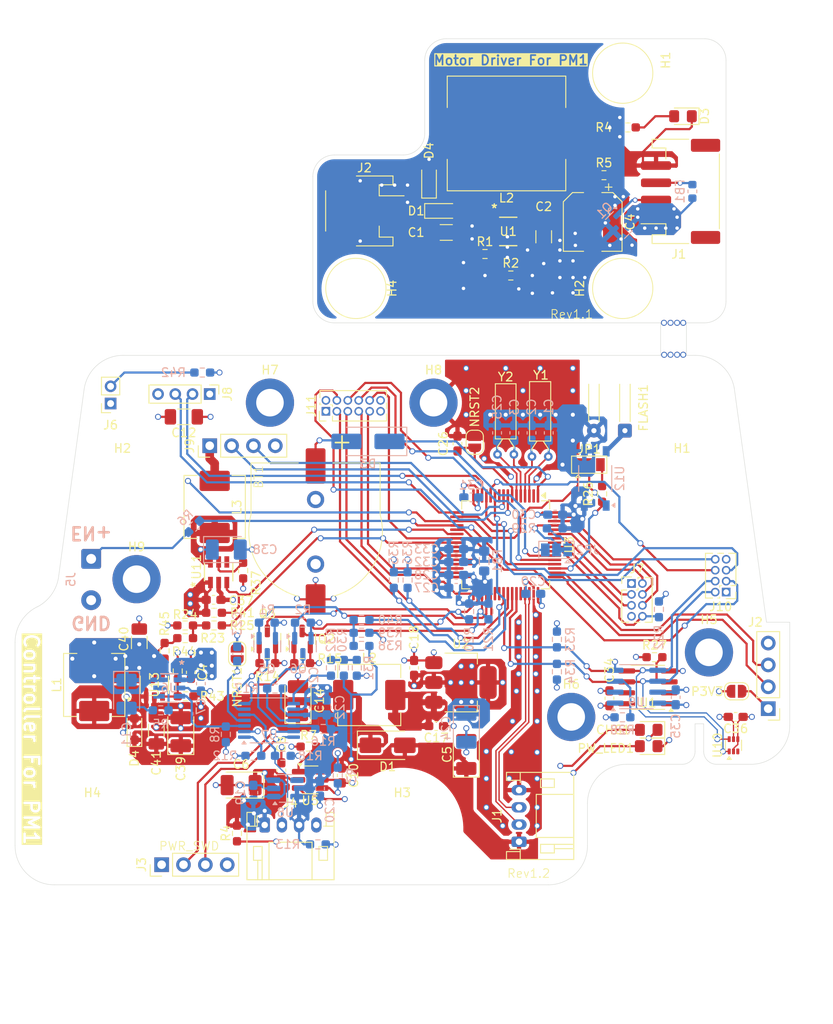
<source format=kicad_pcb>
(kicad_pcb (version 20241229) (generator "pcbnew") (generator_version "9.0")
  (title_block (title "PM Controller") (date "2026-01-21") (rev "1.2") (company "LiuZS") (comment 1 "20250613-电池升压改为tps61048，边框形状加入圆角") (comment 2 "20260121-根据原理图重新修改") (comment 9 "1.6mm 板厚 嘉立创 3313叠层"))
  (layers (0 "F.Cu" signal) (4 "In1.Cu" signal) (6 "In2.Cu" signal) (2 "B.Cu" signal) (13 "F.Paste" user) (15 "B.Paste" user) (5 "F.SilkS" user "F.Silkscreen") (7 "B.SilkS" user "B.Silkscreen") (1 "F.Mask" user) (3 "B.Mask" user) (25 "Edge.Cuts" user))
  (net 0 "")
  (net 1 "Net-(U5-ISET)")
  (net 3 "/SWDIO0")
  (net 4 "/SWCLK0")
  (net 5 "/PWR_LED")
  (net 6 "Net-(CHG1-A)")
  (net 7 "GND")
  (net 8 "+3.3V")
  (net 9 "+BATT")
  (net 10 "Net-(U5-TS)")
  (net 11 "/#CHRG")
  (net 12 "+5VA")
  (net 13 "+5V")
  (net 14 "/UD+")
  (net 15 "/UD-")
  (net 17 "/BAT_OUT")
  (net 18 "Net-(U6-ILIM)")
  (net 19 "/PWR_EN")
  (net 20 "Net-(D4-A)")
  (net 21 "Net-(U13-FB)")
  (net 22 "Net-(U13-EN)")
  (net 24 "+2V5")
  (net 25 "/_P2C1_")
  (net 26 "/P2C1")
  (net 27 "/P2C0")
  (net 28 "/_P2C0_")
  (net 29 "/C2P1")
  (net 30 "/C2P0")
  (net 32 "/PWR_KEY")
  (net 33 "Net-(NRST1-B)")
  (net 34 "Net-(U7-PB9)")
  (net 35 "/WKUP")
  (net 36 "Net-(PW_LED1-A)")
  (net 37 "/EJCMT_EN")
  (net 38 "/PC5")
  (net 39 "/I2C3_SDA")
  (net 43 "/I2C3_SCL")
  (net 45 "Net-(R38-Pad1)")
  (net 50 "Net-(J2-Pin_1)")
  (net 51 "/SWCLK1")
  (net 52 "/RX2")
  (net 53 "/SWDIO1")
  (net 54 "/TX2")
  (net 55 "/LSE+")
  (net 56 "/LSE-")
  (net 57 "/HSE+")
  (net 58 "/HSE-")
  (net 59 "/_C2P1_")
  (net 60 "/_C2P0_")
  (net 61 "/D_SCL")
  (net 62 "/D_SDA")
  (net 63 "/NRST1")
  (net 64 "Net-(U3-VDDA)")
  (net 65 "/BLK")
  (net 66 "/D_DC")
  (net 67 "/D_RES")
  (net 68 "/D_CS")
  (net 69 "Net-(JP2-A)")
  (net 70 "Net-(R23-Pad1)")
  (net 71 "/SHUT_Trig+")
  (net 72 "/FLASH_Trig")
  (net 73 "/_FLASH_Trig_")
  (net 74 "/I2C2_SCL")
  (net 75 "/I2C2_SDA")
  (net 76 "/ADC1_15")
  (net 77 "/TX3")
  (net 78 "/RX3")
  (net 79 "/KEY0")
  (net 80 "/KEY1")
  (net 81 "/KEY3")
  (net 82 "/KEY2")
  (net 83 "/SPI3_MOSI")
  (net 84 "/SPI3_SCK")
  (net 85 "/SPI3_MISO")
  (net 86 "Net-(JP1-C)")
  (net 87 "Net-(U1-A2)")
  (net 88 "Net-(U9-A2)")
  (net 93 "Net-(R30-Pad1)")
  (net 94 "/BOOT0")
  (net 96 "Net-(U11-ILIM)")
  (net 97 "/PWR_EN_2")
  (net 99 "/BAT_OUT2")
  (net 100 "/LPRX1")
  (net 101 "/LPTX1")
  (net 102 "/PWR_SENS")
  (net 103 "Net-(J6-Pin_2)")
  (net 104 "Net-(U3-PA15)")
  (net 105 "Net-(BT1-+)")
  (net 106 "Net-(D3-K)")
  (net 107 "Net-(U2-VI)")
  (net 108 "Net-(J9-Pin_1)")
  (net 109 "Net-(J5-Pin_1)")
  (net 110 "Net-(U1-EN)")
  (net 111 "/Motor+")
  (net 112 "Net-(J1-Pin_3)")
  (net 113 "/MT_EN")
  (net 114 "/POWER_GND")
  (net 115 "Net-(U1-FB)")
  (net 116 "Net-(D3-A)")
  (net 117 "/SW")
  (footprint "Connector_PinHeader_1.27mm:PinHeader_2x04_P1.27mm_Vertical" (layer "F.Cu") (at 117 140)
    (property "Reference" "J7")
    (property "Value" "Conn_02x04_Odd_Even")
  )
  (footprint "Resistor_SMD:R_0603_1608Metric_Pad0.98x0.95mm_HandSolder" (layer "F.Cu") (at 78.736092 149.25)
    (property "Reference" "R15")
    (property "Value" "100k")
  )
  (footprint "Resistor_SMD:R_0603_1608Metric_Pad0.98x0.95mm_HandSolder" (layer "F.Cu") (at 71.886092 138.5 -90)
    (property "Reference" "R37")
    (property "Value" "22k")
  )
  (footprint "Capacitor_SMD:C_0603_1608Metric_Pad1.08x0.95mm_HandSolder" (layer "F.Cu") (at 91.741092 149.8032 90)
    (property "Reference" "C18")
    (property "Value" "22uf")
  )
  (footprint "Package_QFP:LQFP-64_10x10mm_P0.5mm" (layer "F.Cu") (at 102.386092 135.50625 -90)
    (property "Reference" "U3")
    (property "Value" "STM32G431RBTx")
  )
  (footprint "Connector_PinHeader_2.00mm:PinHeader_1x04_P2.00mm_Vertical" (layer "F.Cu") (at 68 118 -90)
    (property "Reference" "J8")
    (property "Value" "Conn_01x04_Pin")
  )
  (footprint "Connector_Wire:SolderWire-0.1sqmm_1x02_P3.6mm_D0.4mm_OD1mm_Relief" (layer "F.Cu") (at 116.236092 122.25 180)
    (property "Reference" "FLASH1")
    (property "Value" "Conn_01x02_Pin")
  )
  (footprint "MountingHole:MountingHole_3.2mm_M3_DIN965_Pad_TopBottom" (layer "F.Cu") (at 110 155.5)
    (property "Reference" "H6")
    (property "Value" "MountingHole_Pad")
  )
  (footprint "Capacitor_SMD:C_1206_3216Metric_Pad1.33x1.80mm_HandSolder" (layer "F.Cu") (at 64.994892 120.644 180)
    (property "Reference" "C12")
    (property "Value" "22uf")
  )
  (footprint "Connector_PinHeader_1.27mm:PinHeader_2x06_P1.27mm_Vertical" (layer "F.Cu") (at 81.5 120 90)
    (property "Reference" "J11")
    (property "Value" "Conn_02x06_Odd_Even")
  )
  (footprint "Resistor_SMD:R_0603_1608Metric_Pad0.98x0.95mm_HandSolder" (layer "F.Cu") (at 116.580492 87.03 180)
    (property "Reference" "R4")
    (property "Value" "10k")
  )
  (footprint "MountingHole:MountingHole_3.2mm_M3" (layer "F.Cu") (at 115.980493 80.73)
    (property "Reference" "H1")
    (property "Value" "MountingHole")
  )
  (footprint "Inductor_SMD:L_APV_APH0650" (layer "F.Cu") (at 68.576292 131.1088 -90)
    (property "Reference" "L3")
    (property "Value" "4.7uH")
  )
  (footprint "Connector_PinHeader_2.54mm:PinHeader_1x04_P2.54mm_Vertical" (layer "F.Cu") (at 132.886092 154.54 180)
    (property "Reference" "J2")
    (property "Value" "Conn_01x04_Socket")
  )
  (footprint "MountingHole:MountingHole_3.2mm_M3_DIN965_Pad_TopBottom" (layer "F.Cu") (at 75 119)
    (property "Reference" "H7")
    (property "Value" "MountingHole_Pad")
  )
  (footprint "Connector_PinHeader_1.27mm:PinHeader_2x04_P1.27mm_Vertical" (layer "F.Cu") (at 128 141 180)
    (property "Reference" "J10")
    (property "Value" "Conn_02x04_Odd_Even")
  )
  (footprint "Resistor_SMD:R_0603_1608Metric_Pad0.98x0.95mm_HandSolder" (layer "F.Cu") (at 64.283692 150.1718 90)
    (property "Reference" "R44")
    (property "Value" "33k")
  )
  (footprint "Resistor_SMD:R_0603_1608Metric" (layer "F.Cu") (at 113.801092 92.579601)
    (property "Reference" "R5")
    (property "Value" "1k")
  )
  (footprint "Capacitor_SMD:C_0603_1608Metric" (layer "F.Cu") (at 65.807692 150.3242 90)
    (property "Reference" "C4")
    (property "Value" "100nf")
  )
  (footprint "Capacitor_SMD:C_1206_3216Metric_Pad1.33x1.80mm_HandSolder" (layer "F.Cu") (at 95.480492 99.23)
    (property "Reference" "C1")
    (property "Value" "10uf")
  )
  (footprint "Capacitor_SMD:C_1206_3216Metric_Pad1.33x1.80mm_HandSolder" (layer "F.Cu") (at 106.802891 99.73 -90)
    (property "Reference" "C2")
    (property "Value" "1uf")
  )
  (footprint "MountingHole:MountingHole_3.2mm_M3_DIN965_Pad_TopBottom" (layer "F.Cu") (at 94 119)
    (property "Reference" "H8")
    (property "Value" "MountingHole_Pad")
  )
  (footprint "MountingHole:MountingHole_3.2mm_M3" (layer "F.Cu") (at 54.3644 168.506)
    (property "Reference" "H4")
    (property "Value" "MountingHole")
  )
  (footprint "LED_SMD:LED_0805_2012Metric_Pad1.15x1.40mm_HandSolder" (layer "F.Cu") (at 118.995292 158.8964 180)
    (property "Reference" "PW_LED1")
    (property "Value" "LED")
  )
  (footprint "Resistor_SMD:R_0603_1608Metric_Pad0.98x0.95mm_HandSolder" (layer "F.Cu") (at 62.759692 147.822 90)
    (property "Reference" "R45")
    (property "Value" "10k")
  )
  (footprint "Package_SO:SOIC-8_3.9x4.9mm_P1.27mm" (layer "F.Cu") (at 118.907892 152.0638 180)
    (property "Reference" "U1")
    (property "Value" "AT24CS08-SSHM")
  )
  (footprint "MountingHole:MountingHole_3.2mm_M3" (layer "F.Cu") (at 90.3644 168.506)
    (property "Reference" "H3")
    (property "Value" "MountingHole")
  )
  (footprint "Resistor_SMD:R_0603_1608Metric_Pad0.98x0.95mm_HandSolder" (layer "F.Cu") (at 71.167092 169.031 90)
    (property "Reference" "R4")
    (property "Value" "1.5k")
  )
  (footprint "KiCadLib:cr1220" (layer "F.Cu") (at 80.3 134 90)
    (property "Reference" "BT1")
    (property "Value" "Battery_Cell")
  )
  (footprint "Capacitor_SMD:C_0603_1608Metric_Pad1.08x0.95mm_HandSolder" (layer "F.Cu") (at 129.104492 155.4928 180)
    (property "Reference" "C36")
    (property "Value" "100nf")
  )
  (footprint "Capacitor_SMD:CP_Elec_6.3x7.7" (layer "F.Cu") (at 112.492492 98.0076 -90)
    (property "Reference" "C4")
    (property "Value" "100uf")
  )
  (footprint "Jumper:SolderJumper-2_P1.3mm_Open_RoundedPad1.0x1.5mm" (layer "F.Cu") (at 98.786092 123.6 -90)
    (property "Reference" "NRST2")
    (property "Value" "SolderJumper_2_Open")
  )
  (footprint "Package_TO_SOT_SMD:SOT-23" (layer "F.Cu") (at 74.698592 146.45 90)
    (property "Reference" "Q3")
    (property "Value" "AO3400A")
  )
  (footprint "Package_TO_SOT_SMD:SOT-23-6_Handsoldering" (layer "F.Cu") (at 79.676092 162.808)
    (property "Reference" "U5")
    (property "Value" "BQ21040DBV")
  )
  (footprint "MountingHole:MountingHole_3.2mm_M3" (layer "F.Cu") (at 122.8644 128.506)
    (property "Reference" "H1")
    (property "Value" "MountingHole")
  )
  (footprint "Capacitor_SMD:C_1206_3216Metric_Pad1.33x1.80mm_HandSolder" (layer "F.Cu") (at 61.794492 157.0676 90)
    (property "Reference" "C41")
    (property "Value" "10uf")
  )
  (footprint "Connector_JST:JST_PH_S4B-PH-K_1x04_P2.00mm_Horizontal" (layer "F.Cu") (at 103.936092 170 90)
    (property "Reference" "J1")
    (property "Value" "Conn_01x04_Socket")
  )
  (footprint "Resistor_SMD:R_0603_1608Metric_Pad0.98x0.95mm_HandSolder" (layer "F.Cu") (at 113.586092 129.6 -90)
    (property "Reference" "R26")
    (property "Value" "1k")
  )
  (footprint "Jumper:SolderJumper-2_P1.3mm_Open_RoundedPad1.0x1.5mm" (layer "F.Cu") (at 129.206092 152.521 180)
    (property "Reference" "P3V3")
    (property "Value" "SolderJumper_2_Open")
  )
  (footprint "Connector_JST:JST_PH_S4B-PH-K_1x04_P2.00mm_Horizontal" (layer "F.Cu") (at 74.386092 168.05)
    (property "Reference" "J4")
    (property "Value" "Conn_01x04_Socket")
  )
  (footprint "Jumper:SolderJumper-2_P1.3mm_Open_RoundedPad1.0x1.5mm" (layer "F.Cu") (at 71.192492 148.1776 -90)
    (property "Reference" "NRST1")
    (property "Value" "SolderJumper_2_Open")
  )
  (footprint "Capacitor_Tantalum_SMD:CP_EIA-3528-21_Kemet-B_Pad1.50x2.35mm_HandSolder" (layer "F.Cu") (at 97.811692 159.8616 90)
    (property "Reference" "C5")
    (property "Value" "22uf")
  )
  (footprint "Connector_PinHeader_2.54mm:PinHeader_1x04_P2.54mm_Vertical" (layer "F.Cu") (at 62.414092 172.6632 90)
    (property "Reference" "J3")
    (property "Value" "Conn_01x04_Socket")
  )
  (footprint "Capacitor_SMD:C_0603_1608Metric_Pad1.08x0.95mm_HandSolder" (layer "F.Cu") (at 83.333692 162.3 -90)
    (property "Reference" "C10")
    (property "Value" "1uf")
  )
  (footprint "MountingHole:MountingHole_3.2mm_M3" (layer "F.Cu") (at 115.980492 105.73 -90)
    (property "Reference" "H2")
    (property "Value" "MountingHole")
  )
  (footprint "Package_TO_SOT_SMD:SOT-563" (layer "F.Cu") (at 128.850492 158.7948 90)
    (property "Reference" "U10")
    (property "Value" "TMP102xxDRL")
  )
  (footprint "Resistor_SMD:R_0603_1608Metric_Pad0.98x0.95mm_HandSolder" (layer "F.Cu") (at 74.698592 149.25)
    (property "Reference" "R14")
    (property "Value" "100k")
  )
  (footprint "Crystal:Crystal_C26-LF_D2.1mm_L6.5mm_Horizontal" (layer "F.Cu") (at 107.336092 125.25625 180)
    (property "Reference" "Y1")
    (property "Value" "32.768kHz")
  )
  (footprint "LED_SMD:LED_0805_2012Metric_Pad1.15x1.40mm_HandSolder" (layer "F.Cu") (at 119 157 180)
    (property "Reference" "CHG1")
    (property "Value" "LED")
  )
  (footprint "Capacitor_SMD:C_0603_1608Metric_Pad1.08x0.95mm_HandSolder" (layer "F.Cu") (at 94.306492 156.5596)
    (property "Reference" "C17")
    (property "Value" "22uf")
  )
  (footprint "Resistor_SMD:R_0603_1608Metric_Pad0.98x0.95mm_HandSolder" (layer "F.Cu") (at 68.500092 144.8756 180)
    (property "Reference" "R25")
    (property "Value" "1k")
  )
  (footprint "KiCadLib:DBV0006A_TEX" (layer "F.Cu") (at 69.036091 138.6938 90)
    (property "Reference" "U11")
    (property "Value" "TPS2552DDBVR")
  )
  (footprint "Package_TO_SOT_SMD:SOT-223-3_TabPin2" (layer "F.Cu") (at 97.186092 151.5)
    (property "Reference" "U2")
    (property "Value" "AMS1117-3.3")
  )
  (footprint "Connector_JST:JST_PH_S2B-PH-SM4-TB_1x02-1MP_P2.00mm_Horizontal" (layer "F.Cu") (at 85.980493 96.73 -90)
    (property "Reference" "J2")
    (property "Value" "Conn_01x02_MountingPin")
  )
  (footprint "Resistor_SMD:R_0603_1608Metric_Pad0.98x0.95mm_HandSolder" (layer "F.Cu") (at 79.472892 158.9472 180)
    (property "Reference" "R7")
    (property "Value" "10k" (hide yes))
  )
  (footprint "Resistor_SMD:R_0603_1608Metric_Pad0.98x0.95mm_HandSolder" (layer "F.Cu") (at 119.669892 148.5586 180)
    (property "Reference" "R27")
    (property "Value" "100k")
  )
  (footprint "Connector_PinSocket_2.00mm:PinSocket_1x02_P2.00mm_Vertical" (layer "F.Cu") (at 56.486092 119.1 180)
    (property "Reference" "J6")
    (property "Value" "Conn_01x02_Pin")
  )
  (footprint "Diode_SMD:D_SOD-323_HandSoldering" (layer "F.Cu") (at 59.254492 156.9152 90)
    (property "Reference" "D4")
    (property "Value" "1N5819WS")
  )
  (footprint "Capacitor_SMD:C_0603_1608Metric_Pad1.08x0.95mm_HandSolder" (layer "F.Cu") (at 68.449292 141.9)
    (property "Reference" "C37")
    (property "Value" "100nf")
  )
  (footprint "footprints:SOT-23-6_DBV_TEX" (layer "F.Cu") (at 61.566491 151.765199 90)
    (property "Reference" "U13")
    (property "Value" "TLV61048DBVR")
  )
  (footprint "Connector_PinHeader_2.54mm:PinHeader_1x04_P2.54mm_Vertical" (layer "F.Cu") (at 68 124 90)
    (property "Reference" "J9")
    (property "Value" "Conn_01x04_Socket")
  )
  (footprint "Diode_SMD:D_SOD-323_HandSoldering" (layer "F.Cu") (at 94.980492 96.73)
    (property "Reference" "D1")
    (property "Value" "1N5819WS")
  )
  (footprint "Capacitor_SMD:C_0603_1608Metric_Pad1.08x0.95mm_HandSolder" (layer "F.Cu") (at 76.323292 161.6904 90)
    (property "Reference" "C8")
    (property "Value" "10uf")
  )
  (footprint "MountingHole:MountingHole_3.2mm_M3_DIN965_Pad_TopBottom" (layer "F.Cu") (at 59.5 139.5)
    (property "Reference" "H9")
    (property "Value" "MountingHole_Pad")
  )
  (footprint "MountingHole:MountingHole_3.2mm_M3_DIN965_Pad_TopBottom" (layer "F.Cu") (at 126 148)
    (property "Reference" "H5")
    (property "Value" "MountingHole_Pad")
  )
  (footprint "MountingHole:MountingHole_3.2mm_M3" (layer "F.Cu") (at 57.8644 128.506)
    (property "Reference" "H2")
    (property "Value" "MountingHole")
  )
  (footprint "Capacitor_SMD:C_0603_1608Metric_Pad1.08x0.95mm_HandSolder" (layer "F.Cu") (at 114.437492 153.3338 -90)
    (property "Reference" "C34")
    (property "Value" "1uf")
  )
  (footprint "Capacitor_Tantalum_SMD:CP_EIA-3528-21_Kemet-B_HandSolder" (layer "F.Cu") (at 64.639292 157.22 90)
    (property "Reference" "C39")
    (property "Value" "22uf")
  )
  (footprint "Capacitor_Tantalum_SMD:CP_EIA-3528-21_Kemet-B_Pad1.50x2.35mm_HandSolder" (layer "F.Cu") (at 71.649692 163.4176 180)
    (property "Reference" "C6")
    (property "Value" "22uf")
  )
  (footprint "Capacitor_SMD:C_0603_1608Metric_Pad1.08x0.95mm_HandSolder" (layer "F.Cu") (at 96.786092 123.75 -90)
    (property "Reference" "C26")
    (property "Value" "100nf")
  )
  (footprint "Resistor_SMD:R_0603_1608Metric_Pad0.98x0.95mm_HandSolder" (layer "F.Cu") (at 65.147292 144.8756)
    (property "Reference" "R24")
    (property "Value" "100k")
  )
  (footprint "LED_SMD:LED_0805_2012Metric_Pad1.15x1.40mm_HandSolder" (layer "F.Cu") (at 122.980492 85.73 180)
    (property "Reference" "D3")
    (property "Value" "LED")
  )
  (footprint "Diode_SMD:D_SMA" (layer "F.Cu") (at 88.667692 158.7948)
    (property "Reference" "D1")
    (property "Value" "SS34")
  )
  (footprint "Capacitor_SMD:C_1206_3216Metric_Pad1.33x1.80mm_HandSolder" (layer "F.Cu") (at 59.816492 146.8568 90)
    (property "Reference" "C40")
    (property "Value" "1uf")
  )
  (footprint "Resistor_SMD:R_0603_1608Metric_Pad0.98x0.95mm_HandSolder" (layer "F.Cu") (at 65.198092 153.1052 180)
    (property "Reference" "R43")
    (property "Value" "150k")
  )
  (footprint "Resistor_SMD:R_0603_1608Metric_Pad0.98x0.95mm_HandSolder" (layer "F.Cu") (at 102.980492 104.23)
    (property "Reference" "R2")
    (property "Value" "51k")
  )
  (footprint "footprints:SOT-23-6_DBV_TEX" (layer "F.Cu") (at 102.680494 99.11475)
    (property "Reference" "U1")
    (property "Value" "TLV61048DBVR")
  )
  (footprint "Inductor_SMD:L_APV_APH0650" (layer "F.Cu") (at 86.534092 152.9528)
    (property "Reference" "L2")
    (property "Value" "4.7uH")
  )
  (footprint "Package_TO_SOT_SMD:SOT-23" (layer "F.Cu") (at 78.736092 146.45 90)
    (property "Reference" "Q2")
    (property "Value" "AO3400A")
  )
  (footprint "Jumper:SolderJumper-3_P1.3mm_Bridged12_Pad1.0x1.5mm" (layer "F.Cu") (at 112.086092 126.2)
    (property "Reference" "JP1")
    (property "Value" "SolderJumper_3_Bridged12")
  )
  (footprint "Crystal:Crystal_DS26_D2.0mm_L6.0mm_Horizontal" (layer "F.Cu") (at 103.336092 125.00625 180)
    (property "Reference" "Y2")
    (property "Value" "24Mhz")
  )
  (footprint "MountingHole:MountingHole_3.2mm_M3" (layer "F.Cu") (at 84.980492 105.73 -90)
    (property "Reference" "H4")
    (property "Value" "MountingHole")
  )
  (footprint "Resistor_SMD:R_0603_1608Metric_Pad0.98x0.95mm_HandSolder" (layer "F.Cu") (at 99.980493 101.73)
    (property "Reference" "R1")
    (property "Value" "330k")
  )
  (footprint "Connector_JST:JST_PH_S4B-PH-SM4-TB_1x04-1MP_P2.00mm_Horizontal" (layer "F.Cu") (at 122.703293 94.4592 90)
    (property "Reference" "J1")
    (property "Value" "Conn_01x04_MountingPin")
  )
  (footprint "Capacitor_Tantalum_SMD:CP_EIA-3528-21_Kemet-B_Pad1.50x2.35mm_HandSolder" (layer "F.Cu") (at 78.253692 153.6132 90)
    (property "Reference" "C14")
    (property "Value" "47uf")
  )
  (footprint "Resistor_SMD:R_0603_1608Metric_Pad0.98x0.95mm_HandSolder" (layer "F.Cu") (at 68.500092 143.4024)
    (property "Reference" "R41")
    (property "Value" "100k")
  )
  (footprint "Inductor_SMD:L_APV_APH0650" (layer "F.Cu") (at 54.580892 151.7844 -90)
    (property "Reference" "L1")
    (property "Value" "4.7uH")
  )
  (footprint "Resistor_SMD:R_0603_1608Metric_Pad0.98x0.95mm_HandSolder" (layer "F.Cu") (at 65.147292 146.3488 180)
    (property "Reference" "R23")
    (property "Value" "100k")
  )
  (footprint "Inductor_SMD:L_APV_APH1265" (layer "F.Cu") (at 102.480492 87.730001 180)
    (property "Reference" "L2")
    (property "Value" "4.7uH")
  )
  (footprint "Diode_SMD:D_SOD-323_HandSoldering" (layer "F.Cu") (at 93.480492 93.23 90)
    (property "Reference" "D4")
    (property "Value" "1N5819WS")
  )
  (footprint "Resistor_SMD:R_0603_1608Metric_Pad0.98x0.95mm_HandSolder" (layer "B.Cu") (at 85.086092 149.8 90)
    (property "Reference" "R31")
    (property "Value" "100k")
  )
  (footprint "Capacitor_SMD:C_0603_1608Metric_Pad1.08x0.95mm_HandSolder" (layer "B.Cu") (at 96.636092 137.5)
    (property "Reference" "C32")
    (property "Value" "1uf")
  )
  (footprint "KiCadLib:DBV0006A_TEX" (layer "B.Cu") (at 63.304092 152.142001 180)
    (property "Reference" "U6")
    (property "Value" "TPS2552DDBVR")
  )
  (footprint "Package_TO_SOT_SMD:SOT-23" (layer "B.Cu") (at 78.823592 147.3 -90)
    (property "Reference" "Q6")
    (property "Value" "AO3400A")
  )
  (footprint "Capacitor_SMD:C_0603_1608Metric_Pad1.08x0.95mm_HandSolder" (layer "B.Cu") (at 80.819092 163.824 -90)
    (property "Reference" "C20")
    (property "Value" "22uf")
  )
  (footprint "Resistor_SMD:R_0603_1608Metric_Pad0.98x0.95mm_HandSolder" (layer "B.Cu") (at 108.086092 133.6)
    (property "Reference" "R29")
    (property "Value" "10k")
  )
  (footprint "Resistor_SMD:R_0603_1608Metric_Pad0.98x0.95mm_HandSolder" (layer "B.Cu") (at 115.947292 155.5436 180)
    (property "Reference" "R28")
    (property "Value" "100k")
  )
  (footprint "Connector_Wire:SolderWire-0.5sqmm_1x02_P4.8mm_D0.9mm_OD2.3mm" (layer "B.Cu") (at 54.225292 137.1416 -90)
    (property "Reference" "J5")
    (property "Value" "Conn_01x02_Pin")
  )
  (footprint "Capacitor_SMD:C_0603_1608Metric_Pad1.08x0.95mm_HandSolder" (layer "B.Cu") (at 103.386092 122.50625 90)
    (property "Reference" "C3")
    (property "Value" "5pf")
  )
  (footprint "Inductor_SMD:L_0603_1608Metric" (layer "B.Cu") (at 124.074892 94.4592 -90)
    (property "Reference" "FB1")
    (property "Value" "FerriteBead")
  )
  (footprint "Capacitor_SMD:C_0603_1608Metric_Pad1.08x0.95mm_HandSolder" (layer "B.Cu") (at 105.386092 122.50625 90)
    (property "Reference" "C2")
    (property "Value" "5pf")
  )
  (footprint "Resistor_SMD:R_0603_1608Metric_Pad0.98x0.95mm_HandSolder" (layer "B.Cu") (at 98.136092 143.25 90)
    (property "Reference" "R20")
    (property "Value" "100k(NC)")
  )
  (footprint "Capacitor_Tantalum_SMD:CP_EIA-3528-21_Kemet-B_Pad1.50x2.35mm_HandSolder" (layer "B.Cu") (at 97.811692 156.8136 -90)
    (property "Reference" "C24")
    (property "Value" "47uf")
  )
  (footprint "Package_TO_SOT_SMD:SOT-23" (layer "B.Cu") (at 74.686092 147.3 -90)
    (property "Reference" "Q5")
    (property "Value" "AO3400A")
  )
  (footprint "Resistor_SMD:R_0603_1608Metric_Pad0.98x0.95mm_HandSolder" (layer "B.Cu") (at 100.386092 143.25 90)
    (property "Reference" "R21")
    (property "Value" "100k(NC)")
  )
  (footprint "Resistor_SMD:R_0603_1608Metric_Pad0.98x0.95mm_HandSolder" (layer "B.Cu") (at 81.186092 156.9)
    (property "Reference" "R16")
    (property "Value" "100k(NC)")
  )
  (footprint "Resistor_SMD:R_0603_1608Metric_Pad0.98x0.95mm_HandSolder" (layer "B.Cu") (at 89.386092 139.6 -90)
    (property "Reference" "R35")
    (property "Value" "10k")
  )
  (footprint "Resistor_SMD:R_0603_1608Metric_Pad0.98x0.95mm_HandSolder" (layer "B.Cu") (at 85.636092 144.23 180)
    (property "Reference" "R40")
    (property "Value" "1k")
  )
  (footprint "Package_SO:TSSOP-14_4.4x5mm_P0.65mm" (layer "B.Cu") (at 74.886092 155.9)
    (property "Reference" "U7")
    (property "Value" "STM32L011D4Px")
  )
  (footprint "Capacitor_SMD:C_0603_1608Metric_Pad1.08x0.95mm_HandSolder" (layer "B.Cu") (at 96.636092 140.50625 180)
    (property "Reference" "C27")
    (property "Value" "10uf")
  )
  (footprint "Resistor_SMD:R_0603_1608Metric_Pad0.98x0.95mm_HandSolder" (layer "B.Cu") (at 75.586092 152.2)
    (property "Reference" "R17")
    (property "Value" "100k(NC)")
  )
  (footprint "Resistor_SMD:R_0603_1608Metric_Pad0.98x0.95mm_HandSolder" (layer "B.Cu") (at 120.186092 143 -90)
    (property "Reference" "R22")
    (property "Value" "100k(NC)")
  )
  (footprint "Resistor_SMD:R_0603_1608Metric_Pad0.98x0.95mm_HandSolder" (layer "B.Cu") (at 85.636092 147.25)
    (property "Reference" "R38")
    (property "Value" "150k")
  )
  (footprint "Resistor_SMD:R_0603_1608Metric_Pad0.98x0.95mm_HandSolder" (layer "B.Cu") (at 66.178457 133.379635 -135)
    (property "Reference" "R6")
    (property "Value" "1k")
  )
  (footprint "Package_TO_SOT_SMD:SOT-23-5_HandSoldering" (layer "B.Cu") (at 76.786092 163.8)
    (property "Reference" "U8")
    (property "Value" "ME6211C25M5")
  )
  (footprint "Resistor_SMD:R_0603_1608Metric_Pad0.98x0.95mm_HandSolder" (layer "B.Cu") (at 69.871692 157.5248 90)
    (property "Reference" "R8")
    (property "Value" "100k")
  )
  (footprint "Capacitor_SMD:C_0603_1608Metric_Pad1.08x0.95mm_HandSolder" (layer "B.Cu") (at 108.136092 132.00625)
    (property "Reference" "C30")
    (property "Value" "100nf")
  )
  (footprint "Capacitor_SMD:C_0603_1608Metric_Pad1.08x0.95mm_HandSolder" (layer "B.Cu") (at 101.386092 122.50625 90)
    (property "Reference" "C25")
    (property "Value" "5pf")
  )
  (footprint "Resistor_SMD:R_0603_1608Metric_Pad0.98x0.95mm_HandSolder" (layer "B.Cu") (at 67.136092 115.5 180)
    (property "Reference" "R42")
    (property "Value" "100k")
  )
  (footprint "Package_SO:SOIC-8_3.9x4.9mm_P1.27mm" (layer "B.Cu") (at 117.572892 151.9876)
    (property "Reference" "U9")
    (property "Value" "AT24CS08-SSHM")
  )
  (footprint "Capacitor_Tantalum_SMD:CP_EIA-3528-21_Kemet-B_Pad1.50x2.35mm_HandSolder" (layer "B.Cu") (at 69.922492 136.0618)
    (property "Reference" "C38")
    (property "Value" "22uf")
  )
  (footprint "Resistor_SMD:R_0603_1608Metric_Pad0.98x0.95mm_HandSolder" (layer "B.Cu") (at 83.586092 149.8 -90)
    (property "Reference" "R30")
    (property "Value" "150k")
  )
  (footprint "Resistor_SMD:R_0603_1608Metric_Pad0.98x0.95mm_HandSolder" (layer "B.Cu") (at 108.336092 146.5 -90)
    (property "Reference" "R33")
    (property "Value" "10k")
  )
  (footprint "Resistor_SMD:R_0603_1608Metric_Pad0.98x0.95mm_HandSolder" (layer "B.Cu") (at 82.086092 149.8 90)
    (property "Reference" "R32")
    (property "Value" "1k")
  )
  (footprint "Package_TO_SOT_SMD:SOT-23" (layer "B.Cu") (at 115.540492 98.3708 -135)
    (property "Reference" "Q1")
    (property "Value" "AO3400A")
  )
  (footprint "Jumper:SolderJumper-3_P1.3mm_Bridged12_Pad1.0x1.5mm" (layer "B.Cu") (at 108.286092 136.1 180)
    (property "Reference" "JP2")
    (property "Value" "SolderJumper_3_Bridged12")
  )
  (footprint "Capacitor_SMD:C_0603_1608Metric_Pad1.08x0.95mm_HandSolder" (layer "B.Cu") (at 96.636092 136)
    (property "Reference" "C33")
    (property "Value" "100nf")
  )
  (footprint "Resistor_SMD:R_0603_1608Metric_Pad0.98x0.95mm_HandSolder" (layer "B.Cu") (at 85.636092 145.73 180)
    (property "Reference" "R39")
    (property "Value" "100k")
  )
  (footprint "Capacitor_SMD:C_0603_1608Metric_Pad1.08x0.95mm_HandSolder" (layer "B.Cu") (at 66.976092 151.632 -90)
    (property "Reference" "C7")
    (property "Value" "100nf")
  )
  (footprint "Package_SO:MFSOP6-4_4.4x3.6mm_P1.27mm" (layer "B.Cu") (at 112.786092 127.8 90)
    (property "Reference" "U12")
    (property "Value" "TLP127")
  )
  (footprint "Resistor_SMD:R_0603_1608Metric_Pad0.98x0.95mm_HandSolder" (layer "B.Cu") (at 73.072092 160.014 180)
    (property "Reference" "R12")
    (property "Value" "100k")
  )
  (footprint "Resistor_SMD:R_0603_1608Metric_Pad0.98x0.95mm_HandSolder" (layer "B.Cu") (at 76.501092 160.014)
    (property "Reference" "R18")
    (property "Value" "100k(NC)")
  )
  (footprint "Capacitor_SMD:C_0603_1608Metric_Pad1.08x0.95mm_HandSolder" (layer "B.Cu") (at 105.586092 141.2 180)
    (property "Reference" "C29")
    (property "Value" "100nf")
  )
  (footprint "Resistor_SMD:R_0603_1608Metric_Pad0.98x0.95mm_HandSolder" (layer "B.Cu") (at 78.823592 144.55)
    (property "Reference" "R2")
    (property "Value" "100k")
  )
  (footprint "Resistor_SMD:R_0603_1608Metric_Pad0.98x0.95mm_HandSolder" (layer "B.Cu") (at 62.302492 154.7308 180)
    (property "Reference" "R5")
    (property "Value" "22k")
  )
  (footprint "Resistor_SMD:R_0603_1608Metric_Pad0.98x0.95mm_HandSolder" (layer "B.Cu") (at 90.986092 139.6 -90)
    (property "Reference" "R36")
    (property "Value" "10k")
  )
  (footprint "Inductor_SMD:L_0805_2012Metric_Pad1.05x1.20mm_HandSolder" (layer "B.Cu") (at 99.886092 137.4 90)
    (property "Reference" "FB1")
    (property "Value" "FerriteBead")
  )
  (footprint "Diode_SMD:D_SMA_Handsoldering" (layer "B.Cu") (at 86.386092 123.5 180)
    (property "Reference" "D3")
    (property "Value" "SS32")
  )
  (footprint "Capacitor_SMD:C_0603_1608Metric_Pad1.08x0.95mm_HandSolder" (layer "B.Cu") (at 73.072092 164.3 90)
    (property "Reference" "C19")
    (property "Value" "22uf")
  )
  (footprint "Capacitor_SMD:C_0603_1608Metric_Pad1.08x0.95mm_HandSolder" (layer "B.Cu") (at 107.386092 122.50625 90)
    (property "Reference" "C1")
    (property "Value" "5pf")
  )
  (footprint "Capacitor_Tantalum_SMD:CP_EIA-3528-21_Kemet-B_Pad1.50x2.35mm_HandSolder" (layer "B.Cu") (at 58.340092 152.8512 -90)
    (property "Reference" "C11")
    (property "Value" "22uf")
  )
  (footprint "Resistor_SMD:R_0603_1608Metric_Pad0.98x0.95mm_HandSolder" (layer "B.Cu") (at 82.876492 162.3 90)
    (property "Reference" "R3")
    (property "Value" "RPORG(1k)")
  )
  (footprint "Capacitor_SMD:C_0603_1608Metric_Pad1.08x0.95mm_HandSolder" (layer "B.Cu") (at 71.192492 148.1776 -90)
    (property "Reference" "C23")
    (property "Value" "100nf")
  )
  (footprint "Capacitor_SMD:C_0603_1608Metric_Pad1.08x0.95mm_HandSolder" (layer "B.Cu") (at 122.137493 153.2191 -90)
    (property "Reference" "C35")
    (property "Value" "1uf")
  )
  (footprint "Capacitor_SMD:C_0603_1608Metric_Pad1.08x0.95mm_HandSolder" (layer "B.Cu") (at 96.636092 139.00625 180)
    (property "Reference" "C28")
    (property "Value" "100nf")
  )
  (footprint "Capacitor_SMD:C_0603_1608Metric_Pad1.08x0.95mm_HandSolder" (layer "B.Cu") (at 80.086092 154.4 90)
    (property "Reference" "C21")
    (property "Value" "100nf")
  )
  (footprint "Resistor_SMD:R_0603_1608Metric_Pad0.98x0.95mm_HandSolder" (layer "B.Cu") (at 80.565092 170.301 180)
    (property "Reference" "R13")
    (property "Value" "1.5k")
  )
  (footprint "Resistor_SMD:R_0603_1608Metric_Pad0.98x0.95mm_HandSolder" (layer "B.Cu") (at 74.636092 144.55)
    (property "Reference" "R1")
    (property "Value" "100k")
  )
  (footprint "Capacitor_SMD:C_0603_1608Metric_Pad1.08x0.95mm_HandSolder" (layer "B.Cu") (at 98.386092 130 180)
    (property "Reference" "C31")
    (property "Value" "100nf")
  )
  (footprint "Resistor_SMD:R_0603_1608Metric_Pad0.98x0.95mm_HandSolder" (layer "B.Cu") (at 108.336092 150.25 90)
    (property "Reference" "R34")
    (property "Value" "10k")
  )
  (footprint "Capacitor_SMD:C_0603_1608Metric_Pad1.08x0.95mm_HandSolder" (layer "B.Cu") (at 81.586092 154.4 90)
    (property "Reference" "C22")
    (property "Value" "10uf")
  )
  (gr_circle (center 115.980492 105.73) (end 115.980492 109.23) (stroke (width 0.1)) (fill no) (layer "F.SilkS"))
  (gr_circle (center 84.980492 105.73) (end 84.980492 109.23) (stroke (width 0.1)) (fill no) (layer "F.SilkS"))
  (gr_circle (center 115.980493 80.73) (end 115.980492 77.23) (stroke (width 0.1)) (fill no) (layer "F.SilkS"))
  (gr_arc (start 92.980493 79.23) (mid 93.712726 77.462233) (end 95.480493 76.73) (stroke (width 0.05)) (layer "Edge.Cuts"))
  (gr_line (start 79.980492 107.23) (end 79.980492 92.73) (stroke (width 0.05)) (layer "Edge.Cuts"))
  (gr_arc (start 127.980492 107.23) (mid 127.248259 108.997767) (end 125.480492 109.73) (stroke (width 0.05)) (layer "Edge.Cuts"))
  (gr_line (start 124.386092 156.3) (end 124.386092 159.5) (stroke (width 0.05)) (layer "Edge.Cuts"))
  (gr_arc (start 135.386092 156.5) (mid 134.068073 159.681981) (end 130.886092 161) (stroke (width 0.05)) (layer "Edge.Cuts"))
  (gr_line (start 90.480492 90.23) (end 82.480492 90.23) (stroke (width 0.05)) (layer "Edge.Cuts"))
  (gr_line (start 123.386092 109.73) (end 123.386092 113.5) (stroke (width 0.05)) (layer "Edge.Cuts"))
  (gr_line (start 111.886092 170.45) (end 111.886092 165.55) (stroke (width 0.05)) (layer "Edge.Cuts"))
  (gr_line (start 125.480492 109.73) (end 123.386092 109.73) (stroke (width 0.05)) (layer "Edge.Cuts"))
  (gr_line (start 128.936092 117.3) (end 132.686092 144.5) (stroke (width 0.05)) (layer "Edge.Cuts"))
  (gr_arc (start 92.980492 87.73) (mid 92.248259 89.497767) (end 90.480492 90.23) (stroke (width 0.05)) (layer "Edge.Cuts"))
  (gr_line (start 50.418756 139.399996) (end 53.403428 117.5) (stroke (width 0.05)) (layer "Edge.Cuts"))
  (gr_arc (start 79.980492 92.73) (mid 80.712725 90.962233) (end 82.480492 90.23) (stroke (width 0.05)) (layer "Edge.Cuts"))
  (gr_line (start 92.980493 79.23) (end 92.980492 87.73) (stroke (width 0.05)) (layer "Edge.Cuts"))
  (gr_arc (start 50.418756 139.4) (mid 49.5838 141.335287) (end 47.986092 142.709994) (stroke (width 0.05)) (layer "Edge.Cuts"))
  (gr_line (start 127.980492 79.23) (end 127.980492 107.23) (stroke (width 0.05)) (layer "Edge.Cuts"))
  (gr_line (start 107.336092 175) (end 49.936092 175) (stroke (width 0.05)) (layer "Edge.Cuts"))
  (gr_arc (start 111.886092 170.45) (mid 110.553428 173.667336) (end 107.336092 175) (stroke (width 0.05)) (layer "Edge.Cuts"))
  (gr_arc (start 125.480492 76.73) (mid 127.248259 77.462233) (end 127.980492 79.23) (stroke (width 0.05)) (layer "Edge.Cuts"))
  (gr_arc (start 45.386092 146.85) (mid 46.089774 144.401403) (end 47.986092 142.7) (stroke (width 0.05)) (layer "Edge.Cuts"))
  (gr_line (start 123.386092 113.5) (end 124.386092 113.5) (stroke (width 0.05)) (layer "Edge.Cuts"))
  (gr_line (start 116.427568 161) (end 122.886092 161) (stroke (width 0.05)) (layer "Edge.Cuts"))
  (gr_arc (start 126.886092 161) (mid 125.825432 160.56066) (end 125.386092 159.5) (stroke (width 0.05)) (layer "Edge.Cuts"))
  (gr_arc (start 82.480492 109.73) (mid 80.712725 108.997767) (end 79.980492 107.23) (stroke (width 0.05)) (layer "Edge.Cuts"))
  (gr_arc (start 124.386092 113.5) (mid 127.350147 114.574947) (end 128.936091 117.3) (stroke (width 0.05)) (layer "Edge.Cuts"))
  (gr_line (start 125.386092 156.3) (end 124.386092 156.3) (stroke (width 0.05)) (layer "Edge.Cuts"))
  (gr_arc (start 53.403428 117.5) (mid 54.924298 114.642178) (end 57.953428 113.5) (stroke (width 0.05)) (layer "Edge.Cuts"))
  (gr_line (start 126.886092 161) (end 130.886092 160.999991) (stroke (width 0.05)) (layer "Edge.Cuts"))
  (gr_arc (start 111.886092 165.55) (mid 113.218756 162.332664) (end 116.436092 161) (stroke (width 0.05)) (layer "Edge.Cuts"))
  (gr_line (start 132.686092 144.5) (end 135.386092 144.5) (stroke (width 0.05)) (layer "Edge.Cuts"))
  (gr_line (start 95.480493 76.73) (end 125.480492 76.73) (stroke (width 0.05)) (layer "Edge.Cuts"))
  (gr_arc (start 124.386092 159.5) (mid 123.946752 160.56066) (end 122.886092 161) (stroke (width 0.05)) (layer "Edge.Cuts"))
  (gr_line (start 125.386092 159.5) (end 125.386092 156.3) (stroke (width 0.05)) (layer "Edge.Cuts"))
  (gr_line (start 135.386092 144.5) (end 135.386092 156.5) (stroke (width 0.05)) (layer "Edge.Cuts"))
  (gr_line (start 57.953428 113.5) (end 120.386092 113.5) (stroke (width 0.05)) (layer "Edge.Cuts"))
  (gr_arc (start 49.936092 175) (mid 46.718756 173.667336) (end 45.386092 170.45) (stroke (width 0.05)) (layer "Edge.Cuts"))
  (gr_line (start 45.386092 170.45) (end 45.386092 146.85) (stroke (width 0.05)) (layer "Edge.Cuts"))
  (gr_line (start 120.386092 109.73) (end 82.480492 109.73) (stroke (width 0.05)) (layer "Edge.Cuts"))
  (gr_line (start 120.386092 109.73) (end 120.386092 113.5) (stroke (width 0.05)) (layer "Edge.Cuts"))
  (gr_text "Motor Driver For PM1\n" (at 102.980492 79.229999 0) (layer "F.SilkS" knockout) (effects (font (size 1.1 1.1) (thickness 0.2))))
  (gr_text "PWR_SWD" (at 62.048492 171.0884 -0) (layer "F.SilkS") (effects (font (size 1 1) (thickness 0.1)) (justify left bottom)))
  (gr_text "Rev1.1" (at 107.480492 108.73 0) (layer "F.SilkS") (effects (font (size 1 1) (thickness 0.1)) (justify left)))
  (gr_text "Rev1.2" (at 102.485292 173.6792 0) (layer "F.SilkS") (effects (font (size 1 1) (thickness 0.1)) (justify left)))
  (gr_text "Controller For PM1\n" (at 47.265692 158.0836 270) (layer "F.SilkS" knockout) (effects (font (size 1.7 1.7) (thickness 0.3) (bold yes))))
  (gr_text "GND" (at 54.225292 144.5708 180) (layer "B.SilkS") (effects (font (size 1.5 1.5) (thickness 0.3) (bold yes)) (justify mirror)))
  (gr_text "EN+" (at 54.225292 134.1568 180) (layer "B.SilkS") (effects (font (size 1.5 1.5) (thickness 0.3) (bold yes)) (justify mirror)))
  (via (at 121.535292 113.4304) (size 0.7) (drill 0.47) (layers "F.Cu" "B.Cu") (net 0))
  (via (at 122.297292 113.4304) (size 0.7) (drill 0.47) (layers "F.Cu" "B.Cu") (net 0))
  (via (at 120.794879 113.436427) (size 0.7) (drill 0.47) (layers "F.Cu" "B.Cu") (net 0))
  (via (at 123.008492 109.722) (size 0.7) (drill 0.47) (layers "F.Cu" "B.Cu") (net 0))
  (via (at 122.297292 109.722) (size 0.7) (drill 0.47) (layers "F.Cu" "B.Cu") (net 0))
  (via (at 120.773292 109.722) (size 0.7) (drill 0.47) (layers "F.Cu" "B.Cu") (net 0))
  (via (at 121.535292 109.722) (size 0.7) (drill 0.47) (layers "F.Cu" "B.Cu") (net 0))
  (via (at 123.008492 113.4304) (size 0.7) (drill 0.47) (layers "F.Cu" "B.Cu") (net 0))
  (segment (start 82.876492 164.2812) (end 82.825692 164.332) (width 0.254) (layer "F.Cu") (net 1))
  (segment (start 82.825692 164.332) (end 82.471992 164.332) (width 0.254) (layer "F.Cu") (net 1))
  (segment (start 81.897992 163.758) (end 81.026092 163.758) (width 0.254) (layer "F.Cu") (net 1))
  (segment (start 82.471992 164.332) (end 81.897992 163.758) (width 0.254) (layer "F.Cu") (net 1))
  (via (at 82.876492 164.2812) (size 0.7) (drill 0.47) (layers "F.Cu" "B.Cu") (net 1))
  (segment (start 82.876492 164.2812) (end 82.876492 163.2125) (width 0.254) (layer "B.Cu") (net 1))
  (segment (start 66.620492 170.9968) (end 64.954092 172.6632) (width 0.254) (layer "F.Cu") (net 3))
  (segment (start 75.408892 157.22) (end 71.802092 160.8268) (width 0.254) (layer "F.Cu") (net 3))
  (segment (start 68.957292 160.8268) (end 66.620492 163.1636) (width 0.254) (layer "F.Cu") (net 3))
  (segment (start 71.802092 160.8268) (end 68.957292 160.8268) (width 0.254) (layer "F.Cu") (net 3))
  (segment (start 66.620492 163.1636) (end 66.620492 170.9968) (width 0.254) (layer "F.Cu") (net 3))
  (via (at 75.408892 157.22) (size 0.7) (drill 0.47) (layers "F.Cu" "B.Cu") (net 3))
  (segment (start 75.408892 157.22) (end 77.728592 157.22) (width 0.254) (layer "B.Cu") (net 3))
  (segment (start 77.728592 157.22) (end 77.748592 157.2) (width 0.254) (layer "B.Cu") (net 3))
  (segment (start 75.713692 158.0836) (end 72.259292 161.538) (width 0.254) (layer "F.Cu") (net 4))
  (segment (start 69.312892 161.538) (end 67.494092 163.3568) (width 0.254) (layer "F.Cu") (net 4))
  (segment (start 67.494092 163.3568) (end 67.494092 172.6632) (width 0.254) (layer "F.Cu") (net 4))
  (segment (start 72.259292 161.538) (end 69.312892 161.538) (width 0.254) (layer "F.Cu") (net 4))
  (via (at 75.713692 158.0836) (size 0.7) (drill 0.47) (layers "F.Cu" "B.Cu") (net 4))
  (segment (start 76.506092 157.85) (end 77.748592 157.85) (width 0.254) (layer "B.Cu") (net 4))
  (segment (start 76.272492 158.0836) (end 76.506092 157.85) (width 0.254) (layer "B.Cu") (net 4))
  (segment (start 75.713692 158.0836) (end 76.272492 158.0836) (width 0.254) (layer "B.Cu") (net 4))
  (segment (start 120.671692 158.8964) (end 121.382892 158.1852) (width 0.254) (layer "F.Cu") (net 5))
  (segment (start 120.020291 158.8964) (end 120.671692 158.8964) (width 0.254) (layer "F.Cu") (net 5))
  (via (at 121.382892 158.1852) (size 0.7) (drill 0.47) (layers "F.Cu" "B.Cu") (net 5))
  (via (at 73.580092 157.1692) (size 0.7) (drill 0.47) (layers "F.Cu" "B.Cu") (net 5))
  (segment (start 73.326092 157.1692) (end 73.295292 157.2) (width 0.254) (layer "B.Cu") (net 5))
  (segment (start 73.295292 157.2) (end 72.023592 157.2) (width 0.254) (layer "B.Cu") (net 5))
  (segment (start 73.580092 157.1692) (end 73.326092 157.1692) (width 0.254) (layer "B.Cu") (net 5))
  (segment (start 110.105292 161.1824) (end 114.287692 157) (width 0.254) (layer "F.Cu") (net 6))
  (segment (start 71.194392 169.9708) (end 71.167092 169.9435) (width 0.254) (layer "F.Cu") (net 6))
  (segment (start 114.287692 157) (end 117.975001 157) (width 0.254) (layer "F.Cu") (net 6))
  (segment (start 108.733692 161.1824) (end 110.105292 161.1824) (width 0.254) (layer "F.Cu") (net 6))
  (segment (start 75.713692 169.9708) (end 71.194392 169.9708) (width 0.254) (layer "F.Cu") (net 6))
  (via (at 108.733692 161.1824) (size 0.7) (drill 0.47) (layers "F.Cu" "B.Cu") (net 6))
  (via (at 75.713692 169.9708) (size 0.7) (drill 0.47) (layers "F.Cu" "B.Cu") (net 6))
  (segment (start 69.348592 141.9) (end 70.686092 141.9) (width 0.508) (layer "F.Cu") (net 7))
  (segment (start 94.629842 138.75625) (end 96.711092 138.75625) (width 0.254) (layer "F.Cu") (net 7))
  (segment (start 83.994092 163.1636) (end 83.992993 163.162501) (width 0.254) (layer "F.Cu") (net 7))
  (segment (start 59.816492 145.2943) (end 59.816492 144.066) (width 0.254) (layer "F.Cu") (net 7))
  (segment (start 105.636092 141.18125) (end 105.636092 143.3) (width 0.254) (layer "F.Cu") (net 7))
  (segment (start 97.811692 156.8136) (end 97.811692 158.236599) (width 0.254) (layer "F.Cu") (net 7))
  (segment (start 129.966993 155.4928) (end 130.984092 155.4928) (width 0.15) (layer "F.Cu") (net 7))
  (segment (start 70.024691 163.4176) (end 68.703292 163.4176) (width 0.254) (layer "F.Cu") (net 7))
  (segment (start 84.552892 163.1636) (end 83.994092 163.1636) (width 0.254) (layer "F.Cu") (net 7))
  (segment (start 76.374092 158.998) (end 76.323292 159.0488) (width 0.254) (layer "F.Cu") (net 7))
  (segment (start 129.966993 155.4928) (end 129.350492 156.109301) (width 0.15) (layer "F.Cu") (net 7))
  (segment (start 80.3 141.84) (end 78.226092 141.84) (width 0.254) (layer "F.Cu") (net 7))
  (segment (start 61.794492 155.5051) (end 64.551892 155.5051) (width 0.254) (layer "F.Cu") (net 7))
  (segment (start 97.180492 103.03) (end 97.480492 102.73) (width 0.508) (layer "F.Cu") (net 7))
  (segment (start 64.283692 149.2593) (end 64.908192 149.2593) (width 0.254) (layer "F.Cu") (net 7))
  (segment (start 115.667992 85.8999) (end 115.642092 85.874) (width 0.254) (layer "F.Cu") (net 7))
  (segment (start 61.566491 153.13045) (end 61.591292 153.155251) (width 0.254) (layer "F.Cu") (net 7))
  (segment (start 81.026092 162.808) (end 82.979191 162.808) (width 0.254) (layer "F.Cu") (net 7))
  (segment (start 78.560392 158.9472) (end 77.491692 158.9472) (width 0.254) (layer "F.Cu") (net 7))
  (segment (start 115.667992 88.0833) (end 115.642092 88.1092) (width 0.254) (layer "F.Cu") (net 7))
  (segment (start 97.180493 104.23) (end 99.980493 104.23) (width 0.508) (layer "F.Cu") (net 7))
  (segment (start 69.036091 139.8876) (end 69.036091 140.849999) (width 0.508) (layer "F.Cu") (net 7))
  (segment (start 114.664992 152.6988) (end 114.437492 152.4713) (width 0.254) (layer "F.Cu") (net 7))
  (segment (start 61.591292 153.9688) (end 61.794492 154.172) (width 0.254) (layer "F.Cu") (net 7))
  (segment (start 105.636092 140.406251) (end 105.636092 141.18125) (width 0.254) (layer "F.Cu") (net 7))
  (segment (start 61.591292 153.155251) (end 61.591292 153.9688) (width 0.254) (layer "F.Cu") (net 7))
  (segment (start 85.330492 93.38) (end 83.080492 93.379999) (width 0.508) (layer "F.Cu") (net 7))
  (segment (start 110.029842 132.25625) (end 108.061092 132.25625) (width 0.254) (layer "F.Cu") (net 7))
  (segment (start 75.648592 149.2125) (end 75.648592 147.3875) (width 0.254) (layer "F.Cu") (net 7))
  (segment (start 71.886092 139.4125) (end 71.886092 140.6) (width 0.254) (layer "F.Cu") (net 7))
  (segment (start 105.029841 139.8) (end 105.636092 140.406251) (width 0.254) (layer "F.Cu") (net 7))
  (segment (start 79.686092 149.2125) (end 79.648592 149.25) (width 0.254) (layer "F.Cu") (net 7))
  (segment (start 85.480492 100.23) (end 85.330492 100.08) (width 0.508) (layer "F.Cu") (net 7))
  (segment (start 97.180493 104.23) (end 97.180492 103.03) (width 0.508) (layer "F.Cu") (net 7))
  (segment (start 113.407292 152.4713) (end 114.437492 152.4713) (width 0.254) (layer "F.Cu") (net 7))
  (segment (start 116.432892 152.6988) (end 114.664992 152.6988) (width 0.254) (layer "F.Cu") (net 7))
  (segment (start 65.807692 149.5492) (end 65.807692 148.0252) (width 0.254) (layer "F.Cu") (net 7))
  (segment (start 97.180493 104.23) (end 97.180493 105.43) (width 0.508) (layer "F.Cu") (net 7))
  (segment (start 128.850492 159.169802) (end 129.174694 158.8456) (width 0.15) (layer "F.Cu") (net 7))
  (segment (start 118.757392 148.5586) (end 117.547492 148.5586) (width 0.254) (layer "F.Cu") (net 7))
  (segment (start 64.908192 149.2593) (end 65.198092 149.5492) (width 0.254) (layer "F.Cu") (net 7))
  (segment (start 94.386092 137.5) (end 95.129842 136.75625) (width 0.254) (layer "F.Cu") (net 7))
  (segment (start 80.3 139.586092) (end 80.3 141.84) (width 0.254) (layer "F.Cu") (net 7))
  (segment (start 75.680492 149.2444) (end 75.648592 149.2125) (width 0.254) (layer "F.Cu") (net 7))
  (segment (start 104.686092 139.8) (end 105.029841 139.8) (width 0.254) (layer "F.Cu") (net 7))
  (segment (start 98.762934 128.6125) (end 99.136092 128.985658) (width 0.254) (layer "F.Cu") (net 7))
  (segment (start 79.648592 149.25) (end 80.686092 149.25) (width 0.254) (layer "F.Cu") (net 7))
  (segment (start 69.348592 141.1625) (end 69.348592 141.9) (width 0.508) (layer "F.Cu") (net 7))
  (segment (start 115.667992 87.03) (end 115.667992 85.8999) (width 0.254) (layer "F.Cu") (net 7))
  (segment (start 93.480492 91.979999) (end 93.480492 90.73) (width 0.508) (layer "F.Cu") (net 7))
  (segment (start 94.386092 139) (end 94.629842 138.75625) (width 0.254) (layer "F.Cu") (net 7))
  (segment (start 99.136092 128.985658) (end 99.136092 129.83125) (width 0.254) (layer "F.Cu") (net 7))
  (segment (start 97.180493 105.43) (end 97.480493 105.73) (width 0.508) (layer "F.Cu") (net 7))
  (segment (start 91.741092 148.9407) (end 90.599192 148.9407) (width 0.254) (layer "F.Cu") (net 7))
  (segment (start 95.142342 136.75625) (end 94.386092 136) (width 0.254) (layer "F.Cu") (net 7))
  (segment (start 64.285592 149.7035) (end 64.283692 149.7016) (width 0.254) (layer "F.Cu") (net 7))
  (segment (start 76.323292 159.0488) (end 76.323292 160.827899) (width 0.254) (layer "F.Cu") (net 7))
  (segment (start 93.480492 92.23) (end 92.480492 93.23) (width 0.508) (layer "F.Cu") (net 7))
  (segment (start 129.350492 158.7012) (end 129.350492 158.0823) (width 0.15) (layer "F.Cu") (net 7))
  (segment (start 65.198092 149.5492) (end 65.807692 149.5492) (width 0.254) (layer "F.Cu") (net 7))
  (segment (start 90.599192 148.9407) (end 90.598092 148.9396) (width 0.254) (layer "F.Cu") (net 7))
  (segment (start 94.036092 148) (end 94.036092 149.2) (width 0.254) (layer "F.Cu") (net 7))
  (segment (start 59.816492 144.066) (end 59.813292 144.0628) (width 0.254) (layer "F.Cu") (net 7))
  (segment (start 91.741092 148.9407) (end 93.776792 148.9407) (width 0.254) (layer "F.Cu") (net 7))
  (segment (start 71.471892 163.4176) (end 70.024691 163.4176) (width 0.254) (layer "F.Cu") (net 7))
  (segment (start 105.636092 143.3) (end 105.736092 143.4) (width 0.254) (layer "F.Cu") (net 7))
  (segment (start 79.686092 147.3875) (end 79.686092 149.2125) (width 0.254) (layer "F.Cu") (net 7))
  (segment (start 114.486092 87.03) (end 114.473692 87.0424) (width 0.254) (layer "F.Cu") (net 7))
  (segment (start 129.350492 156.109301) (end 129.350492 158.0823) (width 0.15) (layer "F.Cu") (net 7))
  (segment (start 115.667992 87.03) (end 115.667992 88.0833) (width 0.254) (layer "F.Cu") (net 7))
  (segment (start 64.283692 149.2593) (end 64.283692 148.0252) (width 0.254) (layer "F.Cu") (net 7))
  (segment (start 69.036091 140.849999) (end 69.348592 141.1625) (width 0.508) (layer "F.Cu") (net 7))
  (segment (start 129.174694 158.8456) (end 129.206092 158.8456) (width 0.15) (layer "F.Cu") (net 7))
  (segment (start 117.547492 148.5586) (end 117.522092 148.5332) (width 0.254) (layer "F.Cu") (net 7))
  (segment (start 61.794492 154.172) (end 61.794492 155.5051) (width 0.254) (layer "F.Cu") (net 7))
  (segment (start 80.3 141.84) (end 82.296092 141.84) (width 0.254) (layer "F.Cu") (net 7))
  (segment (start 129.206092 158.8456) (end 129.350492 158.7012) (width 0.15) (layer "F.Cu") (net 7))
  (segment (start 115.667992 87.03) (end 114.486092 87.03) (width 0.254) (layer "F.Cu") (net 7))
  (segment (start 64.234792 144.8756) (end 63.115292 144.8756) (width 0.254) (layer "F.Cu") (net 7))
  (segment (start 83.992993 163.162501) (end 83.333692 163.162501) (width 0.254) (layer "F.Cu") (net 7))
  (segment (start 91.741092 148.9407) (end 91.741092 147.695) (width 0.254) (layer "F.Cu") (net 7))
  (segment (start 76.678892 149.2444) (end 75.680492 149.2444) (width 0.254) (layer "F.Cu") (net 7))
  (segment (start 96.338492 156.5596) (end 95.168993 156.5596) (width 0.254) (layer "F.Cu") (net 7))
  (segment (start 93.776792 148.9407) (end 94.036092 149.2) (width 0.254) (layer "F.Cu") (net 7))
  (segment (start 63.432392 120.644) (end 61.997692 120.644) (width 0.254) (layer "F.Cu") (net 7))
  (segment (start 96.711092 136.75625) (end 95.142342 136.75625) (width 0.254) (layer "F.Cu") (net 7))
  (segment (start 85.480492 93.23) (end 85.330492 93.38) (width 0.508) (layer "F.Cu") (net 7))
  (segment (start 97.523592 128.6125) (end 98.762934 128.6125) (width 0.254) (layer "F.Cu") (net 7))
  (segment (start 95.129842 136.75625) (end 95.142342 136.75625) (width 0.254) (layer "F.Cu") (net 7))
  (segment (start 128.850492 159.507301) (end 128.850492 159.169802) (width 0.15) (layer "F.Cu") (net 7))
  (segment (start 82.979191 162.808) (end 83.333692 163.162501) (width 0.254) (layer "F.Cu") (net 7))
  (segment (start 110.286092 132) (end 110.029842 132.25625) (width 0.254) (layer "F.Cu") (net 7))
  (segment (start 78.226092 141.84) (end 78.136092 141.75) (width 0.254) (layer "F.Cu") (net 7))
  (segment (start 121.382892 150.1588) (end 122.957692 150.1588) (width 0.254) (layer "F.Cu") (net 7))
  (segment (start 71.192492 146.044) (end 71.192492 147.527601) (width 0.254) (layer "F.Cu") (net 7))
  (segment (start 85.330492 100.08) (end 83.080492 100.08) (width 0.508) (layer "F.Cu") (net 7))
  (segment (start 71.497292 163.443) (end 71.471892 163.4176) (width 0.254) (layer "F.Cu") (net 7))
  (segment (start 78.253692 151.9882) (end 78.253692 150.7176) (width 0.254) (layer "F.Cu") (net 7))
  (segment (start 64.551892 155.5051) (end 64.639292 155.5925) (width 0.254) (layer "F.Cu") (net 7))
  (segment (start 64.639292 155.5925) (end 64.639292 154.2228) (width 0.254) (layer "F.Cu") (net 7))
  (segment (start 93.480492 91.979999) (end 93.480492 92.23) (width 0.508) (layer "F.Cu") (net 7))
  (segment (start 82.296092 141.84) (end 82.386092 141.75) (width 0.254) (layer "F.Cu") (net 7))
  (via (at 93.480492 90.73) (size 0.6) (drill 0.4) (layers "F.Cu" "B.Cu") (net 7))
  (via (at 107.818892 106.2448) (size 0.6) (drill 0.4) (layers "F.Cu" "B.Cu") (net 7))
  (via (at 97.811692 156.8136) (size 0.7) (drill 0.47) (layers "F.Cu" "B.Cu") (net 7))
  (via (at 106.036092 162.6556) (size 0.7) (drill 0.47) (layers "F.Cu" "B.Cu") (net 7))
  (via (at 104.386092 117.6) (size 0.7) (drill 0.47) (layers "F.Cu" "B.Cu") (net 7))
  (via (at 110.206492 106.2448) (size 0.6) (drill 0.4) (layers "F.Cu" "B.Cu") (net 7))
  (via (at 104.386092 120.4) (size 0.7) (drill 0.47) (layers "F.Cu" "B.Cu") (net 7))
  (via (at 78.253692 150.7176) (size 0.7) (drill 0.47) (layers "F.Cu" "B.Cu") (net 7))
  (via (at 76.678892 149.2444) (size 0.7) (drill 0.47) (layers "F.Cu" "B.Cu") (net 7))
  (via (at 99.980493 104.23) (size 0.6) (drill 0.4) (layers "F.Cu" "B.Cu") (net 7))
  (via (at 102.580492 102.13) (size 0.6) (drill 0.4) (layers "F.Cu" "B.Cu") (net 7))
  (via (at 111.286092 132.5) (size 0.7) (drill 0.47) (layers "F.Cu" "B.Cu") (net 7))
  (via (at 61.794492 156.712) (size 0.7) (drill 0.47) (layers "F.Cu" "B.Cu") (net 7))
  (via (at 71.497292 163.443) (size 0.7) (drill 0.47) (layers "F.Cu" "B.Cu") (net 7))
  (via (at 102.386092 120.4) (size 0.7) (drill 0.47) (layers "F.Cu" "B.Cu") (net 7))
  (via (at 110.460492 99.336) (size 0.6) (drill 0.4) (layers "F.Cu" "B.Cu") (net 7))
  (via (at 96.338492 156.5596) (size 0.7) (drill 0.47) (layers "F.Cu" "B.Cu") (net 7))
  (via (at 66.976092 155.6452) (size 0.7) (drill 0.47) (layers "F.Cu" "B.Cu") (net 7))
  (via (at 80.736092 144.55) (size 0.7) (drill 0.47) (layers "F.Cu" "B.Cu") (net 7))
  (via (at 110.286092 132) (size 0.7) (drill 0.47) (layers "F.Cu" "B.Cu") (net 7))
  (via (at 65.807692 148.0252) (size 0.7) (drill 0.47) (layers "F.Cu" "B.Cu") (net 7))
  (via (at 111.578092 104.4668) (size 0.6) (drill 0.4) (layers "F.Cu" "B.Cu") (net 7))
  (via (at 113.407292 152.4713) (size 0.7) (drill 0.47) (layers "F.Cu" "B.Cu") (net 7))
  (via (at 114.473692 87.0424) (size 0.6) (drill 0.4) (layers "F.Cu" "B.Cu") (net 7))
  (via (at 102.986092 127.6) (size 0.7) (drill 0.47) (layers "F.Cu" "B.Cu") (net 7))
  (via (at 86.229292 150.7176) (size 0.7) (drill 0.47) (layers "F.Cu" "B.Cu") (net 7))
  (via (at 117.522092 148.5332) (size 0.7) (drill 0.47) (layers "F.Cu" "B.Cu") (net 7))
  (via (at 61.997692 120.644) (size 0.7) (drill 0.47) (layers "F.Cu" "B.Cu") (net 7))
  (via (at 106.036092 159.6076) (size 0.7) (drill 0.47) (layers "F.Cu" "B.Cu") (net 7))
  (via (at 99.886092 125.5) (size 0.7) (drill 0.47) (layers "F.Cu" "B.Cu") (net 7))
  (via (at 115.794492 99.9964) (size 0.6) (drill 0.4) (layers "F.Cu" "B.Cu") (net 7))
  (via (at 102.786092 162.6556) (size 0.7) (drill 0.47) (layers "F.Cu" "B.Cu") (net 7))
  (via (at 115.083292 96.0848) (size 0.6) (drill 0.4) (layers "F.Cu" "B.Cu") (net 7))
  (via (at 122.957692 150.1588) (size 0.7) (drill 0.47) (layers "F.Cu" "B.Cu") (net 7))
  (via (at 115.642092 85.874) (size 0.6) (drill 0.4) (layers "F.Cu" "B.Cu") (net 7))
  (via (at 94.386092 140.8) (size 0.7) (drill 0.47) (layers "F.Cu" "B.Cu") (net 7))
  (via (at 80.793692 165.8052) (size 0.7) (drill 0.47) (layers "F.Cu" "B.Cu") (net 7))
  (via (at 102.036092 168.15) (size 0.7) (drill 0.47) (layers "F.Cu" "B.Cu") (net 7))
  (via (at 108.186092 120.4) (size 0.7) (drill 0.47) (layers "F.Cu" "B.Cu") (net 7))
  (via (at 78.279092 160.014) (size 0.7) (drill 0.47) (layers "F.Cu" "B.Cu") (net 7))
  (via (at 130.984092 155.4928) (size 0.7) (drill 0.47) (layers "F.Cu" "B.Cu") (net 7))
  (via (at 97.523592 128.6125) (size 0.7) (drill 0.47) (layers "F.Cu" "B.Cu") (net 7))
  (via (at 100.136092 162.6556) (size 0.7) (drill 0.47) (layers "F.Cu" "B.Cu") (net 7))
  (via (at 105.986092 127.8) (size 0.7) (drill 0.47) (layers "F.Cu" "B.Cu") (net 7))
  (via (at 103.886092 150.5) (size 0.7) (drill 0.47) (layers "F.Cu" "B.Cu") (net 7))
  (via (at 87.980492 93.73) (size 0.6) (drill 0.4) (layers "F.Cu" "B.Cu") (net 7))
  (via (at 100.136092 166) (size 0.7) (drill 0.47) (layers "F.Cu" "B.Cu") (net 7))
  (via (at 108.682492 100.1488) (size 0.6) (drill 0.4) (layers "F.Cu" "B.Cu") (net 7))
  (via (at 91.741092 147.695) (size 0.7) (drill 0.47) (layers "F.Cu" "B.Cu") (net 7))
  (via (at 58.340092 153.156) (size 0.7) (drill 0.47) (layers "F.Cu" "B.Cu") (net 7))
  (via (at 64.639292 156.8136) (size 0.7) (drill 0.47) (layers "F.Cu" "B.Cu") (net 7))
  (via (at 80.488892 152.0892) (size 0.7) (drill 0.47) (layers "F.Cu" "B.Cu") (net 7))
  (via (at 110.186092 117.6) (size 0.7) (drill 0.47) (layers "F.Cu" "B.Cu") (net 7))
  (via (at 103.186092 156) (size 0.7) (drill 0.47) (layers "F.Cu" "B.Cu") (net 7))
  (via (at 123.364092 152.3432) (size 0.7) (drill 0.47) (layers "F.Cu" "B.Cu") (net 7))
  (via (at 98.480492 99.980001) (size 0.6) (drill 0.4) (layers "F.Cu" "B.Cu") (net 7))
  (via (at 113.965692 98.1168) (size 0.6) (drill 0.4) (layers "F.Cu" "B.Cu") (net 7))
  (via (at 103.886092 144.5) (size 0.7) (drill 0.47) (layers "F.Cu" "B.Cu") (net 7))
  (via (at 106.802892 102.8412) (size 0.6) (drill 0.4) (layers "F.Cu" "B.Cu") (net 7))
  (via (at 64.283692 148.0252) (size 0.7) (drill 0.47) (layers "F.Cu" "B.Cu") (net 7))
  (via (at 71.192492 146.044) (size 0.7) (drill 0.47) (layers "F.Cu" "B.Cu") (net 7))
  (via (at 85.480492 100.23) (size 0.6) (drill 0.4) (layers "F.Cu" "B.Cu") (net 7))
  (via (at 103.907292 105.7876) (size 0.6) (drill 0.4) (layers "F.Cu" "B.Cu") (net 7))
  (via (at 64.639292 154.2228) (size 0.7) (drill 0.47) (layers "F.Cu" "B.Cu") (net 7))
  (via (at 71.886092 140.6) (size 0.7) (drill 0.47) (layers "F.Cu" "B.Cu") (net 7))
  (via (at 105.886092 146.25) (size 0.7) (drill 0.47) (layers "F.Cu" "B.Cu") (net 7))
  (via (at 110.480492 100.73) (size 0.6) (drill 0.4) (layers "F.Cu" "B.Cu") (net 7))
  (via (at 117.064492 100.7076) (size 0.6) (drill 0.4) (layers "F.Cu" "B.Cu") (net 7))
  (via (at 106.036092 156) (size 0.7) (drill 0.47) (layers "F.Cu" "B.Cu") (net 7))
  (via (at 105.482092 106.2956) (size 0.6) (drill 0.4) (layers "F.Cu" "B.Cu") (net 7))
  (via (at 106.036092 152.5) (size 0.7) (drill 0.47) (layers "F.Cu" "B.Cu") (net 7))
  (via (at 94.036092 148) (size 0.7) (drill 0.47) (layers "F.Cu" "B.Cu") (net 7))
  (via (at 78.136092 141.75) (size 0.7) (drill 0.47) (layers "F.Cu" "B.Cu") (net 7))
  (via (at 103.886092 146.25) (size 0.7) (drill 0.47) (layers "F.Cu" "B.Cu") (net 7))
  (via (at 76.374092 158.998) (size 0.7) (drill 0.47) (layers "F.Cu" "B.Cu") (net 7))
  (via (at 106.036092 168.15) (size 0.7) (drill 0.47) (layers "F.Cu" "B.Cu") (net 7))
  (via (at 94.386092 137.5) (size 0.7) (drill 0.47) (layers "F.Cu" "B.Cu") (net 7))
  (via (at 97.786092 120.4) (size 0.7) (drill 0.47) (layers "F.Cu" "B.Cu") (net 7))
  (via (at 97.480493 105.73) (size 0.6) (drill 0.4) (layers "F.Cu" "B.Cu") (net 7))
  (via (at 80.3 139.586092) (size 0.7) (drill 0.47) (layers "F.Cu" "B.Cu") (net 7))
  (via (at 110.206492 102.53) (size 0.6) (drill 0.4) (layers "F.Cu" "B.Cu") (net 7))
  (via (at 114.480492 100.73) (size 0.6) (drill 0.4) (layers "F.Cu" "B.Cu") (net 7))
  (via (at 105.480492 104.23) (size 0.6) (drill 0.4) (layers "F.Cu" "B.Cu") (net 7))
  (via (at 108.986092 126.2) (size 0.7) (drill 0.47) (layers "F.Cu" "B.Cu") (net 7))
  (via (at 100.136092 159.5076) (size 0.7) (drill 0.47) (layers "F.Cu" "B.Cu") (net 7))
  (via (at 88.159692 146.5266) (size 0.7) (drill 0.47) (layers "F.Cu" "B.Cu") (net 7))
  (via (at 72.894292 136.0618) (size 0.7) (drill 0.47) (layers "F.Cu" "B.Cu") (net 7))
  (via (at 90.980492 93.73) (size 0.6) (drill 0.4) (layers "F.Cu" "B.Cu") (net 7))
  (via (at 110.486092 131) (size 0.7) (drill 0.47) (layers "F.Cu" "B.Cu") (net 7))
  (via (at 106.386092 120.4) (size 0.7) (drill 0.47) (layers "F.Cu" "B.Cu") (net 7))
  (via (at 103.886092 148.5) (size 0.7) (drill 0.47) (layers "F.Cu" "B.Cu") (net 7))
  (via (at 106.386092 115) (size 0.7) (drill 0.47) (layers "F.Cu" "B.Cu") (net 7))
  (via (at 108.682492 104.4668) (size 0.6) (drill 0.4) (layers "F.Cu" "B.Cu") (net 7))
  (via (at 89.480492 93.73) (size 0.6) (drill 0.4) (layers "F.Cu" "B.Cu") (net 7))
  (via (at 102.386092 115) (size 0.7) (drill 0.47) (layers "F.Cu" "B.Cu") (net 7))
  (via (at 81.636092 152.1) (size 0.7) (drill 0.47) (layers "F.Cu" "B.Cu") (net 7))
  (via (at 105.886092 150.5) (size 0.7) (drill 0.47) (layers "F.Cu" "B.Cu") (net 7))
  (via (at 102.580492 99.73) (size 0.6) (drill 0.4) (layers "F.Cu" "B.Cu") (net 7))
  (via (at 57.933692 157.3216) (size 0.7) (drill 0.47) (layers "F.Cu" "B.Cu") (net 7))
  (via (at 76.636092 144.55) (size 0.7) (drill 0.47) (layers "F.Cu" "B.Cu") (net 7))
  (via (at 59.813292 144.0628) (size 0.7) (drill 0.47) (layers "F.Cu" "B.Cu") (net 7))
  (via (at 82.876492 159.7092) (size 0.7) (drill 0.47) (layers "F.Cu" "B.Cu") (net 7))
  (via (at 66.976092 154.3244) (size 0.7) (drill 0.47) (layers "F.Cu" "B.Cu") (net 7))
  (via (at 80.686092 149.25) (size 0.7) (drill 0.47) (layers "F.Cu" "B.Cu") (net 7))
  (via (at 105.886092 148.5) (size 0.7) (drill 0.47) (layers "F.Cu" "B.Cu") (net 7))
  (via (at 90.598092 148.9396) (size 0.7) (drill 0.47) (layers "F.Cu" "B.Cu") (net 7))
  (via (at 84.552892 163.1636) (size 0.7) (drill 0.47) (layers "F.Cu" "B.Cu") (net 7))
  (via (at 63.115292 144.8756) (size 0.7) (drill 0.47) (layers "F.Cu" "B.Cu") (net 7))
  (via (at 110.186092 115) (size 0.7) (drill 0.47) (layers "F.Cu" "B.Cu") (net 7))
  (via (at 103.036092 159.5576) (size 0.7) (drill 0.47) (layers "F.Cu" "B.Cu") (net 7))
  (via (at 115.642092 88.1092) (size 0.6) (drill 0.4) (layers "F.Cu" "B.Cu") (net 7))
  (via (at 77.491692 158.9472) (size 0.7) (drill 0.47) (layers "F.Cu" "B.Cu") (net 7))
  (via (at 100.586092 120.4) (size 0.7) (drill 0.47) (layers "F.Cu" "B.Cu") (net 7))
  (via (at 90.980492 95.73) (size 0.6) (drill 0.4) (layers "F.Cu" "B.Cu") (net 7))
  (via (at 102.580492 100.93) (size 0.6) (drill 0.4) (layers "F.Cu" "B.Cu") (net 7))
  (via (at 94.386092 136) (size 0.7) (drill 0.47) (layers "F.Cu" "B.Cu") (net 7))
  (via (at 70.938492 160.014) (size 0.7) (drill 0.47) (layers "F.Cu" "B.Cu") (net 7))
  (via (at 104.686092 139.8) (size 0.7) (drill 0.47) (layers "F.Cu" "B.Cu") (net 7))
  (via (at 68.703292 163.4176) (size 0.7) (drill 0.47) (layers "F.Cu" "B.Cu") (net 7))
  (via (at 68.042892 152.4956) (size 0.7) (drill 0.47) (layers "F.Cu" "B.Cu") (net 7))
  (via (at 97.480492 102.73) (size 0.6) (drill 0.4) (layers "F.Cu" "B.Cu") (net 7))
  (via (at 115.083292 95.0688) (size 0.6) (drill 0.4) (layers "F.Cu" "B.Cu") (net 7))
  (via (at 110.186092 120.4) (size 0.7) (drill 0.47) (layers "F.Cu" "B.Cu") (net 7))
  (via (at 110.186092 123.4) (size 0.7) (drill 0.47) (layers "F.Cu" "B.Cu") (net 7))
  (via (at 82.386092 141.75) (size 0.7) (drill 0.47) (layers "F.Cu" "B.Cu") (net 7))
  (via (at 97.786092 115) (size 0.7) (drill 0.47) (layers "F.Cu" "B.Cu") (net 7))
  (via (at 108.682492 102.53) (size 0.6) (drill 0.4) (layers "F.Cu" "B.Cu") (net 7))
  (via (at 105.886092 143.65) (size 0.7) (drill 0.47) (layers "F.Cu" "B.Cu") (net 7))
  (via (at 108.682492 101.2664) (size 0.6) (drill 0.4) (layers "F.Cu" "B.Cu") (net 7))
  (via (at 103.636092 152.5) (size 0.7) (drill 0.47) (layers "F.Cu" "B.Cu") (net 7))
  (via (at 98.480491 98.48) (size 0.6) (drill 0.4) (layers "F.Cu" "B.Cu") (net 7))
  (via (at 85.480492 93.23) (size 0.6) (drill 0.4) (layers "F.Cu" "B.Cu") (net 7))
  (via (at 104.923292 101.2664) (size 0.6) (drill 0.4) (layers "F.Cu" "B.Cu") (net 7))
  (via (at 115.083692 149.092) (size 0.7) (drill 0.47) (layers "F.Cu" "B.Cu") (net 7))
  (via (at 70.686092 141.9) (size 0.7) (drill 0.47) (layers "F.Cu" "B.Cu") (net 7))
  (via (at 116.048492 95.0688) (size 0.6) (drill 0.4) (layers "F.Cu" "B.Cu") (net 7))
  (via (at 94.386092 139) (size 0.7) (drill 0.47) (layers "F.Cu" "B.Cu") (net 7))
  (via (at 106.036092 166) (size 0.7) (drill 0.47) (layers "F.Cu" "B.Cu") (net 7))
  (via (at 110.206492 104.4668) (size 0.6) (drill 0.4) (layers "F.Cu" "B.Cu") (net 7))
  (via (at 97.811692 159.6076) (size 0.7) (drill 0.47) (layers "F.Cu" "B.Cu") (net 7))
  (via (at 97.786092 117.6) (size 0.7) (drill 0.47) (layers "F.Cu" "B.Cu") (net 7))
  (segment (start 121.871492 152.6226) (end 120.047892 152.6226) (width 0.254) (layer "B.Cu") (net 7))
  (segment (start 70.938492 160.014) (end 72.159592 160.014) (width 0.254) (layer "B.Cu") (net 7))
  (segment (start 71.497292 163.443) (end 71.929092 163.443) (width 0.254) (layer "B.Cu") (net 7))
  (segment (start 123.350693 152.356599) (end 123.364092 152.3432) (width 0.254) (layer "B.Cu") (net 7))
  (segment (start 78.786092 154.6) (end 79.086092 154.3) (width 0.254) (layer "B.Cu") (net 7))
  (segment (start 64.497892 152.142001) (end 65.504893 152.142001) (width 0.254) (layer "B.Cu") (net 7))
  (segment (start 86.224192 150.7125) (end 86.229292 150.7176) (width 0.254) (layer "B.Cu") (net 7))
  (segment (start 111.286092 132.5) (end 110.186092 133.6) (width 0.254) (layer "B.Cu") (net 7))
  (segment (start 122.137492 152.3566) (end 121.871492 152.6226) (width 0.254) (layer "B.Cu") (net 7))
  (segment (start 79.086092 153.8) (end 79.348592 153.5375) (width 0.254) (layer "B.Cu") (net 7))
  (segment (start 110.186092 133.6) (end 108.998592 133.6) (width 0.254) (layer "B.Cu") (net 7))
  (segment (start 71.929092 163.443) (end 71.934592 163.4375) (width 0.254) (layer "B.Cu") (net 7))
  (segment (start 110.286092 132) (end 109.004842 132) (width 0.254) (layer "B.Cu") (net 7))
  (segment (start 97.811692 159.6076) (end 97.811692 158.438601) (width 0.254) (layer "B.Cu") (net 7))
  (segment (start 71.192492 147.3151) (end 71.192492 146.044) (width 0.254) (layer "B.Cu") (net 7))
  (segment (start 71.934592 163.4375) (end 73.955592 163.4375) (width 0.254) (layer "B.Cu") (net 7))
  (segment (start 58.449291 154.367002) (end 58.340092 154.476201) (width 0.254) (layer "B.Cu") (net 7))
  (segment (start 77.413592 160.014) (end 78.279092 160.014) (width 0.254) (layer "B.Cu") (net 7))
  (segment (start 77.748592 154.6) (end 78.786092 154.6) (width 0.254) (layer "B.Cu") (net 7))
  (segment (start 75.548592 144.55) (end 76.636092 144.55) (width 0.254) (layer "B.Cu") (net 7))
  (segment (start 75.548592 146.275) (end 75.636092 146.3625) (width 0.254) (layer "B.Cu") (net 7))
  (segment (start 80.819092 165.7798) (end 80.793692 165.8052) (width 0.254) (layer "B.Cu") (net 7))
  (segment (start 60.363894 154.367002) (end 58.449291 154.367002) (width 0.254) (layer "B.Cu") (net 7))
  (segment (start 67.738092 152.4956) (end 67.736993 152.494501) (width 0.254) (layer "B.Cu") (net 7))
  (segment (start 104.723592 141.2) (end 104.723592 139.8375) (width 0.254) (layer "B.Cu") (net 7))
  (segment (start 58.340092 154.476201) (end 58.340092 156.9152) (width 0.254) (layer "B.Cu") (net 7))
  (segment (start 79.736092 144.55) (end 80.736092 144.55) (width 0.254) (layer "B.Cu") (net 7))
  (segment (start 75.548592 144.55) (end 75.548592 146.275) (width 0.254) (layer "B.Cu") (net 7))
  (segment (start 87.363092 145.73) (end 88.159692 146.5266) (width 0.254) (layer "B.Cu") (net 7))
  (segment (start 74.318092 163.8) (end 75.436092 163.8) (width 0.254) (layer "B.Cu") (net 7))
  (segment (start 61.389992 154.7308) (end 60.727692 154.7308) (width 0.254) (layer "B.Cu") (net 7))
  (segment (start 85.086092 150.7125) (end 86.224192 150.7125) (width 0.254) (layer "B.Cu") (net 7))
  (segment (start 79.773592 146.3625) (end 79.773592 144.5875) (width 0.254) (layer "B.Cu") (net 7))
  (segment (start 110.536092 130.95) (end 111.516092 130.95) (width 0.254) (layer "B.Cu") (net 7))
  (segment (start 79.086092 154.3) (end 79.086092 153.8) (width 0.254) (layer "B.Cu") (net 7))
  (segment (start 80.819092 164.686501) (end 80.819092 165.7798) (width 0.254) (layer "B.Cu") (net 7))
  (segment (start 58.340092 153.156) (end 58.340092 154.476201) (width 0.254) (layer "B.Cu") (net 7))
  (segment (start 110.486092 131) (end 110.536092 130.95) (width 0.254) (layer "B.Cu") (net 7))
  (segment (start 86.548592 145.73) (end 87.363092 145.73) (width 0.254) (layer "B.Cu") (net 7))
  (segment (start 104.723592 139.8375) (end 104.686092 139.8) (width 0.254) (layer "B.Cu") (net 7))
  (segment (start 115.097892 149.1062) (end 115.083692 149.092) (width 0.254) (layer "B.Cu") (net 7))
  (segment (start 79.773592 144.5875) (end 79.736092 144.55) (width 0.254) (layer "B.Cu") (net 7))
  (segment (start 115.097892 150.0826) (end 115.097892 149.1062) (width 0.254) (layer "B.Cu") (net 7))
  (segment (start 68.042892 152.4956) (end 67.738092 152.4956) (width 0.254) (layer "B.Cu") (net 7))
  (segment (start 97.523592 128.6125) (end 97.523592 130) (width 0.254) (layer "B.Cu") (net 7))
  (segment (start 109.004842 132) (end 108.998592 132.00625) (width 0.254) (layer "B.Cu") (net 7))
  (segment (start 65.504893 152.142001) (end 65.857393 152.494501) (width 0.254) (layer "B.Cu") (net 7))
  (segment (start 65.857393 152.494501) (end 66.604092 152.494501) (width 0.254) (layer "B.Cu") (net 7))
  (segment (start 97.811692 158.438601) (end 97.811692 156.8136) (width 0.254) (layer "B.Cu") (net 7))
  (segment (start 67.736993 152.494501) (end 66.604092 152.494501) (width 0.254) (layer "B.Cu") (net 7))
  (segment (start 66.976092 154.3244) (end 66.976092 152.494501) (width 0.254) (layer "B.Cu") (net 7))
  (segment (start 122.137493 152.356599) (end 123.350693 152.356599) (width 0.254) (layer "B.Cu") (net 7))
  (segment (start 58.340092 156.9152) (end 57.933692 157.3216) (width 0.254) (layer "B.Cu") (net 7))
  (segment (start 73.955592 163.4375) (end 74.318092 163.8) (width 0.254) (layer "B.Cu") (net 7))
  (segment (start 71.547493 136.0618) (end 72.894292 136.0618) (width 0.254) (layer "B.Cu") (net 7))
  (segment (start 60.727692 154.7308) (end 60.363894 154.367002) (width 0.254) (layer "B.Cu") (net 7))
  (segment (start 79.348592 153.5375) (end 80.086092 153.5375) (width 0.254) (layer "B.Cu") (net 7))
  (segment (start 82.876492 161.3875) (end 82.876492 159.7092) (width 0.254) (layer "B.Cu") (net 7))
  (segment (start 98.636092 130.75) (end 99.136092 131.25) (width 0.254) (layer "F.Cu") (net 8))
  (segment (start 113.407292 154.1963) (end 114.437492 154.1963) (width 0.254) (layer "F.Cu") (net 8))
  (segment (start 128.850492 156.101301) (end 128.241991 155.4928) (width 0.15) (layer "F.Cu") (net 8))
  (segment (start 106.671895 131.75625) (end 108.061092 131.75625) (width 0.254) (layer "F.Cu") (net 8))
  (segment (start 98.636092 129.83125) (end 98.636092 130.75) (width 0.254) (layer "F.Cu") (net 8))
  (segment (start 128.850492 158.082299) (end 128.850492 156.101301) (width 0.15) (layer "F.Cu") (net 8))
  (segment (start 106.586092 142.6) (end 106.136092 142.15) (width 0.254) (layer "F.Cu") (net 8))
  (segment (start 128.241991 155.4928) (end 127.224892 155.4928) (width 0.15) (layer "F.Cu") (net 8))
  (segment (start 66.557392 120.644) (end 68.093692 120.644) (width 0.254) (layer "F.Cu") (net 8))
  (segment (start 127.174092 152.521) (end 128.556092 152.521) (width 0.254) (layer "F.Cu") (net 8))
  (segment (start 98.629842 139.25625) (end 98.636092 139.25) (width 0.254) (layer "F.Cu") (net 8))
  (segment (start 106.421895 132.00625) (end 106.671895 131.75625) (width 0.254) (layer "F.Cu") (net 8))
  (segment (start 116.432892 153.9688) (end 114.664992 153.9688) (width 0.254) (layer "F.Cu") (net 8))
  (segment (start 114.664992 153.9688) (end 114.437492 154.1963) (width 0.254) (layer "F.Cu") (net 8))
  (segment (start 106.136092 142.15) (end 106.136092 141.18125) (width 0.254) (layer "F.Cu") (net 8))
  (segment (start 106.086092 132.00625) (end 106.421895 132.00625) (width 0.254) (layer "F.Cu") (net 8))
  (segment (start 96.711092 139.25625) (end 98.629842 139.25625) (width 0.254) (layer "F.Cu") (net 8))
  (via (at 99.136092 131.25) (size 0.7) (drill 0.47) (layers "F.Cu" "B.Cu") (net 8))
  (via (at 106.086092 132.00625) (size 0.7) (drill 0.47) (layers "F.Cu" "B.Cu") (net 8))
  (via (at 120.986092 141.2) (size 0.7) (drill 0.47) (layers "F.Cu" "B.Cu") (net 8))
  (via (at 99.986092 139.8) (size 0.7) (drill 0.47) (layers "F.Cu" "B.Cu") (net 8))
  (via (at 98.436092 153.75) (size 0.7) (drill 0.47) (layers "F.Cu" "B.Cu") (net 8))
  (via (at 98.636092 139.25) (size 0.7) (drill 0.47) (layers "F.Cu" "B.Cu") (net 8))
  (via (at 127.224892 155.4928) (size 0.7) (drill 0.47) (layers "F.Cu" "B.Cu") (net 8))
  (via (at 96.986092 142.25) (size 0.7) (drill 0.47) (layers "F.Cu" "B.Cu") (net 8))
  (via (at 108.336092 144.6216) (size 0.7) (drill 0.47) (layers "F.Cu" "B.Cu") (net 8))
  (via (at 68.093692 120.644) (size 0.7) (drill 0.47) (layers "F.Cu" "B.Cu") (net 8))
  (via (at 105.886092 136.1) (size 0.7) (drill 0.47) (layers "F.Cu" "B.Cu") (net 8))
  (via (at 123.364092 154.1212) (size 0.7) (drill 0.47) (layers "F.Cu" "B.Cu") (net 8))
  (via (at 69.136092 115.5) (size 0.7) (drill 0.47) (layers "F.Cu" "B.Cu") (net 8))
  (via (at 90.986092 137.2) (size 0.7) (drill 0.47) (layers "F.Cu" "B.Cu") (net 8))
  (via (at 113.407292 154.1963) (size 0.7) (drill 0.47) (layers "F.Cu" "B.Cu") (net 8))
  (via (at 89.386092 137.2) (size 0.7) (drill 0.47) (layers "F.Cu" "B.Cu") (net 8))
  (via (at 98.436092 151.5) (size 0.7) (drill 0.47) (layers "F.Cu" "B.Cu") (net 8))
  (via (at 95.986092 151.5) (size 0.7) (drill 0.47) (layers "F.Cu" "B.Cu") (net 8))
  (via (at 108.327292 152.0892) (size 0.7) (drill 0.47) (layers "F.Cu" "B.Cu") (net 8))
  (via (at 106.586092 142.6) (size 0.7) (drill 0.47) (layers "F.Cu" "B.Cu") (net 8))
  (via (at 98.436092 149.6) (size 0.7) (drill 0.47) (layers "F.Cu" "B.Cu") (net 8))
  (via (at 97.202092 153.7656) (size 0.7) (drill 0.47) (layers "F.Cu" "B.Cu") (net 8))
  (via (at 127.174092 152.521) (size 0.7) (drill 0.47) (layers "F.Cu" "B.Cu") (net 8))
  (via (at 91.741092 151.886) (size 0.7) (drill 0.47) (layers "F.Cu" "B.Cu") (net 8))
  (via (at 102.036092 151.5) (size 0.7) (drill 0.47) (layers "F.Cu" "B.Cu") (net 8))
  (via (at 97.202092 151.5156) (size 0.7) (drill 0.47) (layers "F.Cu" "B.Cu") (net 8))
  (via (at 114.016892 155.5436) (size 0.7) (drill 0.47) (layers "F.Cu" "B.Cu") (net 8))
  (via (at 97.202092 149.6156) (size 0.7) (drill 0.47) (layers "F.Cu" "B.Cu") (net 8))
  (segment (start 97.811692 155.188599) (end 97.202691 155.7976) (width 0.254) (layer "B.Cu") (net 8))
  (segment (start 96.986092 142.25) (end 96.986092 141.01875) (width 0.254) (layer "B.Cu") (net 8))
  (segment (start 120.986092 141.2) (end 120.986092 141.2875) (width 0.254) (layer "B.Cu") (net 8))
  (segment (start 90.986092 138.6875) (end 90.986092 137.2) (width 0.254) (layer "B.Cu") (net 8))
  (segment (start 108.336092 151.1625) (end 108.336092 152.0804) (width 0.254) (layer "B.Cu") (net 8))
  (segment (start 122.137492 154.0816) (end 121.794392 154.0816) (width 0.254) (layer "B.Cu") (net 8))
  (segment (start 68.048592 115.5) (end 69.136092 115.5) (width 0.254) (layer "B.Cu") (net 8))
  (segment (start 106.448592 142.4625) (end 106.448592 141.2) (width 0.254) (layer "B.Cu") (net 8))
  (segment (start 98.136092 142.3375) (end 98.136092 141.55) (width 0.254) (layer "B.Cu") (net 8))
  (segment (start 99.248592 131.1375) (end 99.248592 130) (width 0.254) (layer "B.Cu") (net 8))
  (segment (start 120.986092 141.2875) (end 120.186092 142.0875) (width 0.254) (layer "B.Cu") (net 8))
  (segment (start 97.202691 155.7976) (end 96.186092 155.7976) (width 0.254) (layer "B.Cu") (net 8))
  (segment (start 121.605393 153.8926) (end 120.047892 153.8926) (width 0.254) (layer "B.Cu") (net 8))
  (segment (start 89.386092 138.6875) (end 90.986092 138.6875) (width 0.254) (layer "B.Cu") (net 8))
  (segment (start 97.811692 155.6452) (end 98.421292 156.2548) (width 0.254) (layer "B.Cu") (net 8))
  (segment (start 119.536092 154.1) (end 119.566092 154.07) (width 0.254) (layer "B.Cu") (net 8))
  (segment (start 96.986092 141.01875) (end 97.498592 140.50625) (width 0.254) (layer "B.Cu") (net 8))
  (segment (start 105.886092 136.1) (end 106.986092 136.1) (width 0.254) (layer "B.Cu") (net 8))
  (segment (start 106.086092 132.00625) (end 107.273592 132.00625) (width 0.254) (layer "B.Cu") (net 8))
  (segment (start 122.137493 154.081601) (end 123.324493 154.081601) (width 0.254) (layer "B.Cu") (net 8))
  (segment (start 108.336092 152.0804) (end 108.327292 152.0892) (width 0.254) (layer "B.Cu") (net 8))
  (segment (start 89.386092 138.6875) (end 89.386092 137.2) (width 0.254) (layer "B.Cu") (net 8))
  (segment (start 123.324493 154.081601) (end 123.364092 154.1212) (width 0.254) (layer "B.Cu") (net 8))
  (segment (start 97.811692 155.188599) (end 97.811692 155.6452) (width 0.254) (layer "B.Cu") (net 8))
  (segment (start 121.794392 154.0816) (end 121.605393 153.8926) (width 0.254) (layer "B.Cu") (net 8))
  (segment (start 106.586092 142.6) (end 106.448592 142.4625) (width 0.254) (layer "B.Cu") (net 8))
  (segment (start 99.136092 131.25) (end 99.248592 131.1375) (width 0.254) (layer "B.Cu") (net 8))
  (segment (start 98.886092 140.8) (end 98.986092 140.8) (width 0.254) (layer "B.Cu") (net 8))
  (segment (start 108.336092 145.5875) (end 108.336092 144.6216) (width 0.254) (layer "B.Cu") (net 8))
  (segment (start 115.034792 155.5436) (end 114.016892 155.5436) (width 0.254) (layer "B.Cu") (net 8))
  (segment (start 98.136092 141.55) (end 98.886092 140.8) (width 0.254) (layer "B.Cu") (net 8))
  (segment (start 76.323292 162.552901) (end 77.134993 162.552901) (width 0.254) (layer "F.Cu") (net 9))
  (segment (start 74.392892 161.9952) (end 74.646892 161.7412) (width 0.254) (layer "F.Cu") (net 9))
  (segment (start 76.323292 162.552901) (end 76.323292 162.554) (width 0.254) (layer "F.Cu") (net 9))
  (segment (start 120.980492 87.23) (end 118.330492 89.880001) (width 0.254) (layer "F.Cu") (net 9))
  (segment (start 77.390092 162.808) (end 78.326092 162.808) (width 0.254) (layer "F.Cu") (net 9))
  (segment (start 68.08609 140.717602) (end 67.586792 141.2169) (width 0.254) (layer "F.Cu") (net 9))
  (segment (start 74.646892 161.7412) (end 75.511591 161.7412) (width 0.254) (layer "F.Cu") (net 9))
  (segment (start 107.780492 87.730001) (end 107.780492 88.53) (width 0.508) (layer "F.Cu") (net 9))
  (segment (start 124.005492 86.955) (end 123.730492 87.23) (width 0.254) (layer "F.Cu") (net 9))
  (segment (start 106.542992 98.1675) (end 105.595742 99.11475) (width 0.508) (layer "F.Cu") (net 9))
  (segment (start 112.976092 92.579601) (end 113.152892 92.5796) (width 0.254) (layer "F.Cu") (net 9))
  (segment (start 118.330492 89.880001) (end 118.330492 91.43) (width 0.254) (layer "F.Cu") (net 9))
  (segment (start 105.595742 99.11475) (end 104.045743 99.11475) (width 0.508) (layer "F.Cu") (net 9))
  (segment (start 113.152892 92.5796) (end 114.219692 91.5128) (width 0.254) (layer "F.Cu") (net 9))
  (segment (start 75.511591 161.7412) (end 76.323292 162.552901) (width 0.254) (layer "F.Cu") (net 9))
  (segment (start 112.976092 94.824) (end 112.492492 95.3076) (width 0.508) (layer "F.Cu") (net 9))
  (segment (start 124.005492 85.729999) (end 124.005492 86.955) (width 0.254) (layer "F.Cu") (net 9))
  (segment (start 107.480492 98.167501) (end 106.542992 98.1675) (width 0.508) (layer "F.Cu") (net 9))
  (segment (start 77.134993 162.552901) (end 77.390092 162.808) (width 0.254) (layer "F.Cu") (net 9))
  (segment (start 68.08609 139.8876) (end 68.08609 140.717602) (width 0.254) (layer "F.Cu") (net 9))
  (segment (start 107.780492 88.53) (end 110.980492 91.73) (width 0.508) (layer "F.Cu") (net 9))
  (segment (start 76.323292 162.554) (end 77.136092 163.3668) (width 0.254) (layer "F.Cu") (net 9))
  (segment (start 112.976092 92.579601) (end 112.976092 94.824) (width 0.508) (layer "F.Cu") (net 9))
  (segment (start 123.730492 87.23) (end 120.980492 87.23) (width 0.254) (layer "F.Cu") (net 9))
  (segment (start 67.586792 141.2169) (end 67.586792 141.9) (width 0.254) (layer "F.Cu") (net 9))
  (via (at 65.736092 142.3356) (size 0.7) (drill 0.47) (layers "F.Cu" "B.Cu") (net 9))
  (via (at 68.246092 148.0252) (size 0.7) (drill 0.47) (layers "F.Cu" "B.Cu") (net 9))
  (via (at 66.976092 148.0252) (size 0.7) (drill 0.47) (layers "F.Cu" "B.Cu") (net 9))
  (via (at 72.437092 168) (size 0.7) (drill 0.47) (layers "F.Cu" "B.Cu") (net 9))
  (via (at 68.246092 150.7684) (size 0.7) (drill 0.47) (layers "F.Cu" "B.Cu") (net 9))
  (via (at 74.386092 166.4) (size 0.7) (drill 0.47) (layers "F.Cu" "B.Cu") (net 9))
  (via (at 65.706092 143.4024) (size 0.7) (drill 0.47) (layers "F.Cu" "B.Cu") (net 9))
  (via (at 66.976092 149.4984) (size 0.7) (drill 0.47) (layers "F.Cu" "B.Cu") (net 9))
  (via (at 68.246092 149.5492) (size 0.7) (drill 0.47) (layers "F.Cu" "B.Cu") (net 9))
  (via (at 65.736092 141.3) (size 0.7) (drill 0.47) (layers "F.Cu" "B.Cu") (net 9))
  (via (at 74.392892 161.9952) (size 0.7) (drill 0.47) (layers "F.Cu" "B.Cu") (net 9))
  (via (at 69.871692 159.5568) (size 0.7) (drill 0.47) (layers "F.Cu" "B.Cu") (net 9))
  (via (at 73.136092 166.7) (size 0.7) (drill 0.47) (layers "F.Cu" "B.Cu") (net 9))
  (via (at 71.986092 165.2) (size 0.7) (drill 0.47) (layers "F.Cu" "B.Cu") (net 9))
  (segment (start 66.976092 149.4984) (end 66.976092 150.769499) (width 0.254) (layer "B.Cu") (net 9))
  (segment (start 74.392892 161.9952) (end 74.392892 162.5032) (width 0.254) (layer "B.Cu") (net 9))
  (segment (start 76.374092 162.85) (end 76.686092 163.162) (width 0.254) (layer "B.Cu") (net 9))
  (segment (start 74.305092 164.75) (end 75.436092 164.75) (width 0.254) (layer "B.Cu") (net 9))
  (segment (start 73.136092 166.8) (end 74.386092 168.05) (width 0.254) (layer "B.Cu") (net 9))
  (segment (start 76.686092 163.162) (end 76.686092 164.4) (width 0.254) (layer "B.Cu") (net 9))
  (segment (start 76.686092 164.4) (end 76.336092 164.75) (width 0.254) (layer "B.Cu") (net 9))
  (segment (start 73.892592 165.1625) (end 74.305092 164.75) (width 0.254) (layer "B.Cu") (net 9))
  (segment (start 76.336092 164.75) (end 75.436092 164.75) (width 0.254) (layer "B.Cu") (net 9))
  (segment (start 74.739692 162.85) (end 75.436092 162.85) (width 0.254) (layer "B.Cu") (net 9))
  (segment (start 67.736993 150.769499) (end 65.908193 150.769499) (width 0.254) (layer "B.Cu") (net 9))
  (segment (start 65.908193 150.769499) (end 65.485692 151.192) (width 0.254) (layer "B.Cu") (net 9))
  (segment (start 73.136092 165.1625) (end 73.892592 165.1625) (width 0.254) (layer "B.Cu") (net 9))
  (segment (start 67.738092 150.7684) (end 67.736993 150.769499) (width 0.254) (layer "B.Cu") (net 9))
  (segment (start 74.392892 162.5032) (end 74.739692 162.85) (width 0.254) (layer "B.Cu") (net 9))
  (segment (start 75.436092 162.85) (end 76.374092 162.85) (width 0.254) (layer "B.Cu") (net 9))
  (segment (start 73.136092 166.7) (end 73.136092 166.8) (width 0.254) (layer "B.Cu") (net 9))
  (segment (start 68.246092 150.7684) (end 67.738092 150.7684) (width 0.254) (layer "B.Cu") (net 9))
  (segment (start 73.136092 165.1625) (end 73.136092 166.7) (width 0.254) (layer "B.Cu") (net 9))
  (segment (start 69.871692 158.4373) (end 69.871692 159.5568) (width 0.254) (layer "B.Cu") (net 9))
  (segment (start 65.485692 151.192) (end 64.497892 151.192) (width 0.254) (layer "B.Cu") (net 9))
  (segment (start 78.326092 161.0065) (end 78.326092 161.858) (width 0.254) (layer "F.Cu") (net 10))
  (segment (start 80.385392 158.9472) (end 78.326092 161.0065) (width 0.254) (layer "F.Cu") (net 10))
  (segment (start 80.996892 164.6876) (end 79.255692 164.6876) (width 0.254) (layer "F.Cu") (net 11))
  (segment (start 119.042999 157.982) (end 120.024999 157) (width 0.254) (layer "F.Cu") (net 11))
  (segment (start 118.995292 157.982) (end 119.042999 157.982) (width 0.254) (layer "F.Cu") (net 11))
  (segment (start 79.255692 164.6876) (end 78.326092 163.758) (width 0.254) (layer "F.Cu") (net 11))
  (segment (start 81.352492 165.0432) (end 80.996892 164.6876) (width 0.254) (layer "F.Cu") (net 11))
  (segment (start 83.689292 165.0432) (end 81.352492 165.0432) (width 0.254) (layer "F.Cu") (net 11))
  (via (at 118.995292 157.982) (size 0.7) (drill 0.47) (layers "F.Cu" "B.Cu") (net 11))
  (via (at 83.689292 165.0432) (size 0.7) (drill 0.47) (layers "F.Cu" "B.Cu") (net 11))
  (segment (start 84.436092 160.4204) (end 84.436092 161.096) (width 0.254) (layer "F.Cu") (net 12))
  (segment (start 96.897292 159.9632) (end 96.795692 159.9632) (width 0.508) (layer "F.Cu") (net 12))
  (segment (start 83.333692 161.437499) (end 83.486092 161.589899) (width 0.254) (layer "F.Cu") (net 12))
  (segment (start 97.811692 161.486601) (end 97.811692 160.8776) (width 0.508) (layer "F.Cu") (net 12))
  (segment (start 84.436092 161.096) (end 84.094593 161.437499) (width 0.254) (layer "F.Cu") (net 12))
  (segment (start 84.094593 161.437499) (end 83.789793 161.437499) (width 0.254) (layer "F.Cu") (net 12))
  (segment (start 97.811692 160.8776) (end 96.897292 159.9632) (width 0.508) (layer "F.Cu") (net 12))
  (via (at 84.436092 160.4204) (size 0.7) (drill 0.47) (layers "F.Cu" "B.Cu") (net 12))
  (segment (start 83.586092 150.7125) (end 83.586092 152.05) (width 0.254) (layer "B.Cu") (net 12))
  (segment (start 87.386092 149.75) (end 87.386092 152.3) (width 0.254) (layer "B.Cu") (net 12))
  (segment (start 83.836092 152.3) (end 84.436092 152.9) (width 0.254) (layer "B.Cu") (net 12))
  (segment (start 84.436092 160.4204) (end 84.436092 152.9) (width 0.254) (layer "B.Cu") (net 12))
  (segment (start 83.586092 152.05) (end 83.836092 152.3) (width 0.254) (layer "B.Cu") (net 12))
  (segment (start 86.786092 152.9) (end 84.436092 152.9) (width 0.254) (layer "B.Cu") (net 12))
  (segment (start 86.548592 147.25) (end 86.548592 148.9125) (width 0.254) (layer "B.Cu") (net 12))
  (segment (start 87.386092 152.3) (end 86.786092 152.9) (width 0.254) (layer "B.Cu") (net 12))
  (segment (start 86.548592 148.9125) (end 87.386092 149.75) (width 0.254) (layer "B.Cu") (net 12))
  (segment (start 66.110592 153.1052) (end 67.382492 153.1052) (width 0.254) (layer "F.Cu") (net 13))
  (segment (start 67.382492 153.1052) (end 68.652492 154.3752) (width 0.254) (layer "F.Cu") (net 13))
  (segment (start 105.136092 142.343751) (end 105.136092 141.18125) (width 0.1582) (layer "F.Cu") (net 14))
  (segment (start 103.936092 166) (end 102.447189 166) (width 0.1582) (layer "F.Cu") (net 14))
  (segment (start 101.616792 159.57485) (end 105.066792 156.12485) (width 0.1582) (layer "F.Cu") (net 14))
  (segment (start 101.616792 165.169603) (end 101.616792 159.57485) (width 0.1582) (layer "F.Cu") (net 14))
  (segment (start 102.447189 166) (end 101.616792 165.169603) (width 0.1582) (layer "F.Cu") (net 14))
  (segment (start 105.066792 142.413051) (end 105.136092 142.343751) (width 0.1582) (layer "F.Cu") (net 14))
  (segment (start 105.066792 156.12485) (end 105.066792 142.413051) (width 0.1582) (layer "F.Cu") (net 14))
  (segment (start 104.705392 142.413051) (end 104.636092 142.343751) (width 0.1582) (layer "F.Cu") (net 15))
  (segment (start 104.705392 155.97515) (end 104.705392 142.413051) (width 0.1582) (layer "F.Cu") (net 15))
  (segment (start 104.636092 142.343751) (end 104.636092 141.18125) (width 0.1582) (layer "F.Cu") (net 15))
  (segment (start 103.936092 168) (end 101.255392 165.3193) (width 0.1582) (layer "F.Cu") (net 15))
  (segment (start 101.255392 165.3193) (end 101.255392 159.42515) (width 0.1582) (layer "F.Cu") (net 15))
  (segment (start 101.255392 159.42515) (end 104.705392 155.97515) (width 0.1582) (layer "F.Cu") (net 15))
  (segment (start 64.234792 146.3488) (end 63.674092 146.9095) (width 0.254) (layer "F.Cu") (net 17))
  (segment (start 63.674092 146.9095) (end 62.759692 146.9095) (width 0.254) (layer "F.Cu") (net 17))
  (segment (start 62.759692 147.1108) (end 61.946892 147.9236) (width 0.254) (layer "F.Cu") (net 17))
  (segment (start 62.759692 146.9095) (end 62.759692 147.1108) (width 0.254) (layer "F.Cu") (net 17))
  (via (at 58.187692 148.4316) (size 0.7) (drill 0.47) (layers "F.Cu" "B.Cu") (net 17))
  (via (at 59.813292 147.06) (size 0.7) (drill 0.47) (layers "F.Cu" "B.Cu") (net 17))
  (via (at 54.580892 150.7684) (size 0.7) (drill 0.47) (layers "F.Cu" "B.Cu") (net 17))
  (via (at 61.540492 148.4316) (size 0.7) (drill 0.47) (layers "F.Cu" "B.Cu") (net 17))
  (via (at 58.340092 149.8032) (size 0.7) (drill 0.47) (layers "F.Cu" "B.Cu") (net 17))
  (via (at 52.040892 148.7364) (size 0.7) (drill 0.47) (layers "F.Cu" "B.Cu") (net 17))
  (via (at 57.070092 148.7364) (size 0.7) (drill 0.47) (layers "F.Cu" "B.Cu") (net 17))
  (via (at 59.813292 149.8032) (size 0.7) (drill 0.47) (layers "F.Cu" "B.Cu") (net 17))
  (via (at 54.580892 146.8568) (size 0.7) (drill 0.47) (layers "F.Cu" "B.Cu") (net 17))
  (segment (start 58.340092 151.226199) (end 58.340092 149.8032) (width 0.254) (layer "B.Cu") (net 17))
  (segment (start 62.863293 152.142001) (end 63.214992 152.4937) (width 0.254) (layer "B.Cu") (net 18))
  (segment (start 63.214992 152.4937) (end 63.214992 154.7308) (width 0.254) (layer "B.Cu") (net 18))
  (segment (start 62.110292 152.142001) (end 62.863293 152.142001) (width 0.254) (layer "B.Cu") (net 18))
  (segment (start 69.871692 156.6123) (end 66.469992 156.6123) (width 0.254) (layer "B.Cu") (net 19))
  (segment (start 66.469992 156.6123) (end 65.909292 156.0516) (width 0.254) (layer "B.Cu") (net 19))
  (segment (start 65.909292 153.7148) (end 65.286494 153.092002) (width 0.254) (layer "B.Cu") (net 19))
  (segment (start 72.023592 156.55) (end 69.933992 156.55) (width 0.254) (layer "B.Cu") (net 19))
  (segment (start 65.909292 156.0516) (end 65.909292 153.7148) (width 0.254) (layer "B.Cu") (net 19))
  (segment (start 65.286494 153.092002) (end 64.497892 153.092002) (width 0.254) (layer "B.Cu") (net 19))
  (segment (start 69.933992 156.55) (end 69.871692 156.6123) (width 0.254) (layer "B.Cu") (net 19))
  (segment (start 64.260343 153.130449) (end 64.285592 153.1052) (width 0.254) (layer "F.Cu") (net 21))
  (segment (start 62.516492 153.130449) (end 64.260343 153.130449) (width 0.254) (layer "F.Cu") (net 21))
  (segment (start 64.298592 151.0992) (end 64.283692 151.0843) (width 0.254) (layer "F.Cu") (net 21))
  (segment (start 65.807692 151.0992) (end 64.298592 151.0992) (width 0.254) (layer "F.Cu") (net 21))
  (segment (start 64.283692 151.0843) (end 64.283692 153.1033) (width 0.254) (layer "F.Cu") (net 21))
  (segment (start 64.283692 153.1033) (end 64.285592 153.1052) (width 0.254) (layer "F.Cu") (net 21))
  (segment (start 62.516492 149.6781) (end 62.516492 150.399949) (width 0.254) (layer "F.Cu") (net 22))
  (segment (start 62.759692 148.7345) (end 62.759692 149.4349) (width 0.254) (layer "F.Cu") (net 22))
  (segment (start 62.759692 149.4349) (end 62.516492 149.6781) (width 0.254) (layer "F.Cu") (net 22))
  (segment (start 78.498092 168.05) (end 79.295092 167.253) (width 0.254) (layer "B.Cu") (net 24))
  (segment (start 78.386092 169.7476) (end 78.939492 170.301) (width 0.254) (layer "B.Cu") (net 24))
  (segment (start 78.386092 166.8) (end 78.386092 168.05) (width 0.254) (layer "B.Cu") (net 24))
  (segment (start 78.386092 168.05) (end 78.314092 168.05) (width 0.254) (layer "B.Cu") (net 24))
  (segment (start 78.314092 168.05) (end 77.390092 167.126) (width 0.254) (layer "B.Cu") (net 24))
  (segment (start 76.498592 152.2) (end 76.286092 152.4125) (width 0.254) (layer "B.Cu") (net 24))
  (segment (start 80.819092 163.0874) (end 79.930092 163.9764) (width 0.254) (layer "B.Cu") (net 24))
  (segment (start 81.586092 156.3875) (end 82.098592 156.9) (width 0.254) (layer "B.Cu") (net 24))
  (segment (start 78.939492 170.301) (end 79.652592 170.301) (width 0.254) (layer "B.Cu") (net 24))
  (segment (start 80.819092 162.961499) (end 81.046593 162.961499) (width 0.254) (layer "B.Cu") (net 24))
  (segment (start 81.046593 162.961499) (end 81.860492 162.1476) (width 0.254) (layer "B.Cu") (net 24))
  (segment (start 78.386092 168.05) (end 78.386092 169.7476) (width 0.254) (layer "B.Cu") (net 24))
  (segment (start 80.073592 155.25) (end 80.086092 155.2625) (width 0.254) (layer "B.Cu") (net 24))
  (segment (start 77.748592 155.25) (end 80.073592 155.25) (width 0.254) (layer "B.Cu") (net 24))
  (segment (start 76.286092 154.48164) (end 77.054452 155.25) (width 0.254) (layer "B.Cu") (net 24))
  (segment (start 80.819092 162.961499) (end 80.819092 163.0874) (width 0.254) (layer "B.Cu") (net 24))
  (segment (start 81.586092 155.2625) (end 81.586092 156.3875) (width 0.254) (layer "B.Cu") (net 24))
  (segment (start 77.054452 155.25) (end 77.748592 155.25) (width 0.254) (layer "B.Cu") (net 24))
  (segment (start 78.386092 168.05) (end 78.498092 168.05) (width 0.254) (layer "B.Cu") (net 24))
  (segment (start 76.286092 152.4125) (end 76.286092 154.48164) (width 0.254) (layer "B.Cu") (net 24))
  (segment (start 77.823592 149.25) (end 77.823592 147.425) (width 0.254) (layer "F.Cu") (net 25))
  (segment (start 72.843492 151.7336) (end 75.339992 151.7336) (width 0.254) (layer "F.Cu") (net 25))
  (segment (start 75.339992 151.7336) (end 77.823592 149.25) (width 0.254) (layer "F.Cu") (net 25))
  (segment (start 77.823592 147.425) (end 77.786092 147.3875) (width 0.254) (layer "F.Cu") (net 25))
  (via (at 72.843492 151.7336) (size 0.7) (drill 0.47) (layers "F.Cu" "B.Cu") (net 25))
  (segment (start 72.843492 153.58755) (end 72.481042 153.95) (width 0.254) (layer "B.Cu") (net 25))
  (segment (start 72.843492 151.7336) (end 72.843492 153.58755) (width 0.254) (layer "B.Cu") (net 25))
  (segment (start 72.481042 153.95) (end 72.023592 153.95) (width 0.254) (layer "B.Cu") (net 25))
  (segment (start 81.317092 146) (end 79.223592 146) (width 0.254) (layer "F.Cu") (net 26))
  (segment (start 99.636092 143.073) (end 99.636092 141.18125) (width 0.254) (layer "F.Cu") (net 26))
  (segment (start 81.817092 145.5) (end 81.317092 146) (width 0.254) (layer "F.Cu") (net 26))
  (segment (start 99.459092 143.25) (end 99.636092 143.073) (width 0.254) (layer "F.Cu") (net 26))
  (segment (start 98.386092 145.5) (end 81.817092 145.5) (width 0.254) (layer "F.Cu") (net 26))
  (segment (start 79.223592 146) (end 78.736092 145.5125) (width 0.254) (layer "F.Cu") (net 26))
  (segment (start 98.459092 145.427) (end 98.386092 145.5) (width 0.254) (layer "F.Cu") (net 26))
  (via (at 98.459092 145.427) (size 0.7) (drill 0.47) (layers "F.Cu" "B.Cu") (net 26))
  (via (at 99.459092 143.25) (size 0.7) (drill 0.47) (layers "F.Cu" "B.Cu") (net 26))
  (segment (start 99.136092 143.573) (end 99.459092 143.25) (width 0.254) (layer "B.Cu") (net 26))
  (segment (start 100.371592 144.1625) (end 100.386092 144.1625) (width 0.254) (layer "B.Cu") (net 26))
  (segment (start 99.136092 144.75) (end 99.136092 143.573) (width 0.254) (layer "B.Cu") (net 26))
  (segment (start 98.459092 145.427) (end 99.136092 144.75) (width 0.254) (layer "B.Cu") (net 26))
  (segment (start 99.459092 143.25) (end 100.371592 144.1625) (width 0.254) (layer "B.Cu") (net 26))
  (segment (start 74.698592 144.4375) (end 74.698592 145.5125) (width 0.254) (layer "F.Cu") (net 27))
  (segment (start 94.488092 144.75) (end 81.636092 144.75) (width 0.254) (layer "F.Cu") (net 27))
  (segment (start 96.880935 143.293838) (end 97.869096 143.293838) (width 0.254) (layer "F.Cu") (net 27))
  (segment (start 75.263092 143.873) (end 74.698592 144.4375) (width 0.254) (layer "F.Cu") (net 27))
  (segment (start 78.759092 143.873) (end 75.263092 143.873) (width 0.254) (layer "F.Cu") (net 27))
  (segment (start 80.136092 145.25) (end 78.759092 143.873) (width 0.254) (layer "F.Cu") (net 27))
  (segment (start 99.136092 142.026842) (end 99.136092 141.18125) (width 0.254) (layer "F.Cu") (net 27))
  (segment (start 81.136092 145.25) (end 80.136092 145.25) (width 0.254) (layer "F.Cu") (net 27))
  (segment (start 97.869096 143.293838) (end 99.136092 142.026842) (width 0.254) (layer "F.Cu") (net 27))
  (segment (start 94.811092 144.427) (end 94.488092 144.75) (width 0.254) (layer "F.Cu") (net 27))
  (segment (start 81.636092 144.75) (end 81.136092 145.25) (width 0.254) (layer "F.Cu") (net 27))
  (via (at 94.811092 144.427) (size 0.7) (drill 0.47) (layers "F.Cu" "B.Cu") (net 27))
  (via (at 96.880935 143.293838) (size 0.7) (drill 0.47) (layers "F.Cu" "B.Cu") (net 27))
  (segment (start 96.880935 143.293838) (end 97.749597 144.1625) (width 0.254) (layer "B.Cu") (net 27))
  (segment (start 95.944254 143.293838) (end 96.880935 143.293838) (width 0.254) (layer "B.Cu") (net 27))
  (segment (start 94.811092 144.427) (end 95.944254 143.293838) (width 0.254) (layer "B.Cu") (net 27))
  (segment (start 97.749597 144.1625) (end 98.136092 144.1625) (width 0.254) (layer "B.Cu") (net 27))
  (segment (start 73.748592 147.3875) (end 73.748592 149.2125) (width 0.254) (layer "F.Cu") (net 28))
  (segment (start 72.894292 150.7684) (end 73.786092 149.8766) (width 0.254) (layer "F.Cu") (net 28))
  (segment (start 73.786092 149.8766) (end 73.786092 149.25) (width 0.254) (layer "F.Cu") (net 28))
  (segment (start 73.748592 149.2125) (end 73.786092 149.25) (width 0.254) (layer "F.Cu") (net 28))
  (via (at 72.894292 150.7684) (size 0.7) (drill 0.47) (layers "F.Cu" "B.Cu") (net 28))
  (segment (start 70.836892 152.8258) (end 70.836892 154.172) (width 0.254) (layer "B.Cu") (net 28))
  (segment (start 72.894292 150.7684) (end 70.836892 152.8258) (width 0.254) (layer "B.Cu") (net 28))
  (segment (start 70.836892 154.172) (end 71.264892 154.6) (width 0.254) (layer "B.Cu") (net 28))
  (segment (start 71.264892 154.6) (end 72.023592 154.6) (width 0.254) (layer "B.Cu") (net 28))
  (segment (start 74.686092 148.2375) (end 74.686092 149.875) (width 0.254) (layer "B.Cu") (net 29))
  (segment (start 75.831092 156.55) (end 77.748592 156.55) (width 0.254) (layer "B.Cu") (net 29))
  (segment (start 74.686092 149.875) (end 73.630892 150.9302) (width 0.254) (layer "B.Cu") (net 29))
  (segment (start 79.923592 156.55) (end 80.273592 156.9) (width 0.254) (layer "B.Cu") (net 29))
  (segment (start 73.630892 150.9302) (end 73.630892 154.3498) (width 0.254) (layer "B.Cu") (net 29))
  (segment (start 73.630892 154.3498) (end 75.831092 156.55) (width 0.254) (layer "B.Cu") (net 29))
  (segment (start 77.748592 156.55) (end 79.923592 156.55) (width 0.254) (layer "B.Cu") (net 29))
  (segment (start 76.917992 149.9556) (end 78.101292 149.9556) (width 0.254) (layer "B.Cu") (net 30))
  (segment (start 76.197092 155.9) (end 77.748592 155.9) (width 0.254) (layer "B.Cu") (net 30))
  (segment (start 74.673592 152.2) (end 76.917992 149.9556) (width 0.254) (layer "B.Cu") (net 30))
  (segment (start 74.673592 152.2) (end 74.673592 154.3765) (width 0.254) (layer "B.Cu") (net 30))
  (segment (start 74.673592 154.3765) (end 76.197092 155.9) (width 0.254) (layer "B.Cu") (net 30))
  (segment (start 78.101292 149.9556) (end 78.823592 149.2333) (width 0.254) (layer "B.Cu") (net 30))
  (segment (start 78.823592 149.2333) (end 78.823592 148.2375) (width 0.254) (layer "B.Cu") (net 30))
  (segment (start 82.086092 150.7125) (end 79.884392 150.7125) (width 0.254) (layer "B.Cu") (net 32))
  (segment (start 79.884392 150.7125) (end 77.748592 152.8483) (width 0.254) (layer "B.Cu") (net 32))
  (segment (start 77.748592 152.8483) (end 77.748592 153.95) (width 0.254) (layer "B.Cu") (net 32))
  (segment (start 71.192492 148.827599) (end 71.192492 150.2096) (width 0.254) (layer "F.Cu") (net 33))
  (via (at 71.192492 150.2096) (size 0.7) (drill 0.47) (layers "F.Cu" "B.Cu") (net 33))
  (segment (start 71.193292 155.9) (end 72.023592 155.9) (width 0.254) (layer "B.Cu") (net 33))
  (segment (start 70.125692 151.2764) (end 70.125692 154.8324) (width 0.254) (layer "B.Cu") (net 33))
  (segment (start 71.192492 149.0401) (end 71.192492 150.2096) (width 0.254) (layer "B.Cu") (net 33))
  (segment (start 71.192492 150.2096) (end 70.125692 151.2764) (width 0.254) (layer "B.Cu") (net 33))
  (segment (start 70.125692 154.8324) (end 71.193292 155.9) (width 0.254) (layer "B.Cu") (net 33))
  (segment (start 73.984592 158.8437) (end 73.984592 160.014) (width 0.254) (layer "B.Cu") (net 34))
  (segment (start 72.990892 157.85) (end 73.984592 158.8437) (width 0.254) (layer "B.Cu") (net 34))
  (segment (start 72.023592 157.85) (end 72.990892 157.85) (width 0.254) (layer "B.Cu") (net 34))
  (segment (start 74.494492 156.6104) (end 74.494492 158.1344) (width 0.254) (layer "B.Cu") (net 35))
  (segment (start 77.039092 165.826) (end 76.386092 166.479) (width 0.15) (layer "B.Cu") (net 35))
  (segment (start 77.039092 162.33) (end 77.039092 165.826) (width 0.15) (layer "B.Cu") (net 35))
  (segment (start 75.588592 159.2285) (end 75.588592 160.014) (width 0.254) (layer "B.Cu") (net 35))
  (segment (start 75.588592 160.014) (end 75.588592 160.8795) (width 0.15) (layer "B.Cu") (net 35))
  (segment (start 72.023592 155.25) (end 73.134092 155.25) (width 0.254) (layer "B.Cu") (net 35))
  (segment (start 75.588592 160.8795) (end 77.039092 162.33) (width 0.15) (layer "B.Cu") (net 35))
  (segment (start 73.134092 155.25) (end 74.494492 156.6104) (width 0.254) (layer "B.Cu") (net 35))
  (segment (start 74.494492 158.1344) (end 75.588592 159.2285) (width 0.254) (layer "B.Cu") (net 35))
  (segment (start 76.386092 166.479) (end 76.386092 168.05) (width 0.15) (layer "B.Cu") (net 35))
  (segment (start 110.257692 161.9952) (end 113.356492 158.8964) (width 0.254) (layer "F.Cu") (net 36))
  (segment (start 113.356492 158.8964) (end 117.970293 158.8964) (width 0.254) (layer "F.Cu") (net 36))
  (via (at 82.622492 170.3264) (size 0.7) (drill 0.47) (layers "F.Cu" "B.Cu") (net 36))
  (via (at 110.257692 161.9952) (size 0.7) (drill 0.47) (layers "F.Cu" "B.Cu") (net 36))
  (segment (start 82.597092 170.301) (end 82.622492 170.3264) (width 0.254) (layer "B.Cu") (net 36))
  (segment (start 81.477592 170.301) (end 82.597092 170.301) (width 0.254) (layer "B.Cu") (net 36))
  (segment (start 92.142342 133.25625) (end 96.711092 133.25625) (width 0.254) (layer "F.Cu") (net 37))
  (segment (start 91.636092 132.75) (end 92.142342 133.25625) (width 0.254) (layer "F.Cu") (net 37))
  (via (at 91.636092 132.75) (size 0.7) (drill 0.47) (layers "F.Cu" "B.Cu") (net 37))
  (segment (start 91.636092 132.75) (end 91.620492 132.7344) (width 0.254) (layer "B.Cu") (net 37))
  (segment (start 91.620492 132.7344) (end 66.823692 132.7344) (width 0.254) (layer "B.Cu") (net 37))
  (segment (start 96.711092 134.75625) (end 90.892342 134.75625) (width 0.254) (layer "F.Cu") (net 38))
  (segment (start 88.820092 132.684) (end 88.820092 118.358) (width 0.254) (layer "F.Cu") (net 38))
  (segment (start 87.46 117.85) (end 86.58 118.73) (width 0.254) (layer "F.Cu") (net 38))
  (segment (start 88.312092 117.85) (end 87.46 117.85) (width 0.254) (layer "F.Cu") (net 38))
  (segment (start 88.820092 118.358) (end 88.312092 117.85) (width 0.254) (layer "F.Cu") (net 38))
  (segment (start 90.892342 134.75625) (end 88.820092 132.684) (width 0.254) (layer "F.Cu") (net 38))
  (segment (start 91.186092 142) (end 90.986092 142) (width 0.254) (layer "F.Cu") (net 39))
  (segment (start 90.986092 142) (end 83.886092 134.9) (width 0.254) (layer "F.Cu") (net 39))
  (segment (start 83.886092 134.9) (end 83.886092 120.153908) (width 0.254) (layer "F.Cu") (net 39))
  (segment (start 99.163092 146.323) (end 102.636092 142.85) (width 0.254) (layer "F.Cu") (net 39))
  (segment (start 97.136092 146.323) (end 99.163092 146.323) (width 0.254) (layer "F.Cu") (net 39))
  (segment (start 83.886092 120.153908) (end 84.04 120) (width 0.254) (layer "F.Cu") (net 39))
  (segment (start 102.636092 142.85) (end 102.636092 141.18125) (width 0.254) (layer "F.Cu") (net 39))
  (via (at 97.136092 146.323) (size 0.7) (drill 0.47) (layers "F.Cu" "B.Cu") (net 39))
  (via (at 91.186092 142) (size 0.7) (drill 0.47) (layers "F.Cu" "B.Cu") (net 39))
  (segment (start 96.063092 145.25) (end 97.136092 146.323) (width 0.254) (layer "B.Cu") (net 39))
  (segment (start 91.186092 142) (end 94.436092 145.25) (width 0.254) (layer "B.Cu") (net 39))
  (segment (start 90.986092 141.8) (end 91.186092 142) (width 0.254) (layer "B.Cu") (net 39))
  (segment (start 90.986092 140.5125) (end 90.986092 141.8) (width 0.254) (layer "B.Cu") (net 39))
  (segment (start 94.436092 145.25) (end 96.063092 145.25) (width 0.254) (layer "B.Cu") (net 39))
  (segment (start 83.136092 120.366092) (end 82.77 120) (width 0.254) (layer "F.Cu") (net 43))
  (segment (start 83.136092 135.125) (end 83.136092 120.366092) (width 0.254) (layer "F.Cu") (net 43))
  (segment (start 90.011092 142) (end 83.136092 135.125) (width 0.254) (layer "F.Cu") (net 43))
  (segment (start 102.136092 142.258) (end 102.136092 141.18125) (width 0.254) (layer "F.Cu") (net 43))
  (segment (start 101.640092 142.754) (end 102.136092 142.258) (width 0.254) (layer "F.Cu") (net 43))
  (via (at 90.011092 142) (size 0.7) (drill 0.47) (layers "F.Cu" "B.Cu") (net 43))
  (via (at 101.640092 142.754) (size 0.7) (drill 0.47) (layers "F.Cu" "B.Cu") (net 43))
  (segment (start 90.011092 142) (end 94.011092 146) (width 0.254) (layer "B.Cu") (net 43))
  (segment (start 89.386092 140.5125) (end 89.386092 141.375) (width 0.254) (layer "B.Cu") (net 43))
  (segment (start 89.386092 141.375) (end 90.011092 142) (width 0.254) (layer "B.Cu") (net 43))
  (segment (start 101.640092 144.746) (end 101.640092 142.754) (width 0.254) (layer "B.Cu") (net 43))
  (segment (start 96.636092 147) (end 99.386092 147) (width 0.254) (layer "B.Cu") (net 43))
  (segment (start 95.636092 146) (end 96.636092 147) (width 0.254) (layer "B.Cu") (net 43))
  (segment (start 99.386092 147) (end 101.640092 144.746) (width 0.254) (layer "B.Cu") (net 43))
  (segment (start 94.011092 146) (end 95.636092 146) (width 0.254) (layer "B.Cu") (net 43))
  (segment (start 84.723592 147.25) (end 84.723592 145.73) (width 0.254) (layer "B.Cu") (net 45))
  (segment (start 84.723592 145.73) (end 84.723592 144.23) (width 0.254) (layer "B.Cu") (net 45))
  (segment (start 129.856092 152.521) (end 130.867092 152.521) (width 0.254) (layer "F.Cu") (net 50))
  (segment (start 130.867092 152.521) (end 132.886092 154.54) (width 0.254) (layer "F.Cu") (net 50))
  (segment (start 131.136492 146.6536) (end 128.088492 143.6056) (width 0.254) (layer "F.Cu") (net 51))
  (segment (start 131.136492 149.0412) (end 131.136492 146.6536) (width 0.254) (layer "F.Cu") (net 51))
  (segment (start 132.886092 149.46) (end 131.555292 149.46) (width 0.254) (layer "F.Cu") (net 51))
  (segment (start 120.086092 145.4) (end 115.828144 145.4) (width 0.254) (layer "F.Cu") (net 51))
  (segment (start 128.088492 143.6056) (end 121.880492 143.6056) (width 0.254) (layer "F.Cu") (net 51))
  (segment (start 131.555292 149.46) (end 131.136492 149.0412) (width 0.254) (layer "F.Cu") (net 51))
  (segment (start 115.828144 145.4) (end 109.184394 138.75625) (width 0.254) (layer "F.Cu") (net 51))
  (segment (start 121.880492 143.6056) (end 120.086092 145.4) (width 0.254) (layer "F.Cu") (net 51))
  (segment (start 109.184394 138.75625) (end 108.061092 138.75625) (width 0.254) (layer "F.Cu") (net 51))
  (segment (start 91.136092 128.25) (end 94.642342 131.75625) (width 0.254) (layer "F.Cu") (net 52))
  (segment (start 94.642342 131.75625) (end 96.711092 131.75625) (width 0.254) (layer "F.Cu") (net 52))
  (via (at 91.136092 128.25) (size 0.7) (drill 0.47) (layers "F.Cu" "B.Cu") (net 52))
  (segment (start 91.136092 128.25) (end 67.673292 128.25) (width 0.254) (layer "B.Cu") (net 52))
  (segment (start 67.673292 128.25) (end 64.636092 125.2128) (width 0.254) (layer "B.Cu") (net 52))
  (segment (start 64.636092 118.636092) (end 64 118) (width 0.254) (layer "B.Cu") (net 52))
  (segment (start 64.636092 125.2128) (end 64.636092 118.636092) (width 0.254) (layer "B.Cu") (net 52))
  (segment (start 109.042342 139.25625) (end 109.586092 139.8) (width 0.254) (layer "F.Cu") (net 53))
  (segment (start 122.170892 144.2152) (end 127.580492 144.2152) (width 0.254) (layer "F.Cu") (net 53))
  (segment (start 127.580492 144.2152) (end 130.374492 147.0092) (width 0.254) (layer "F.Cu") (net 53))
  (segment (start 115.586092 146) (end 120.386092 146) (width 0.254) (layer "F.Cu") (net 53))
  (segment (start 130.374492 149.4884) (end 132.886092 152) (width 0.254) (layer "F.Cu") (net 53))
  (segment (start 109.586092 139.8) (end 109.586092 140) (width 0.254) (layer "F.Cu") (net 53))
  (segment (start 130.374492 147.0092) (end 130.374492 149.4884) (width 0.254) (layer "F.Cu") (net 53))
  (segment (start 120.386092 146) (end 122.170892 144.2152) (width 0.254) (layer "F.Cu") (net 53))
  (segment (start 109.586092 140) (end 115.586092 146) (width 0.254) (layer "F.Cu") (net 53))
  (segment (start 108.061092 139.25625) (end 109.042342 139.25625) (width 0.254) (layer "F.Cu") (net 53))
  (segment (start 98.886092 127.5) (end 99.636092 128.25) (width 0.254) (layer "F.Cu") (net 54))
  (segment (start 90.386092 127.5) (end 98.886092 127.5) (width 0.254) (layer "F.Cu") (net 54))
  (segment (start 99.636092 128.25) (end 99.636092 129.83125) (width 0.254) (layer "F.Cu") (net 54))
  (via (at 90.386092 127.5) (size 0.7) (drill 0.47) (layers "F.Cu" "B.Cu") (net 54))
  (segment (start 90.386092 127.5) (end 67.939292 127.5) (width 0.254) (layer "B.Cu") (net 54))
  (segment (start 65.386092 118.613908) (end 66 118) (width 0.254) (layer "B.Cu") (net 54))
  (segment (start 65.386092 124.9468) (end 65.386092 118.613908) (width 0.254) (layer "B.Cu") (net 54))
  (segment (start 67.939292 127.5) (end 65.386092 124.9468) (width 0.254) (layer "B.Cu") (net 54))
  (segment (start 105.111092 127.48125) (end 105.111092 128.643749) (width 0.2) (layer "F.Cu") (net 55))
  (segment (start 107.336092 125.25625) (end 105.111092 127.48125) (width 0.2) (layer "F.Cu") (net 55))
  (segment (start 105.111092 128.643749) (end 105.136092 128.668749) (width 0.2) (layer "F.Cu") (net 55))
  (segment (start 105.136092 128.668749) (end 105.136092 129.83125) (width 0.2) (layer "F.Cu") (net 55))
  (segment (start 107.386092 123.36875) (end 107.386092 125.20625) (width 0.254) (layer "B.Cu") (net 55))
  (segment (start 107.386092 125.20625) (end 107.336092 125.25625) (width 0.254) (layer "B.Cu") (net 55))
  (segment (start 104.636092 128.668749) (end 104.636092 129.83125) (width 0.2) (layer "F.Cu") (net 56))
  (segment (start 104.661092 127.294853) (end 104.661092 128.643749) (width 0.2) (layer "F.Cu") (net 56))
  (segment (start 104.661092 128.643749) (end 104.636092 128.668749) (width 0.2) (layer "F.Cu") (net 56))
  (segment (start 105.436092 126.519853) (end 105.0814 126.874545) (width 0.2) (layer "F.Cu") (net 56))
  (segment (start 104.960762 126.995183) (end 104.661092 127.294853) (width 0.2) (layer "F.Cu") (net 56))
  (segment (start 105.436092 125.25625) (end 105.436092 126.519853) (width 0.2) (layer "F.Cu") (net 56))
  (segment (start 105.0814 126.874545) (end 104.960762 126.995183) (width 0.2) (layer "F.Cu") (net 56))
  (segment (start 105.386092 123.36875) (end 105.386092 125.20625) (width 0.254) (layer "B.Cu") (net 56))
  (segment (start 105.386092 125.20625) (end 105.436092 125.25625) (width 0.254) (layer "B.Cu") (net 56))
  (segment (start 104.136092 128.668749) (end 104.136092 129.83125) (width 0.2) (layer "F.Cu") (net 57))
  (segment (start 104.111092 128.643749) (end 104.136092 128.668749) (width 0.2) (layer "F.Cu") (net 57))
  (segment (start 103.336092 126.269853) (end 104.111092 127.044853) (width 0.2) (layer "F.Cu") (net 57))
  (segment (start 103.336092 125.00625) (end 103.336092 126.269853) (width 0.2) (layer "F.Cu") (net 57))
  (segment (start 104.111092 127.044853) (end 104.111092 128.643749) (width 0.2) (layer "F.Cu") (net 57))
  (segment (start 103.386092 123.36875) (end 103.386092 124.95625) (width 0.254) (layer "B.Cu") (net 57))
  (segment (start 103.386092 124.95625) (end 103.336092 125.00625) (width 0.254) (layer "B.Cu") (net 57))
  (segment (start 103.661092 128.643749) (end 103.636092 128.668749) (width 0.2) (layer "F.Cu") (net 58))
  (segment (start 101.436092 125.00625) (end 103.661092 127.23125) (width 0.2) (layer "F.Cu") (net 58))
  (segment (start 103.636092 128.668749) (end 103.636092 129.83125) (width 0.2) (layer "F.Cu") (net 58))
  (segment (start 103.661092 127.23125) (end 103.661092 128.643749) (width 0.2) (layer "F.Cu") (net 58))
  (segment (start 101.386092 123.36875) (end 101.386092 124.95625) (width 0.254) (layer "B.Cu") (net 58))
  (segment (start 101.386092 124.95625) (end 101.436092 125.00625) (width 0.254) (layer "B.Cu") (net 58))
  (segment (start 96.336092 144.75) (end 99.886092 144.75) (width 0.254) (layer "F.Cu") (net 59))
  (segment (start 83.636092 143.75) (end 95.336092 143.75) (width 0.254) (layer "F.Cu") (net 59))
  (segment (start 99.886092 144.75) (end 100.717092 143.919) (width 0.254) (layer "F.Cu") (net 59))
  (segment (start 95.336092 143.75) (end 96.336092 144.75) (width 0.254) (layer "F.Cu") (net 59))
  (segment (start 100.717092 143.919) (end 100.717092 142.484947) (width 0.254) (layer "F.Cu") (net 59))
  (segment (start 100.717092 142.484947) (end 100.636092 142.403947) (width 0.254) (layer "F.Cu") (net 59))
  (segment (start 100.636092 142.403947) (end 100.636092 141.18125) (width 0.254) (layer "F.Cu") (net 59))
  (via (at 83.636092 143.75) (size 0.7) (drill 0.47) (layers "F.Cu" "B.Cu") (net 59))
  (segment (start 83.636092 143.75) (end 82.636092 142.75) (width 0.254) (layer "B.Cu") (net 59))
  (segment (start 73.736092 146.3625) (end 73.736092 144.5625) (width 0.254) (layer "B.Cu") (net 59))
  (segment (start 73.736092 144.5625) (end 73.723592 144.55) (width 0.254) (layer "B.Cu") (net 59))
  (segment (start 82.636092 142.75) (end 75.523592 142.75) (width 0.254) (layer "B.Cu") (net 59))
  (segment (start 75.523592 142.75) (end 73.723592 144.55) (width 0.254) (layer "B.Cu") (net 59))
  (segment (start 95.586092 143) (end 96.586092 144) (width 0.254) (layer "F.Cu") (net 60))
  (segment (start 82.886092 143) (end 95.586092 143) (width 0.254) (layer "F.Cu") (net 60))
  (segment (start 82.386092 143.5) (end 82.886092 143) (width 0.254) (layer "F.Cu") (net 60))
  (segment (start 99.666515 144) (end 100.136092 143.530423) (width 0.254) (layer "F.Cu") (net 60))
  (segment (start 100.136092 143.530423) (end 100.136092 141.18125) (width 0.254) (layer "F.Cu") (net 60))
  (segment (start 96.586092 144) (end 99.666515 144) (width 0.254) (layer "F.Cu") (net 60))
  (via (at 82.386092 143.5) (size 0.7) (drill 0.47) (layers "F.Cu" "B.Cu") (net 60))
  (segment (start 77.873592 146.3625) (end 77.873592 144.5875) (width 0.254) (layer "B.Cu") (net 60))
  (segment (start 77.873592 144.5875) (end 77.911092 144.55) (width 0.254) (layer "B.Cu") (net 60))
  (segment (start 78.961092 143.5) (end 77.911092 144.55) (width 0.254) (layer "B.Cu") (net 60))
  (segment (start 82.386092 143.5) (end 78.961092 143.5) (width 0.254) (layer "B.Cu") (net 60))
  (segment (start 109.342342 135.75625) (end 108.061092 135.75625) (width 0.254) (layer "F.Cu") (net 61))
  (segment (start 117 142.54) (end 116.126092 142.54) (width 0.254) (layer "F.Cu") (net 61))
  (segment (start 116.126092 142.54) (end 109.342342 135.75625) (width 0.254) (layer "F.Cu") (net 61))
  (segment (start 115.856092 141.27) (end 117 141.27) (width 0.254) (layer "F.Cu") (net 62))
  (segment (start 108.061092 134.75625) (end 109.342342 134.75625) (width 0.254) (layer "F.Cu") (net 62))
  (segment (start 109.342342 134.75625) (end 115.856092 141.27) (width 0.254) (layer "F.Cu") (net 62))
  (segment (start 100.886092 126.6) (end 103.136092 128.85) (width 0.254) (layer "F.Cu") (net 63))
  (segment (start 99.786092 126.6) (end 100.886092 126.6) (width 0.254) (layer "F.Cu") (net 63))
  (segment (start 98.786092 124.25) (end 98.786092 125.6) (width 0.254) (layer "F.Cu") (net 63))
  (segment (start 103.136092 128.85) (end 103.136092 129.83125) (width 0.254) (layer "F.Cu") (net 63))
  (segment (start 98.786092 125.6) (end 99.786092 126.6) (width 0.254) (layer "F.Cu") (net 63))
  (segment (start 97.148592 124.25) (end 96.786092 124.6125) (width 0.254) (layer "F.Cu") (net 63))
  (segment (start 98.786092 124.25) (end 97.148592 124.25) (width 0.254) (layer "F.Cu") (net 63))
  (segment (start 98.686092 137.5) (end 98.429842 137.75625) (width 0.254) (layer "F.Cu") (net 64))
  (segment (start 98.429842 137.75625) (end 96.711092 137.75625) (width 0.254) (layer "F.Cu") (net 64))
  (segment (start 98.442342 137.25625) (end 96.711092 137.25625) (width 0.254) (layer "F.Cu") (net 64))
  (segment (start 98.686092 137.5) (end 98.442342 137.25625) (width 0.254) (layer "F.Cu") (net 64))
  (via (at 98.686092 137.5) (size 0.7) (drill 0.47) (layers "F.Cu" "B.Cu") (net 64))
  (segment (start 115.586092 144) (end 116.386092 144.8) (width 0.254) (layer "F.Cu") (net 65))
  (segment (start 115.586092 142.9) (end 115.586092 144) (width 0.254) (layer "F.Cu") (net 65))
  (segment (start 116.386092 144.8) (end 117.28 144.8) (width 0.254) (layer "F.Cu") (net 65))
  (segment (start 117.28 144.8) (end 118.27 143.81) (width 0.254) (layer "F.Cu") (net 65))
  (segment (start 108.061092 136.25625) (end 108.942342 136.25625) (width 0.254) (layer "F.Cu") (net 65))
  (segment (start 108.942342 136.25625) (end 115.586092 142.9) (width 0.254) (layer "F.Cu") (net 65))
  (segment (start 118.27 143.81) (end 120.083592 143.81) (width 0.254) (layer "B.Cu") (net 65))
  (segment (start 120.083592 143.81) (end 120.186092 143.9125) (width 0.254) (layer "B.Cu") (net 65))
  (segment (start 110.51363 133.75625) (end 114.55738 137.8) (width 0.254) (layer "F.Cu") (net 66))
  (segment (start 108.061092 133.75625) (end 110.51363 133.75625) (width 0.254) (layer "F.Cu") (net 66))
  (segment (start 114.55738 137.8) (end 117.786092 137.8) (width 0.254) (layer "F.Cu") (net 66))
  (segment (start 119.386092 139.4) (end 119.386092 140.153908) (width 0.254) (layer "F.Cu") (net 66))
  (segment (start 119.386092 140.153908) (end 118.27 141.27) (width 0.254) (layer "F.Cu") (net 66))
  (segment (start 117.786092 137.8) (end 119.386092 139.4) (width 0.254) (layer "F.Cu") (net 66))
  (segment (start 118.27 140) (end 118.27 139.283908) (width 0.254) (layer "F.Cu") (net 67))
  (segment (start 110.042342 134.25625) (end 108.061092 134.25625) (width 0.254) (layer "F.Cu") (net 67))
  (segment (start 118.27 139.283908) (end 117.386092 138.4) (width 0.254) (layer "F.Cu") (net 67))
  (segment (start 114.186092 138.4) (end 110.042342 134.25625) (width 0.254) (layer "F.Cu") (net 67))
  (segment (start 117.386092 138.4) (end 114.186092 138.4) (width 0.254) (layer "F.Cu") (net 67))
  (segment (start 108.061092 132.75625) (end 110.442342 132.75625) (width 0.254) (layer "F.Cu") (net 68))
  (segment (start 119.986092 139.1) (end 119.986092 140.823908) (width 0.254) (layer "F.Cu") (net 68))
  (segment (start 118.086092 137.2) (end 119.986092 139.1) (width 0.254) (layer "F.Cu") (net 68))
  (segment (start 110.442342 132.75625) (end 114.886092 137.2) (width 0.254) (layer "F.Cu") (net 68))
  (segment (start 119.986092 140.823908) (end 118.27 142.54) (width 0.254) (layer "F.Cu") (net 68))
  (segment (start 114.886092 137.2) (end 118.086092 137.2) (width 0.254) (layer "F.Cu") (net 68))
  (segment (start 109.586092 135.396) (end 109.586092 136.1) (width 0.254) (layer "B.Cu") (net 69))
  (segment (start 108.690092 134.5) (end 109.586092 135.396) (width 0.254) (layer "B.Cu") (net 69))
  (segment (start 108.286092 134.5) (end 108.690092 134.5) (width 0.254) (layer "B.Cu") (net 69))
  (segment (start 107.173592 133.6) (end 107.386092 133.6) (width 0.254) (layer "B.Cu") (net 69))
  (segment (start 107.386092 133.6) (end 108.286092 134.5) (width 0.254) (layer "B.Cu") (net 69))
  (segment (start 66.059792 144.8756) (end 66.059792 146.3488) (width 0.254) (layer "F.Cu") (net 70))
  (segment (start 67.587592 144.8756) (end 66.059792 144.8756) (width 0.254) (layer "F.Cu") (net 70))
  (segment (start 110.786092 128.6) (end 110.786092 126.2) (width 0.254) (layer "F.Cu") (net 71))
  (segment (start 104.086092 132.3) (end 105.186092 131.2) (width 0.254) (layer "F.Cu") (net 71))
  (segment (start 108.986092 130.4) (end 110.786092 128.6) (width 0.254) (layer "F.Cu") (net 71))
  (segment (start 100.686092 134.7) (end 103.386092 134.7) (width 0.254) (layer "F.Cu") (net 71))
  (segment (start 92.011092 131.75) (end 93.017342 132.75625) (width 0.254) (layer "F.Cu") (net 71))
  (segment (start 98.742342 132.75625) (end 100.686092 134.7) (width 0.254) (layer "F.Cu") (net 71))
  (segment (start 105.186092 131.2) (end 106.586092 131.2) (width 0.254) (layer "F.Cu") (net 71))
  (segment (start 107.386092 130.4) (end 108.986092 130.4) (width 0.254) (layer "F.Cu") (net 71))
  (segment (start 103.386092 134.7) (end 104.086092 134) (width 0.254) (layer "F.Cu") (net 71))
  (segment (start 104.086092 134) (end 104.086092 132.3) (width 0.254) (layer "F.Cu") (net 71))
  (segment (start 91.136092 131.75) (end 92.011092 131.75) (width 0.254) (layer "F.Cu") (net 71))
  (segment (start 93.017342 132.75625) (end 96.711092 132.75625) (width 0.254) (layer "F.Cu") (net 71))
  (segment (start 96.711092 132.75625) (end 98.742342 132.75625) (width 0.254) (layer "F.Cu") (net 71))
  (segment (start 106.586092 131.2) (end 107.386092 130.4) (width 0.254) (layer "F.Cu") (net 71))
  (via (at 91.136092 131.75) (size 0.7) (drill 0.47) (layers "F.Cu" "B.Cu") (net 71))
  (via (at 65.474892 128.0888) (size 0.7) (drill 0.47) (layers "F.Cu" "B.Cu") (net 71))
  (segment (start 91.136092 131.75) (end 69.136092 131.75) (width 0.254) (layer "B.Cu") (net 71))
  (segment (start 69.136092 131.75) (end 65.474892 128.0888) (width 0.254) (layer "B.Cu") (net 71))
  (segment (start 116.236092 122.47) (end 114.056092 124.65) (width 0.508) (layer "B.Cu") (net 72))
  (segment (start 116.236092 122.25) (end 116.236092 122.47) (width 0.508) (layer "B.Cu") (net 72))
  (segment (start 113.386092 126.2) (end 113.586092 126.4) (width 0.254) (layer "F.Cu") (net 73))
  (segment (start 113.586092 126.4) (end 113.586092 128.6875) (width 0.254) (layer "F.Cu") (net 73))
  (segment (start 112.480492 151.4288) (end 116.432892 151.4288) (width 0.254) (layer "F.Cu") (net 74))
  (segment (start 102.886092 144) (end 103.636092 143.25) (width 0.254) (layer "F.Cu") (net 74))
  (segment (start 116.432892 151.4288) (end 118.251692 151.4288) (width 0.254) (layer "F.Cu") (net 74))
  (segment (start 127.631292 159.506) (end 128.349192 159.506) (width 0.15) (layer "F.Cu") (net 74))
  (segment (start 103.636092 143.25) (end 103.636092 141.18125) (width 0.254) (layer "F.Cu") (net 74))
  (segment (start 111.786092 150.8) (end 111.886092 150.9) (width 0.15) (layer "F.Cu") (net 74))
  (segment (start 127.841192 159.506) (end 127.842492 159.5073) (width 0.15) (layer "F.Cu") (net 74))
  (segment (start 102.886092 149.25) (end 102.886092 144) (width 0.254) (layer "F.Cu") (net 74))
  (segment (start 118.251692 151.4288) (end 118.327892 151.3526) (width 0.254) (layer "F.Cu") (net 74))
  (segment (start 102.973592 149.3375) (end 102.886092 149.25) (width 0.254) (layer "F.Cu") (net 74))
  (segment (start 111.851692 150.8) (end 112.480492 151.4288) (width 0.254) (layer "F.Cu") (net 74))
  (segment (start 111.786092 150.8) (end 111.851692 150.8) (width 0.254) (layer "F.Cu") (net 74))
  (via (at 127.631292 159.506) (size 0.7) (drill 0.47) (layers "F.Cu" "B.Cu") (net 74))
  (via (at 118.327892 151.3526) (size 0.7) (drill 0.47) (layers "F.Cu" "B.Cu") (net 74))
  (via (at 111.786092 150.8) (size 0.7) (drill 0.47) (layers "F.Cu" "B.Cu") (net 74))
  (via (at 102.973592 149.3375) (size 0.7) (drill 0.47) (layers "F.Cu" "B.Cu") (net 74))
  (segment (start 122.297292 143.9612) (end 125.258492 141) (width 0.254) (layer "B.Cu") (net 74))
  (segment (start 127.631292 156.966) (end 125.700892 155.0356) (width 0.15) (layer "B.Cu") (net 74))
  (segment (start 125.258492 141) (end 126.73 141) (width 0.254) (layer "B.Cu") (net 74))
  (segment (start 102.973592 149.3375) (end 110.323592 149.3375) (width 0.254) (layer "B.Cu") (net 74))
  (segment (start 125.700892 155.0356) (end 119.198492 155.0356) (width 0.15) (layer "B.Cu") (net 74))
  (segment (start 119.198492 155.0356) (end 118.327892 154.165) (width 0.15) (layer "B.Cu") (net 74))
  (segment (start 118.327892 151.3526) (end 120.047892 151.3526) (width 0.254) (layer "B.Cu") (net 74))
  (segment (start 120.047892 151.3526) (end 121.357492 151.3526) (width 0.254) (layer "B.Cu") (net 74))
  (segment (start 118.327892 154.165) (end 118.327892 151.3526) (width 0.15) (layer "B.Cu") (net 74))
  (segment (start 110.323592 149.3375) (end 111.786092 150.8) (width 0.254) (layer "B.Cu") (net 74))
  (segment (start 122.297292 150.4128) (end 122.297292 143.9612) (width 0.254) (layer "B.Cu") (net 74))
  (segment (start 121.357492 151.3526) (end 122.297292 150.4128) (width 0.254) (layer "B.Cu") (net 74))
  (segment (start 127.631292 159.506) (end 127.631292 156.966) (width 0.15) (layer "B.Cu") (net 74))
  (segment (start 111.786092 149.6) (end 111.873592 149.6875) (width 0.15) (layer "F.Cu") (net 75))
  (segment (start 111.786092 149.6) (end 112.344892 150.1588) (width 0.254) (layer "F.Cu") (net 75))
  (segment (start 103.136092 143.05) (end 103.136092 141.18125) (width 0.254) (layer "F.Cu") (net 75))
  (segment (start 116.432892 150.1588) (end 118.231692 150.1588) (width 0.254) (layer "F.Cu") (net 75))
  (segment (start 102.209092 147.5) (end 102.209092 143.977) (width 0.254) (layer "F.Cu") (net 75))
  (segment (start 128.350492 158.0823) (end 126.768992 158.0823) (width 0.15) (layer "F.Cu") (net 75))
  (segment (start 112.344892 150.1588) (end 116.432892 150.1588) (width 0.254) (layer "F.Cu") (net 75))
  (segment (start 118.231692 150.1588) (end 118.307892 150.0826) (width 0.254) (layer "F.Cu") (net 75))
  (segment (start 102.209092 143.977) (end 103.136092 143.05) (width 0.254) (layer "F.Cu") (net 75))
  (via (at 102.209092 147.5) (size 0.7) (drill 0.47) (layers "F.Cu" "B.Cu") (net 75))
  (via (at 126.970892 158.0836) (size 0.7) (drill 0.47) (layers "F.Cu" "B.Cu") (net 75))
  (via (at 111.786092 149.6) (size 0.7) (drill 0.47) (layers "F.Cu" "B.Cu") (net 75))
  (via (at 118.307892 150.0826) (size 0.7) (drill 0.47) (layers "F.Cu" "B.Cu") (net 75))
  (segment (start 118.307892 150.0826) (end 120.047892 150.0826) (width 0.254) (layer "B.Cu") (net 75))
  (segment (start 117.572892 150.8176) (end 118.307892 150.0826) (width 0.15) (layer "B.Cu") (net 75))
  (segment (start 125.664892 139.73) (end 121.687692 143.7072) (width 0.254) (layer "B.Cu") (net 75))
  (segment (start 118.639692 155.4928) (end 117.572892 154.426) (width 0.15) (layer "B.Cu") (net 75))
  (segment (start 126.970892 157.0168) (end 125.446892 155.4928) (width 0.15) (layer "B.Cu") (net 75))
  (segment (start 125.446892 155.4928) (end 118.639692 155.4928) (width 0.15) (layer "B.Cu") (net 75))
  (segment (start 121.255892 150.0826) (end 120.047892 150.0826) (width 0.254) (layer "B.Cu") (net 75))
  (segment (start 102.209092 147.5) (end 102.296592 147.4125) (width 0.254) (layer "B.Cu") (net 75))
  (segment (start 126.73 139.73) (end 125.664892 139.73) (width 0.254) (layer "B.Cu") (net 75))
  (segment (start 117.572892 154.426) (end 117.572892 150.8176) (width 0.15) (layer "B.Cu") (net 75))
  (segment (start 126.970892 158.0836) (end 126.970892 157.0168) (width 0.15) (layer "B.Cu") (net 75))
  (segment (start 121.687692 149.6508) (end 121.255892 150.0826) (width 0.254) (layer "B.Cu") (net 75))
  (segment (start 109.598592 147.4125) (end 111.786092 149.6) (width 0.254) (layer "B.Cu") (net 75))
  (segment (start 121.687692 143.7072) (end 121.687692 149.6508) (width 0.254) (layer "B.Cu") (net 75))
  (segment (start 102.296592 147.4125) (end 109.598592 147.4125) (width 0.254) (layer "B.Cu") (net 75))
  (segment (start 80.886092 134.75) (end 80.478144 134.75) (width 0.254) (layer "F.Cu") (net 76))
  (segment (start 70.352544 144.8756) (end 69.412592 144.8756) (width 0.254) (layer "F.Cu") (net 76))
  (segment (start 80.478144 134.75) (end 70.352544 144.8756) (width 0.254) (layer "F.Cu") (net 76))
  (segment (start 88.642342 135.25625) (end 96.711092 135.25625) (width 0.254) (layer "F.Cu") (net 76))
  (segment (start 88.136092 134.75) (end 88.642342 135.25625) (width 0.254) (layer "F.Cu") (net 76))
  (via (at 80.886092 134.75) (size 0.7) (drill 0.47) (layers "F.Cu" "B.Cu") (net 76))
  (via (at 88.136092 134.75) (size 0.7) (drill 0.47) (layers "F.Cu" "B.Cu") (net 76))
  (segment (start 80.886092 134.75) (end 88.136092 134.75) (width 0.254) (layer "B.Cu") (net 76))
  (segment (start 86.58 120) (end 86.386092 120.193908) (width 0.254) (layer "F.Cu") (net 77))
  (segment (start 86.386092 135.4) (end 89.242342 138.25625) (width 0.254) (layer "F.Cu") (net 77))
  (segment (start 89.242342 138.25625) (end 96.711092 138.25625) (width 0.254) (layer "F.Cu") (net 77))
  (segment (start 86.386092 120.193908) (end 86.386092 135.4) (width 0.254) (layer "F.Cu") (net 77))
  (segment (start 85.636092 120.326092) (end 85.636092 135.65) (width 0.254) (layer "F.Cu") (net 78))
  (segment (start 92.986092 139) (end 93.786092 139.8) (width 0.254) (layer "F.Cu") (net 78))
  (segment (start 88.986092 139) (end 92.986092 139) (width 0.254) (layer "F.Cu") (net 78))
  (segment (start 93.786092 139.8) (end 95.186092 139.8) (width 0.254) (layer "F.Cu") (net 78))
  (segment (start 96.567342 141.18125) (end 98.636092 141.18125) (width 0.254) (layer "F.Cu") (net 78))
  (segment (start 85.636092 135.65) (end 88.986092 139) (width 0.254) (layer "F.Cu") (net 78))
  (segment (start 85.31 120) (end 85.636092 120.326092) (width 0.254) (layer "F.Cu") (net 78))
  (segment (start 95.186092 139.8) (end 96.567342 141.18125) (width 0.254) (layer "F.Cu") (net 78))
  (segment (start 100.636092 128.95) (end 100.636092 129.83125) (width 0.254) (layer "F.Cu") (net 79))
  (segment (start 121.164892 138.46) (end 126.73 138.46) (width 0.254) (layer "F.Cu") (net 79))
  (segment (start 101.386092 128.2) (end 100.636092 128.95) (width 0.254) (layer "F.Cu") (net 79))
  (segment (start 118.030092 135.3252) (end 121.164892 138.46) (width 0.254) (layer "F.Cu") (net 79))
  (via (at 101.386092 128.2) (size 0.7) (drill 0.47) (layers "F.Cu" "B.Cu") (net 79))
  (via (at 118.030092 135.3252) (size 0.7) (drill 0.47) (layers "F.Cu" "B.Cu") (net 79))
  (segment (start 118.030092 135.3252) (end 115.591692 132.8868) (width 0.254) (layer "B.Cu") (net 79))
  (segment (start 102.086092 128.5) (end 101.786092 128.2) (width 0.254) (layer "B.Cu") (net 79))
  (segment (start 115.591692 132.8868) (end 115.591692 129.9404) (width 0.254) (layer "B.Cu") (net 79))
  (segment (start 109.586092 128.5) (end 102.086092 128.5) (width 0.254) (layer "B.Cu") (net 79))
  (segment (start 115.591692 129.9404) (end 113.851292 128.2) (width 0.254) (layer "B.Cu") (net 79))
  (segment (start 113.851292 128.2) (end 109.886092 128.2) (width 0.254) (layer "B.Cu") (net 79))
  (segment (start 101.786092 128.2) (end 101.386092 128.2) (width 0.254) (layer "B.Cu") (net 79))
  (segment (start 109.886092 128.2) (end 109.586092 128.5) (width 0.254) (layer "B.Cu") (net 79))
  (segment (start 102.109092 133.177) (end 100.963092 133.177) (width 0.254) (layer "F.Cu") (net 80))
  (segment (start 100.136092 132.35) (end 100.136092 129.83125) (width 0.254) (layer "F.Cu") (net 80))
  (segment (start 102.186092 133.1) (end 102.109092 133.177) (width 0.254) (layer "F.Cu") (net 80))
  (segment (start 100.963092 133.177) (end 100.136092 132.35) (width 0.254) (layer "F.Cu") (net 80))
  (via (at 102.186092 133.1) (size 0.7) (drill 0.47) (layers "F.Cu" "B.Cu") (net 80))
  (segment (start 118.156 137.19) (end 126.73 137.19) (width 0.254) (layer "B.Cu") (net 80))
  (segment (start 103.386092 138.9) (end 106.486092 138.9) (width 0.254) (layer "B.Cu") (net 80))
  (segment (start 106.486092 138.9) (end 107.186092 139.6) (width 0.254) (layer "B.Cu") (net 80))
  (segment (start 102.186092 133.1) (end 102.186092 137.7) (width 0.254) (layer "B.Cu") (net 80))
  (segment (start 107.186092 139.6) (end 115.746 139.6) (width 0.254) (layer "B.Cu") (net 80))
  (segment (start 102.186092 137.7) (end 103.386092 138.9) (width 0.254) (layer "B.Cu") (net 80))
  (segment (start 115.746 139.6) (end 118.156 137.19) (width 0.254) (layer "B.Cu") (net 80))
  (segment (start 123.185692 144.9004) (end 121.486092 146.6) (width 0.254) (layer "F.Cu") (net 81))
  (segment (start 97.556684 133.75625) (end 96.711092 133.75625) (width 0.254) (layer "F.Cu") (net 81))
  (segment (start 121.486092 146.6) (end 113.843515 146.6) (width 0.254) (layer "F.Cu") (net 81))
  (segment (start 102.200434 138.4) (end 97.556684 133.75625) (width 0.254) (layer "F.Cu") (net 81))
  (segment (start 113.843515 146.6) (end 105.643515 138.4) (width 0.254) (layer "F.Cu") (net 81))
  (segment (start 105.643515 138.4) (end 102.200434 138.4) (width 0.254) (layer "F.Cu") (net 81))
  (via (at 123.185692 144.9004) (size 0.7) (drill 0.47) (layers "F.Cu" "B.Cu") (net 81))
  (segment (start 128.886092 142.4) (end 129.286092 142) (width 0.254) (layer "B.Cu") (net 81))
  (segment (start 129.286092 140.2) (end 128.816092 139.73) (width 0.254) (layer "B.Cu") (net 81))
  (segment (start 128.816092 139.73) (end 128 139.73) (width 0.254) (layer "B.Cu") (net 81))
  (segment (start 129.286092 142) (end 129.286092 140.2) (width 0.254) (layer "B.Cu") (net 81))
  (segment (start 123.185692 144.9004) (end 125.686092 142.4) (width 0.254) (layer "B.Cu") (net 81))
  (segment (start 125.686092 142.4) (end 128.886092 142.4) (width 0.254) (layer "B.Cu") (net 81))
  (segment (start 99.142342 132.25625) (end 96.711092 132.25625) (width 0.254) (layer "F.Cu") (net 82))
  (segment (start 100.786092 133.9) (end 99.142342 132.25625) (width 0.254) (layer "F.Cu") (net 82))
  (segment (start 102.986092 133.9) (end 100.786092 133.9) (width 0.254) (layer "F.Cu") (net 82))
  (via (at 102.986092 133.9) (size 0.7) (drill 0.47) (layers "F.Cu" "B.Cu") (net 82))
  (segment (start 102.986092 133.9) (end 102.986092 137.5) (width 0.254) (layer "B.Cu") (net 82))
  (segment (start 103.786092 138.3) (end 106.886092 138.3) (width 0.254) (layer "B.Cu") (net 82))
  (segment (start 115.386092 139) (end 118.486092 135.9) (width 0.254) (layer "B.Cu") (net 82))
  (segment (start 118.486092 135.9) (end 128.686092 135.9) (width 0.254) (layer "B.Cu") (net 82))
  (segment (start 106.886092 138.3) (end 107.586092 139) (width 0.254) (layer "B.Cu") (net 82))
  (segment (start 129.286092 136.5) (end 129.286092 137.8) (width 0.254) (layer "B.Cu") (net 82))
  (segment (start 128.626092 138.46) (end 128 138.46) (width 0.254) (layer "B.Cu") (net 82))
  (segment (start 102.986092 137.5) (end 103.786092 138.3) (width 0.254) (layer "B.Cu") (net 82))
  (segment (start 107.586092 139) (end 115.386092 139) (width 0.254) (layer "B.Cu") (net 82))
  (segment (start 128.686092 135.9) (end 129.286092 136.5) (width 0.254) (layer "B.Cu") (net 82))
  (segment (start 129.286092 137.8) (end 128.626092 138.46) (width 0.254) (layer "B.Cu") (net 82))
  (segment (start 86.79 117.25) (end 85.31 118.73) (width 0.254) (layer "F.Cu") (net 83))
  (segment (start 88.601092 117.25) (end 86.79 117.25) (width 0.254) (layer "F.Cu") (net 83))
  (segment (start 105.163092 136.777) (end 104.636092 136.25) (width 0.254) (layer "F.Cu") (net 83))
  (segment (start 108.061092 136.75625) (end 108.040342 136.777) (width 0.254) (layer "F.Cu") (net 83))
  (segment (start 89.582092 118.231) (end 88.601092 117.25) (width 0.254) (layer "F.Cu") (net 83))
  (segment (start 89.582092 122.696) (end 89.582092 118.231) (width 0.254) (layer "F.Cu") (net 83))
  (segment (start 108.040342 136.777) (end 105.163092 136.777) (width 0.254) (layer "F.Cu") (net 83))
  (segment (start 91.536092 124.65) (end 89.582092 122.696) (width 0.254) (layer "F.Cu") (net 83))
  (via (at 91.536092 124.65) (size 0.7) (drill 0.47) (layers "F.Cu" "B.Cu") (net 83))
  (via (at 104.636092 136.25) (size 0.7) (drill 0.47) (layers "F.Cu" "B.Cu") (net 83))
  (segment (start 96.536092 124.65) (end 101.636092 129.75) (width 0.254) (layer "B.Cu") (net 83))
  (segment (start 101.636092 129.75) (end 102.886092 129.75) (width 0.254) (layer "B.Cu") (net 83))
  (segment (start 102.886092 129.75) (end 104.636092 131.5) (width 0.254) (layer "B.Cu") (net 83))
  (segment (start 91.536092 124.65) (end 96.536092 124.65) (width 0.254) (layer "B.Cu") (net 83))
  (segment (start 104.636092 131.5) (end 104.636092 136.25) (width 0.254) (layer "B.Cu") (net 83))
  (segment (start 82.386092 123.2) (end 80.286092 121.1) (width 0.254) (layer "F.Cu") (net 84))
  (segment (start 80.286092 121.1) (end 80.286092 118.1) (width 0.254) (layer "F.Cu") (net 84))
  (segment (start 82.286092 117.6) (end 82.77 118.083908) (width 0.254) (layer "F.Cu") (net 84))
  (segment (start 82.386092 129.1) (end 82.386092 123.2) (width 0.254) (layer "F.Cu") (net 84))
  (segment (start 80.786092 117.6) (end 82.286092 117.6) (width 0.254) (layer "F.Cu") (net 84))
  (segment (start 102.642342 137.75625) (end 108.061092 137.75625) (width 0.254) (layer "F.Cu") (net 84))
  (segment (start 98.386092 133.5) (end 102.642342 137.75625) (width 0.254) (layer "F.Cu") (net 84))
  (segment (start 80.286092 118.1) (end 80.786092 117.6) (width 0.254) (layer "F.Cu") (net 84))
  (segment (start 82.77 118.083908) (end 82.77 118.73) (width 0.254) (layer "F.Cu") (net 84))
  (via (at 98.386092 133.5) (size 0.7) (drill 0.47) (layers "F.Cu" "B.Cu") (net 84))
  (via (at 82.386092 129.1) (size 0.7) (drill 0.47) (layers "F.Cu" "B.Cu") (net 84))
  (segment (start 98.386092 133.5) (end 96.886092 133.5) (width 0.254) (layer "B.Cu") (net 84))
  (segment (start 96.886092 133.5) (end 92.486092 129.1) (width 0.254) (layer "B.Cu") (net 84))
  (segment (start 92.486092 129.1) (end 82.386092 129.1) (width 0.254) (layer "B.Cu") (net 84))
  (segment (start 90.217092 117.85) (end 89.074092 116.707) (width 0.254) (layer "F.Cu") (net 85))
  (segment (start 108.061092 137.25625) (end 104.142342 137.25625) (width 0.254) (layer "F.Cu") (net 85))
  (segment (start 86.063 116.707) (end 84.04 118.73) (width 0.254) (layer "F.Cu") (net 85))
  (segment (start 90.217092 122.225) (end 90.217092 117.85) (width 0.254) (layer "F.Cu") (net 85))
  (segment (start 93.392092 125.4) (end 90.217092 122.225) (width 0.254) (layer "F.Cu") (net 85))
  (segment (start 89.074092 116.707) (end 86.063 116.707) (width 0.254) (layer "F.Cu") (net 85))
  (segment (start 104.142342 137.25625) (end 103.886092 137) (width 0.254) (layer "F.Cu") (net 85))
  (via (at 93.392092 125.4) (size 0.7) (drill 0.47) (layers "F.Cu" "B.Cu") (net 85))
  (via (at 103.886092 137) (size 0.7) (drill 0.47) (layers "F.Cu" "B.Cu") (net 85))
  (segment (start 93.392092 125.4) (end 96.286092 125.4) (width 0.254) (layer "B.Cu") (net 85))
  (segment (start 101.315609 130.429517) (end 102.565609 130.429517) (width 0.254) (layer "B.Cu") (net 85))
  (segment (start 96.286092 125.4) (end 101.315609 130.429517) (width 0.254) (layer "B.Cu") (net 85))
  (segment (start 102.565609 130.429517) (end 103.886092 131.75) (width 0.254) (layer "B.Cu") (net 85))
  (segment (start 103.886092 131.75) (end 103.886092 137) (width 0.254) (layer "B.Cu") (net 85))
  (segment (start 112.086092 128.786179) (end 112.086092 126.2) (width 0.254) (layer "F.Cu") (net 86))
  (segment (start 112.733701 129.433788) (end 112.086092 128.786179) (width 0.254) (layer "F.Cu") (net 86))
  (via (at 112.733701 129.433788) (size 0.7) (drill 0.47) (layers "F.Cu" "B.Cu") (net 86))
  (segment (start 112.733701 129.433788) (end 114.056092 130.756179) (width 0.254) (layer "B.Cu") (net 86))
  (segment (start 114.056092 130.756179) (end 114.056092 130.95) (width 0.254) (layer "B.Cu") (net 86))
  (segment (start 120.582392 148.5586) (end 119.909692 149.2313) (width 0.254) (layer "F.Cu") (net 87))
  (segment (start 119.909692 151.0732) (end 120.265292 151.4288) (width 0.254) (layer "F.Cu") (net 87))
  (segment (start 120.265292 151.4288) (end 121.382892 151.4288) (width 0.254) (layer "F.Cu") (net 87))
  (segment (start 119.909692 149.2313) (end 119.909692 151.0732) (width 0.254) (layer "F.Cu") (net 87))
  (segment (start 116.859792 152.139501) (end 116.859792 155.5436) (width 0.254) (layer "B.Cu") (net 88))
  (segment (start 116.072891 151.3526) (end 116.859792 152.139501) (width 0.254) (layer "B.Cu") (net 88))
  (segment (start 115.097892 151.3526) (end 116.072891 151.3526) (width 0.254) (layer "B.Cu") (net 88))
  (segment (start 82.086092 148.8875) (end 83.586092 148.8875) (width 0.254) (layer "B.Cu") (net 93))
  (segment (start 83.586092 148.8875) (end 85.086092 148.8875) (width 0.254) (layer "B.Cu") (net 93))
  (segment (start 105.786092 133.6) (end 106.129842 133.25625) (width 0.254) (layer "F.Cu") (net 94))
  (segment (start 106.129842 133.25625) (end 108.061092 133.25625) (width 0.254) (layer "F.Cu") (net 94))
  (via (at 105.786092 133.6) (size 0.7) (drill 0.47) (layers "F.Cu" "B.Cu") (net 94))
  (segment (start 105.786092 133.6) (end 106.909092 134.723) (width 0.254) (layer "B.Cu") (net 94))
  (segment (start 107.613092 134.723) (end 108.286092 135.396) (width 0.254) (layer "B.Cu") (net 94))
  (segment (start 106.909092 134.723) (end 107.613092 134.723) (width 0.254) (layer "B.Cu") (net 94))
  (segment (start 108.286092 135.396) (end 108.286092 136.1) (width 0.254) (layer "B.Cu") (net 94))
  (segment (start 69.221691 138.6) (end 70.873592 138.6) (width 0.254) (layer "F.Cu") (net 96))
  (segment (start 70.873592 138.6) (end 71.886092 137.5875) (width 0.254) (layer "F.Cu") (net 96))
  (segment (start 69.036091 137.5) (end 69.036091 138.4144) (width 0.254) (layer "F.Cu") (net 96))
  (segment (start 69.036091 138.4144) (end 69.221691 138.6) (width 0.254) (layer "F.Cu") (net 96))
  (segment (start 71.386092 141.3) (end 71.386092 142.7008) (width 0.254) (layer "F.Cu") (net 97))
  (segment (start 69.986092 139.8876) (end 69.986092 140.7) (width 0.254) (layer "F.Cu") (net 97))
  (segment (start 95.642342 134.25625) (end 96.711092 134.25625) (width 0.254) (layer "F.Cu") (net 97))
  (segment (start 72.586092 141.3) (end 71.386092 141.3) (width 0.254) (layer "F.Cu") (net 97))
  (segment (start 70.684492 143.4024) (end 69.412592 143.4024) (width 0.254) (layer "F.Cu") (net 97))
  (segment (start 71.086092 141) (end 71.386092 141.3) (width 0.254) (layer "F.Cu") (net 97))
  (segment (start 95.136092 133.75) (end 95.642342 134.25625) (width 0.254) (layer "F.Cu") (net 97))
  (segment (start 71.386092 142.7008) (end 70.684492 143.4024) (width 0.254) (layer "F.Cu") (net 97))
  (segment (start 70.286092 141) (end 71.086092 141) (width 0.254) (layer "F.Cu") (net 97))
  (segment (start 80.136092 133.75) (end 72.586092 141.3) (width 0.254) (layer "F.Cu") (net 97))
  (segment (start 69.986092 140.7) (end 70.286092 141) (width 0.254) (layer "F.Cu") (net 97))
  (segment (start 91.136092 133.75) (end 95.136092 133.75) (width 0.254) (layer "F.Cu") (net 97))
  (via (at 91.136092 133.75) (size 0.7) (drill 0.47) (layers "F.Cu" "B.Cu") (net 97))
  (via (at 80.136092 133.75) (size 0.7) (drill 0.47) (layers "F.Cu" "B.Cu") (net 97))
  (segment (start 80.136092 133.75) (end 91.136092 133.75) (width 0.254) (layer "B.Cu") (net 97))
  (via (at 66.950692 136.0618) (size 0.7) (drill 0.47) (layers "F.Cu" "B.Cu") (net 99))
  (segment (start 66.950692 136.0618) (end 68.297491 136.0618) (width 0.254) (layer "B.Cu") (net 99))
  (segment (start 102.636092 131.8) (end 102.636092 129.83125) (width 0.254) (layer "F.Cu") (net 100))
  (via (at 102.636092 131.8) (size 0.7) (drill 0.47) (layers "F.Cu" "B.Cu") (net 100))
  (segment (start 102.636092 131.8) (end 100.686092 131.8) (width 0.254) (layer "B.Cu") (net 100))
  (segment (start 99.886092 132.6) (end 96.986092 132.6) (width 0.254) (layer "B.Cu") (net 100))
  (segment (start 73.29 126.75) (end 70.54 124) (width 0.254) (layer "B.Cu") (net 100))
  (segment (start 96.986092 132.6) (end 91.136092 126.75) (width 0.254) (layer "B.Cu") (net 100))
  (segment (start 91.136092 126.75) (end 73.29 126.75) (width 0.254) (layer "B.Cu") (net 100))
  (segment (start 100.686092 131.8) (end 99.886092 132.6) (width 0.254) (layer "B.Cu") (net 100))
  (segment (start 101.959124 131.106517) (end 102.136092 130.929549) (width 0.254) (layer "F.Cu") (net 101))
  (segment (start 102.136092 130.929549) (end 102.136092 129.83125) (width 0.254) (layer "F.Cu") (net 101))
  (via (at 101.959124 131.106517) (size 0.7) (drill 0.47) (layers "F.Cu" "B.Cu") (net 101))
  (segment (start 97.386092 132) (end 91.386092 126) (width 0.254) (layer "B.Cu") (net 101))
  (segment (start 75.08 126) (end 73.08 124) (width 0.254) (layer "B.Cu") (net 101))
  (segment (start 91.386092 126) (end 75.08 126) (width 0.254) (layer "B.Cu") (net 101))
  (segment (start 99.586092 132) (end 97.386092 132) (width 0.254) (layer "B.Cu") (net 101))
  (segment (start 100.479575 131.106517) (end 99.586092 132) (width 0.254) (layer "B.Cu") (net 101))
  (segment (start 101.959124 131.106517) (end 100.479575 131.106517) (width 0.254) (layer "B.Cu") (net 101))
  (segment (start 101.386092 132.477) (end 101.136092 132.227) (width 0.254) (layer "F.Cu") (net 102))
  (segment (start 101.136092 132.227) (end 101.136092 129.83125) (width 0.254) (layer "F.Cu") (net 102))
  (via (at 101.386092 132.477) (size 0.7) (drill 0.47) (layers "F.Cu" "B.Cu") (net 102))
  (segment (start 101.386092 141) (end 102.317092 141.931) (width 0.254) (layer "B.Cu") (net 102))
  (segment (start 101.386092 132.477) (end 101.386092 141) (width 0.254) (layer "B.Cu") (net 102))
  (segment (start 102.317092 145.319) (end 99.886092 147.75) (width 0.254) (layer "B.Cu") (net 102))
  (segment (start 91.016092 144.23) (end 86.548592 144.23) (width 0.254) (layer "B.Cu") (net 102))
  (segment (start 93.536092 146.75) (end 91.016092 144.23) (width 0.254) (layer "B.Cu") (net 102))
  (segment (start 96.386092 147.75) (end 95.386092 146.75) (width 0.254) (layer "B.Cu") (net 102))
  (segment (start 99.886092 147.75) (end 96.386092 147.75) (width 0.254) (layer "B.Cu") (net 102))
  (segment (start 95.386092 146.75) (end 93.536092 146.75) (width 0.254) (layer "B.Cu") (net 102))
  (segment (start 102.317092 141.931) (end 102.317092 145.319) (width 0.254) (layer "B.Cu") (net 102))
  (segment (start 66.223592 115.5) (end 58.086092 115.5) (width 0.254) (layer "B.Cu") (net 103))
  (segment (start 58.086092 115.5) (end 56.486092 117.1) (width 0.254) (layer "B.Cu") (net 103))
  (segment (start 113.586092 131) (end 113.586092 130.5125) (width 0.254) (layer "F.Cu") (net 104))
  (segment (start 109.919342 138.25625) (end 108.061092 138.25625) (width 0.254) (layer "F.Cu") (net 104))
  (segment (start 112.786092 131.8) (end 113.586092 131) (width 0.254) (layer "F.Cu") (net 104))
  (via (at 109.919342 138.25625) (size 0.7) (drill 0.47) (layers "F.Cu" "B.Cu") (net 104))
  (via (at 112.786092 131.8) (size 0.7) (drill 0.47) (layers "F.Cu" "B.Cu") (net 104))
  (segment (start 112.073592 136.102) (end 112.073592 132.5125) (width 0.254) (layer "B.Cu") (net 104))
  (segment (start 112.073592 132.5125) (end 112.786092 131.8) (width 0.254) (layer "B.Cu") (net 104))
  (segment (start 109.919342 138.25625) (end 112.073592 136.102) (width 0.254) (layer "B.Cu") (net 104))
  (segment (start 80.3 123.836092) (end 80.3 126.35) (width 0.254) (layer "F.Cu") (net 105))
  (segment (start 80.761092 123.375) (end 80.3 123.836092) (width 0.254) (layer "F.Cu") (net 105))
  (via (at 80.761092 123.375) (size 0.7) (drill 0.47) (layers "F.Cu" "B.Cu") (net 105))
  (segment (start 80.761092 123.375) (end 83.761092 123.375) (width 0.254) (layer "B.Cu") (net 105))
  (segment (start 83.761092 123.375) (end 83.886092 123.5) (width 0.254) (layer "B.Cu") (net 105))
  (segment (start 106.136092 128.75) (end 106.136092 129.83125) (width 0.254) (layer "F.Cu") (net 106))
  (segment (start 107.286092 127.6) (end 106.136092 128.75) (width 0.254) (layer "F.Cu") (net 106))
  (via (at 107.286092 127.6) (size 0.7) (drill 0.47) (layers "F.Cu" "B.Cu") (net 106))
  (segment (start 96.636092 123.5) (end 99.636092 126.5) (width 0.254) (layer "B.Cu") (net 106))
  (segment (start 88.886092 123.5) (end 96.636092 123.5) (width 0.254) (layer "B.Cu") (net 106))
  (segment (start 106.186092 126.5) (end 107.286092 127.6) (width 0.254) (layer "B.Cu") (net 106))
  (segment (start 99.636092 126.5) (end 106.186092 126.5) (width 0.254) (layer "B.Cu") (net 106))
  (segment (start 68 124) (end 68 125.477908) (width 1) (layer "F.Cu") (net 108))
  (segment (start 68 125.477908) (end 68.576292 126.0542) (width 1) (layer "F.Cu") (net 108))
  (segment (start 68.576292 126.0542) (end 68.576292 128.0838) (width 1) (layer "F.Cu") (net 108))
  (segment (start 55.482892 135.884) (end 54.225292 137.1416) (width 0.254) (layer "B.Cu") (net 109))
  (segment (start 65.533222 134.02487) (end 63.674092 135.884) (width 0.254) (layer "B.Cu") (net 109))
  (segment (start 63.674092 135.884) (end 55.482892 135.884) (width 0.254) (layer "B.Cu") (net 109))
  (segment (start 114.626092 92.5796) (end 114.016492 93.1892) (width 0.254) (layer "F.Cu") (net 110))
  (segment (start 107.344141 100.064751) (end 104.045743 100.064751) (width 0.254) (layer "F.Cu") (net 110))
  (segment (start 114.016492 93.1892) (end 114.016492 96.8976) (width 0.254) (layer "F.Cu") (net 110))
  (segment (start 114.016492 96.8976) (end 113.254492 97.659601) (width 0.254) (layer "F.Cu") (net 110))
  (segment (start 113.254492 97.659601) (end 110.816092 97.6596) (width 0.254) (layer "F.Cu") (net 110))
  (segment (start 108.428492 98.9804) (end 107.344141 100.064751) (width 0.254) (layer "F.Cu") (net 110))
  (segment (start 109.495292 98.9804) (end 108.428492 98.9804) (width 0.254) (layer "F.Cu") (net 110))
  (segment (start 110.816092 97.6596) (end 109.495292 98.9804) (width 0.254) (layer "F.Cu") (net 110))
  (segment (start 93.480492 95.73) (end 93.480492 94.48) (width 0.508) (layer "F.Cu") (net 111))
  (segment (start 93.730492 96.73) (end 93.730492 99.0425) (width 0.508) (layer "F.Cu") (net 111))
  (segment (start 93.917992 99.23) (end 93.917992 101.6675) (width 0.508) (layer "F.Cu") (net 111))
  (segment (start 93.917992 101.6675) (end 93.980492 101.73) (width 0.508) (layer "F.Cu") (net 111))
  (segment (start 90.480492 97.73) (end 87.830492 97.73) (width 0.508) (layer "F.Cu") (net 111))
  (segment (start 93.917992 99.23) (end 91.980492 99.23) (width 0.508) (layer "F.Cu") (net 111))
  (segment (start 93.980492 101.73) (end 99.067993 101.73) (width 0.508) (layer "F.Cu") (net 111))
  (segment (start 93.730492 99.0425) (end 93.917992 99.23) (width 0.508) (layer "F.Cu") (net 111))
  (segment (start 91.980492 99.23) (end 90.480492 97.73) (width 0.508) (layer "F.Cu") (net 111))
  (segment (start 93.730492 95.98) (end 93.480492 95.73) (width 0.508) (layer "F.Cu") (net 111))
  (segment (start 93.730492 96.73) (end 93.730492 95.98) (width 0.508) (layer "F.Cu") (net 111))
  (segment (start 122.617692 93.4592) (end 122.652492 93.494) (width 0.254) (layer "F.Cu") (net 112))
  (segment (start 119.853292 93.4592) (end 122.617692 93.4592) (width 0.254) (layer "F.Cu") (net 112))
  (via (at 122.652492 93.494) (size 0.6) (drill 0.4) (layers "F.Cu" "B.Cu") (net 112))
  (segment (start 122.652492 93.494) (end 123.897192 93.494) (width 0.254) (layer "B.Cu") (net 112))
  (segment (start 123.897192 93.494) (end 124.074892 93.6717) (width 0.254) (layer "B.Cu") (net 112))
  (segment (start 119.853292 95.4592) (end 117.436092 95.4592) (width 0.254) (layer "F.Cu") (net 113))
  (segment (start 117.436092 95.4592) (end 117.420092 95.475199) (width 0.254) (layer "F.Cu") (net 113))
  (via (at 117.420092 95.475199) (size 0.6) (drill 0.4) (layers "F.Cu" "B.Cu") (net 113))
  (segment (start 117.420092 95.475199) (end 117.092589 95.4752) (width 0.254) (layer "B.Cu") (net 113))
  (segment (start 117.092589 95.4752) (end 115.531653 97.036136) (width 0.254) (layer "B.Cu") (net 113))
  (segment (start 117.724892 97.4592) (end 119.853292 97.4592) (width 0.254) (layer "F.Cu") (net 114))
  (via (at 119.858492 98.7264) (size 0.6) (drill 0.4) (layers "F.Cu" "B.Cu") (net 114))
  (via (at 122.296892 97.4564) (size 0.6) (drill 0.4) (layers "F.Cu" "B.Cu") (net 114))
  (via (at 121.941292 96.4912) (size 0.6) (drill 0.4) (layers "F.Cu" "B.Cu") (net 114))
  (via (at 122.296892 98.7264) (size 0.6) (drill 0.4) (layers "F.Cu" "B.Cu") (net 114))
  (via (at 117.724892 97.4592) (size 0.6) (drill 0.4) (layers "F.Cu" "B.Cu") (net 114))
  (via (at 117.724892 96.4912) (size 0.6) (drill 0.4) (layers "F.Cu" "B.Cu") (net 114))
  (via (at 120.976092 98.7264) (size 0.6) (drill 0.4) (layers "F.Cu" "B.Cu") (net 114))
  (via (at 118.537692 98.726401) (size 0.6) (drill 0.4) (layers "F.Cu" "B.Cu") (net 114))
  (segment (start 124.074892 95.2467) (end 124.074892 95.6784) (width 0.254) (layer "B.Cu") (net 114))
  (segment (start 117.724892 97.4592) (end 117.724892 97.529903) (width 0.254) (layer "B.Cu") (net 114))
  (segment (start 124.074892 95.6784) (end 122.296892 97.4564) (width 0.254) (layer "B.Cu") (net 114))
  (segment (start 117.724892 97.529903) (end 116.875156 98.379639) (width 0.254) (layer "B.Cu") (net 114))
  (segment (start 100.892992 103.6425) (end 101.480492 104.23) (width 0.254) (layer "F.Cu") (net 115))
  (segment (start 101.315244 101.307749) (end 100.892993 101.73) (width 0.254) (layer "F.Cu") (net 115))
  (segment (start 101.315243 100.064751) (end 101.315244 101.307749) (width 0.254) (layer "F.Cu") (net 115))
  (segment (start 101.480492 104.23) (end 102.067992 104.23) (width 0.254) (layer "F.Cu") (net 115))
  (segment (start 100.892993 101.73) (end 100.892992 103.6425) (width 0.254) (layer "F.Cu") (net 115))
  (segment (start 121.955493 85.73) (end 119.780492 85.73) (width 0.254) (layer "F.Cu") (net 116))
  (segment (start 119.780492 85.73) (end 118.480492 87.03) (width 0.254) (layer "F.Cu") (net 116))
  (segment (start 118.480492 87.03) (end 117.492992 87.03) (width 0.254) (layer "F.Cu") (net 116))
  (segment (start 95.480492 90.23) (end 95.480493 92.23) (width 0.508) (layer "F.Cu") (net 117))
  (segment (start 97.180493 87.73) (end 97.180492 88.53) (width 0.508) (layer "F.Cu") (net 117))
  (segment (start 97.180492 88.53) (end 95.480492 90.23) (width 0.508) (layer "F.Cu") (net 117))
  (zone (net 111) (net_name "/Motor+") (layer "F.Cu") (priority 5) (connect_pads (clearance 0.5)) (min_thickness 0.25) (fill yes (thermal_gap 0.7) (thermal_bridge_width 0.7))
    (polygon (pts (xy 94.980492 96.73) (xy 94.480492 96.23) (xy 92.480492 96.23) (xy 91.480491 97.23) (xy 86.980492 97.23) (xy 86.980492 98.23) (xy 87.980492 99.23) (xy 87.980492 103.73) (xy 89.480492 105.23) (xy 93.480492 105.23) (xy 94.480492 104.23) (xy 94.480492 99.73) (xy 94.980492 99.23)))
  )
  (zone (net 13) (net_name "+5V") (layer "F.Cu") (priority 19) (connect_pads (clearance 0.25)) (min_thickness 0.25) (fill yes (thermal_gap 0.35) (thermal_bridge_width 0.5))
    (polygon (pts (xy 71.086092 154.4) (xy 71.086092 157.178267) (xy 80.937664 157.196856) (xy 81.086092 156.9) (xy 81.086092 153.213064) (xy 77.086092 153.2) (xy 76.729692 152.8512) (xy 71.086092 152.8524)))
  )
  (zone (net 13) (net_name "+5V") (layer "F.Cu") (priority 8) (connect_pads (clearance 0.3)) (min_thickness 0.25) (fill yes (thermal_gap 0.3) (thermal_bridge_width 0.5))
    (polygon (pts (xy 88.718492 158.49468) (xy 88.062772 159.1504) (xy 84.756092 159.1504) (xy 83.028892 157.4232) (xy 84.678541 157.4232) (xy 85.674824 155.8992) (xy 86.178492 156.4072) (xy 87.651692 156.431258) (xy 88.718492 157.554216)))
  )
  (zone (net 7) (net_name "GND") (layer "F.Cu") (priority 33) (connect_pads (clearance 0.4)) (min_thickness 0.25) (fill yes (thermal_gap 0.5) (thermal_bridge_width 0.5))
    (polygon (pts (xy 95.336092 112.2) (xy 95.336092 122.6) (xy 97.786092 124.9) (xy 97.786092 125.6) (xy 98.786092 126.6) (xy 101.586092 126.6) (xy 103.386092 128.4) (xy 103.386092 130.6) (xy 105.586092 130.6) (xy 105.586092 128.8) (xy 107.586092 126.8) (xy 109.386092 126.8) (xy 110.986092 125.2) (xy 110.986092 112.2)))
  )
  (zone (net 7) (net_name "GND") (layer "F.Cu") (priority 1) (connect_pads (clearance 0.4)) (min_thickness 0.25) (fill yes (thermal_gap 0.4) (thermal_bridge_width 0.5))
    (polygon (pts (xy 106.718492 99.729999) (xy 105.488492 100.96) (xy 103.583173 100.96) (xy 103.180492 100.593929) (xy 103.180492 99.73) (xy 102.230492 98.73) (xy 99.480492 98.73) (xy 98.730493 97.98) (xy 96.480492 97.98) (xy 95.980492 98.479999) (xy 95.980492 99.73) (xy 96.980492 100.73) (xy 98.480492 100.73) (xy 99.730492 99.48) (xy 101.730492 99.48) (xy 101.980493 99.73) (xy 101.980493 102.53) (xy 102.980492 103.48) (xy 102.980492 104.98) (xy 104.447864 107.181057) (xy 110.083485 107.198608) (xy 116.152093 101.13) (xy 117.412092 101.13) (xy 117.651692 100.8904) (xy 117.651692 95.9648) (xy 116.183492 94.4966) (xy 114.913492 94.4966) (xy 109.680092 99.73)))
  )
  (zone (net 17) (net_name "/BAT_OUT") (layer "F.Cu") (priority 4) (connect_pads (clearance 0.25)) (min_thickness 0.25) (fill yes (thermal_gap 0.3) (thermal_bridge_width 0.5))
    (polygon (pts (xy 51.685292 150.911275) (xy 52.355217 151.5812) (xy 61.581767 151.5812) (xy 62.099292 151.063675) (xy 62.099292 147.8855) (xy 60.562592 146.3488) (xy 52.409192 146.3488) (xy 51.685292 147.0727)))
  )
  (zone (net 9) (net_name "+BATT") (layer "F.Cu") (connect_pads (clearance 0.5)) (min_thickness 0.25) (fill yes (thermal_gap 0.5) (thermal_bridge_width 0.5))
    (polygon (pts (xy 104.718492 84.689034) (xy 104.718492 98.5348) (xy 104.523292 98.73) (xy 103.480492 98.73) (xy 103.480492 99.48) (xy 105.980492 99.43) (xy 106.980492 98.48) (xy 110.980492 98.48) (xy 111.980492 97.48) (xy 111.980492 96.4904) (xy 115.735254 92.735638) (xy 121.242153 92.734097) (xy 122.398492 91.576299) (xy 122.398491 90.446) (xy 121.738092 89.7856) (xy 116.818812 89.7856) (xy 113.680492 86.697133) (xy 113.680492 85.260218) (xy 112.060326 83.5924) (xy 105.818416 83.5924)))
  )
  (zone (net 9) (net_name "+BATT") (layer "F.Cu") (priority 1) (connect_pads (clearance 0.25)) (min_thickness 0.25) (fill yes (thermal_gap 0.4) (thermal_bridge_width 0.5))
    (polygon (pts (xy 76.501092 161.538) (xy 73.199092 161.538) (xy 72.056092 162.7572) (xy 72.056092 164.14785) (xy 71.516342 164.6876) (xy 70.913092 164.6876) (xy 69.922492 165.6782) (xy 69.922492 168.27535) (xy 70.551142 168.904) (xy 75.612092 168.904) (xy 75.612092 166.729125) (xy 76.882092 165.427375) (xy 76.882092 164.332) (xy 78.787092 162.39525) (xy 78.787092 162.173) (xy 77.136092 162.173)))
  )
  (zone (net 99) (net_name "/BAT_OUT2") (layer "F.Cu") (priority 24) (connect_pads (clearance 0.5)) (min_thickness 0.25) (fill yes (thermal_gap 0.35) (thermal_bridge_width 0.74))
    (polygon (pts (xy 68.586092 138.3) (xy 68.586092 136.75) (xy 68.986092 136.3) (xy 70.586092 136.3) (xy 71.186092 135.7) (xy 71.210013 132.781243) (xy 70.560905 132.126829) (xy 66.332029 132.127081) (xy 65.798492 132.660649) (xy 65.798492 136.368037) (xy 67.687292 138.297)))
  )
  (zone (net 117) (net_name "/SW") (layer "F.Cu") (priority 2) (connect_pads (clearance 0.5)) (min_thickness 0.25) (fill yes (thermal_gap 0.5) (thermal_bridge_width 0.7))
    (polygon (pts (xy 102.206091 84.925343) (xy 100.047793 82.7548) (xy 95.774092 82.7548) (xy 94.015292 84.5136) (xy 94.015292 93.6648) (xy 95.780492 95.43) (xy 95.780492 97.13) (xy 97.380492 97.13) (xy 97.880492 97.63) (xy 98.880492 97.63) (xy 99.780492 98.53) (xy 102.180492 98.53) (xy 102.180492 97.53) (xy 102.206092 97.5556)))
  )
  (zone (net 9) (net_name "+BATT") (layer "F.Cu") (priority 20) (connect_pads (clearance 0.5)) (min_thickness 0.25) (fill yes (thermal_gap 0.35) (thermal_bridge_width 0.5))
    (polygon (pts (xy 68.486092 143.5) (xy 68.486092 139.1) (xy 67.486092 139.1) (xy 66.036092 140.55) (xy 65.641692 140.55) (xy 64.987063 141.204629) (xy 64.993138 143.422167) (xy 65.530987 143.956216) (xy 68.040799 143.945293)))
  )
  (zone (net 20) (net_name "Net-(D4-A)") (layer "F.Cu") (priority 3) (connect_pads (clearance 0.25)) (min_thickness 0.25) (fill yes (thermal_gap 0.3) (thermal_bridge_width 0.5))
    (polygon (pts (xy 52.917192 151.7844) (xy 51.939292 152.7623) (xy 51.939292 156.257877) (xy 52.596517 156.914888) (xy 60.676892 156.912264) (xy 60.676892 154.600972) (xy 60.930892 154.375194) (xy 60.930892 152.330498) (xy 60.384794 151.7844)))
  )
  (zone (net 7) (net_name "GND") (layer "F.Cu") (priority 9) (connect_pads (clearance 0.25)) (min_thickness 0.25) (fill yes (thermal_gap 0.25) (thermal_bridge_width 0.5))
    (polygon (pts (xy 61.184892 152.5464) (xy 61.184892 156.7247) (xy 61.629392 157.1692) (xy 66.874492 157.1692) (xy 67.890492 156.1532) (xy 67.890492 154.426) (xy 67.230092 153.7656) (xy 62.353292 153.7656) (xy 62.353292 152.5464)))
  )
  (zone (net 12) (net_name "+5VA") (layer "F.Cu") (priority 2) (connect_pads (clearance 0.25)) (min_thickness 0.25) (fill yes (thermal_gap 0.3) (thermal_bridge_width 0.5))
    (polygon (pts (xy 80.438092 162.2492) (xy 82.012892 162.2492) (xy 82.571692 161.6904) (xy 84.552892 161.6904) (xy 85.264092 162.4016) (xy 86.190587 162.4016) (xy 90.945403 162.4016) (xy 97.506892 168.865448) (xy 97.506892 168.913525) (xy 100.646967 172.0536) (xy 106.142892 172.0536) (xy 106.142892 168.8024) (xy 101.113692 168.8024) (xy 99.284892 166.9736) (xy 99.284892 160.4585) (xy 97.316392 158.49) (xy 81.885892 158.49) (xy 80.438092 159.9378)))
  )
  (zone (net 13) (net_name "+5V") (layer "F.Cu") (priority 6) (connect_pads (clearance 0.25)) (min_thickness 0.25) (fill yes (thermal_gap 0.25) (thermal_bridge_width 0.5))
    (polygon (pts (xy 71.086092 152.8524) (xy 70.048292 152.8524) (xy 68.144492 154.7562) (xy 68.144492 156.28655) (xy 67.363442 157.0676) (xy 59.241792 157.0676) (xy 58.695692 157.6137) (xy 58.695692 159.706025) (xy 60.070467 161.0808) (xy 67.862401 161.0808) (xy 71.089009 157.852308)))
  )
  (zone (net 13) (net_name "+5V") (layer "F.Cu") (priority 25) (connect_pads (clearance 0.2)) (min_thickness 0.2) (fill yes (thermal_gap 0.3) (thermal_bridge_width 0.7))
    (polygon (pts (xy 85.674824 156.431258) (xy 84.678541 157.4232) (xy 81.149292 157.4232) (xy 80.610774 156.884682) (xy 80.60435 156.9748) (xy 80.586092 154.9) (xy 79.286092 154.9) (xy 81.679692 152.5064) (xy 84.929456 152.5064) (xy 85.688699 153.254578)))
  )
  (zone (net 0) (net_name "") (layer "F.Cu") (connect_pads (clearance 0)) (min_thickness 0.25)
    (keepout (tracks allowed) (vias allowed) (pads allowed) (copperpour not_allowed) (footprints allowed))
    (fill (thermal_gap 0.25) (thermal_bridge_width 0.5))
    (polygon (pts (xy 97.465908 168.252369) (xy 97.429721 167.746399) (xy 97.35753 167.244301) (xy 97.249703 166.748631) (xy 97.106791 166.261917) (xy 96.929521 165.786638) (xy 96.718797 165.325216) (xy 96.475692 164.880003) (xy 96.201446 164.453267) (xy 95.897455 164.047183) (xy 95.565269 163.66382) (xy 95.20658 163.305131) (xy 94.823217 162.972945) (xy 94.417133 162.668954) (xy 93.990397 162.394708) (xy 93.545184 162.151603) (xy 93.083762 161.940879) (xy 92.608483 161.763609) (xy 92.121769 161.620697) (xy 91.626099 161.51287) (xy 91.124001 161.440679) (xy 90.618031 161.404492) (xy 90.110769 161.404492) (xy 89.604799 161.440679) (xy 89.102701 161.51287) (xy 88.607031 161.620697) (xy 88.120317 161.763609) (xy 87.645038 161.940879) (xy 87.183616 162.151603) (xy 86.738403 162.394708) (xy 86.311667 162.668954) (xy 85.905583 162.972945) (xy 85.52222 163.305131) (xy 85.163531 163.66382) (xy 84.831345 164.047183) (xy 84.527354 164.453267) (xy 84.253108 164.880003) (xy 84.010003 165.325216) (xy 83.799279 165.786638) (xy 83.622009 166.261917) (xy 83.479097 166.748631) (xy 83.37127 167.244301) (xy 83.299079 167.746399) (xy 83.262892 168.252369) (xy 83.262892 168.759631) (xy 83.299079 169.265601) (xy 83.37127 169.767699) (xy 83.479097 170.263369) (xy 83.622009 170.750083) (xy 83.799279 171.225362) (xy 84.010003 171.686784) (xy 84.253108 172.131997) (xy 84.527354 172.558733) (xy 84.831345 172.964817) (xy 85.163531 173.34818) (xy 85.52222 173.706869) (xy 85.905583 174.039055) (xy 86.311667 174.343046) (xy 86.738403 174.617292) (xy 87.183616 174.860397) (xy 87.645038 175.071121) (xy 88.120317 175.248391) (xy 88.607031 175.391303) (xy 89.102701 175.49913) (xy 89.604799 175.571321) (xy 90.110769 175.607508) (xy 90.618031 175.607508) (xy 91.124001 175.571321) (xy 91.626099 175.49913) (xy 92.121769 175.391303) (xy 92.608483 175.248391) (xy 93.083762 175.071121) (xy 93.545184 174.860397) (xy 93.990397 174.617292) (xy 94.417133 174.343046) (xy 94.823217 174.039055) (xy 95.20658 173.706869) (xy 95.565269 173.34818) (xy 95.897455 172.964817) (xy 96.201446 172.558733) (xy 96.475692 172.131997) (xy 96.718797 171.686784) (xy 96.929521 171.225362) (xy 97.106791 170.750083) (xy 97.249703 170.263369) (xy 97.35753 169.767699) (xy 97.429721 169.265601) (xy 97.465908 168.759631)))
  )
  (zone (net 8) (net_name "+3.3V") (layer "F.Cu") (priority 26) (connect_pads (clearance 0.3)) (min_thickness 0.25) (fill yes (thermal_gap 0.25) (thermal_bridge_width 0.5))
    (polygon (pts (xy 91.055292 150.749965) (xy 91.708539 150.095294) (xy 95.840194 150.086298) (xy 97.176492 148.75) (xy 101.886092 148.75) (xy 102.486092 149.35) (xy 102.486092 154.05) (xy 101.786092 154.65) (xy 96.586092 154.65) (xy 96.136092 154.2) (xy 96.136092 153.5) (xy 95.386092 152.75) (xy 95.386092 152.1) (xy 95.136092 151.85) (xy 92.886092 151.85) (xy 92.465859 152.270233) (xy 91.407934 152.269301) (xy 91.055292 151.916349)))
  )
  (zone (net 7) (net_name "GND") (layer "F.Cu") (priority 28) (connect_pads (clearance 0.4)) (min_thickness 0.25) (fill yes (thermal_gap 0.5) (thermal_bridge_width 0.5))
    (polygon (pts (xy 105.886092 140.35) (xy 105.886092 142.7) (xy 106.586092 143.4) (xy 106.586092 168.5) (xy 105.536092 169.3) (xy 102.136092 169.3) (xy 99.036092 166.2) (xy 99.036092 158.4) (xy 102.986092 154.45) (xy 102.986092 143.7) (xy 103.886092 142.8) (xy 103.886092 140.35)))
  )
  (zone (net 7) (net_name "GND") (layer "F.Cu") (priority 4) (connect_pads (clearance 0.5)) (min_thickness 0.25) (fill yes (thermal_gap 0.7) (thermal_bridge_width 0.7))
    (polygon (pts (xy 86.480492 96.73) (xy 91.480492 96.73) (xy 92.480492 95.73) (xy 92.480492 93.73) (xy 92.980492 93.23) (xy 93.480492 93.23) (xy 93.980492 92.73) (xy 93.980492 91.73) (xy 93.480492 91.23) (xy 92.480492 91.23) (xy 90.980493 92.73) (xy 87.480492 92.73) (xy 86.480492 93.73)))
  )
  (zone (net 107) (net_name "Net-(U2-VI)") (layer "F.Cu") (priority 17) (connect_pads (clearance 0.2)) (min_thickness 0.2) (fill yes (thermal_gap 0.3) (thermal_bridge_width 0.7))
    (polygon (pts (xy 89.048692 152.5464) (xy 88.718492 152.8766) (xy 88.718492 155.7214) (xy 90.090092 157.093) (xy 93.442892 157.093) (xy 95.627292 154.9086) (xy 95.627292 153.77195) (xy 94.401742 152.5464)))
  )
  (zone (net 114) (net_name "/POWER_GND") (layers "F.Cu" "B.Cu") (priority 6) (connect_pads (clearance 0.3)) (min_thickness 0.25) (fill yes (thermal_gap 0.3) (thermal_bridge_width 0.7))
    (polygon (pts (xy 116.150091 96.983325) (xy 117.302617 95.8308) (xy 121.725392 95.8308) (xy 122.754092 96.8595) (xy 122.754092 98.691475) (xy 121.906367 99.5392) (xy 117.534392 99.5392) (xy 116.150092 98.1549)))
  )
  (zone (net 0) (net_name "") (layers "F.Cu" "B.Cu" "In1.Cu" "In2.Cu") (connect_pads (clearance 0)) (min_thickness 0.25)
    (keepout (tracks allowed) (vias allowed) (pads allowed) (copperpour not_allowed) (footprints allowed))
    (fill (thermal_gap 0.3) (thermal_bridge_width 0.5))
    (polygon (pts (xy 133.778426 156.507987) (xy 125.315422 156.507987) (xy 121.327622 160.495787) (xy 121.327622 161.333987) (xy 120.565622 162.095987) (xy 136.272062 162.095987) (xy 136.267574 154.019514)))
  )
  (zone (net 0) (net_name "") (layers "F.Cu" "B.Cu" "F.Fab") (connect_pads (clearance 0)) (min_thickness 0.25)
    (keepout (tracks not_allowed) (vias not_allowed) (pads allowed) (copperpour not_allowed) (footprints allowed))
    (fill (thermal_gap 0.7) (thermal_bridge_width 0.7))
    (polygon (pts (xy 115.980492 84.73) (xy 116.372561 84.710739) (xy 116.760853 84.653141) (xy 117.141631 84.557761) (xy 117.511226 84.425518) (xy 117.866079 84.257685) (xy 118.202774 84.055878) (xy 118.518065 83.822042) (xy 118.808919 83.558426) (xy 119.072534 83.267573) (xy 119.30637 82.952282) (xy 119.508177 82.615587) (xy 119.67601 82.260734) (xy 119.808253 81.891139) (xy 119.903633 81.510361) (xy 119.961231 81.122069) (xy 119.980492 80.73) (xy 119.961232 80.337931) (xy 119.903633 79.949639) (xy 119.808253 79.568861) (xy 119.67601 79.199266) (xy 119.508177 78.844413) (xy 119.30637 78.50772) (xy 119.072533 78.192427) (xy 118.808919 77.901573) (xy 118.518065 77.637958) (xy 118.202773 77.404122) (xy 117.866079 77.202315) (xy 117.511226 77.034482) (xy 117.141631 76.902239) (xy 116.760854 76.806859) (xy 116.372561 76.749261) (xy 115.980493 76.73) (xy 115.588422 76.749261) (xy 115.200131 76.806858) (xy 114.819353 76.902239) (xy 114.449758 77.034482) (xy 114.094905 77.202315) (xy 113.758211 77.404122) (xy 113.442919 77.637958) (xy 113.152065 77.901573) (xy 112.88845 78.192427) (xy 112.654614 78.507719) (xy 112.452807 78.844413) (xy 112.284974 79.199266) (xy 112.152731 79.568861) (xy 112.05735 79.949639) (xy 111.999753 80.33793) (xy 111.980492 80.730001) (xy 111.999753 81.122069) (xy 112.057351 81.510362) (xy 112.152731 81.891139) (xy 112.284974 82.260734) (xy 112.452807 82.615587) (xy 112.654614 82.952281) (xy 112.88845 83.267573) (xy 113.152065 83.558427) (xy 113.442919 83.822041) (xy 113.758212 84.055878) (xy 114.094905 84.257685) (xy 114.449758 84.425518) (xy 114.819353 84.557761) (xy 115.200131 84.653141) (xy 115.588423 84.71074)))
  )
  (zone (net 0) (net_name "") (layers "F.Cu" "B.Cu" "F.Fab") (connect_pads (clearance 0)) (min_thickness 0.25)
    (keepout (tracks not_allowed) (vias not_allowed) (pads allowed) (copperpour not_allowed) (footprints allowed))
    (fill (thermal_gap 0.7) (thermal_bridge_width 0.7))
    (polygon (pts (xy 84.980492 109.73) (xy 85.372561 109.710739) (xy 85.760853 109.653141) (xy 86.141631 109.557761) (xy 86.511226 109.425518) (xy 86.866079 109.257685) (xy 87.202773 109.055878) (xy 87.518065 108.822042) (xy 87.808919 108.558427) (xy 88.072534 108.267573) (xy 88.30637 107.952281) (xy 88.508177 107.615587) (xy 88.67601 107.260734) (xy 88.808253 106.891139) (xy 88.903633 106.510361) (xy 88.961231 106.122069) (xy 88.980492 105.73) (xy 88.961231 105.337931) (xy 88.903633 104.949639) (xy 88.808253 104.568861) (xy 88.67601 104.199266) (xy 88.508177 103.844413) (xy 88.30637 103.507719) (xy 88.072534 103.192427) (xy 87.808919 102.901573) (xy 87.518065 102.637958) (xy 87.202773 102.404122) (xy 86.866079 102.202315) (xy 86.511226 102.034482) (xy 86.141631 101.902239) (xy 85.760853 101.806859) (xy 85.372561 101.749261) (xy 84.980492 101.73) (xy 84.588423 101.749261) (xy 84.200131 101.806859) (xy 83.819353 101.902239) (xy 83.449758 102.034482) (xy 83.094905 102.202316) (xy 82.758211 102.404122) (xy 82.442919 102.637958) (xy 82.152065 102.901573) (xy 81.88845 103.192427) (xy 81.654614 103.507719) (xy 81.452807 103.844413) (xy 81.284974 104.199266) (xy 81.152731 104.568861) (xy 81.057351 104.949639) (xy 80.999753 105.337931) (xy 80.980492 105.73) (xy 80.999753 106.122069) (xy 81.057351 106.510361) (xy 81.152731 106.891138) (xy 81.284975 107.260734) (xy 81.452806 107.615587) (xy 81.654614 107.952281) (xy 81.88845 108.267573) (xy 82.152065 108.558427) (xy 82.442919 108.822042) (xy 82.758211 109.055878) (xy 83.094905 109.257686) (xy 83.449758 109.425517) (xy 83.819353 109.55776) (xy 84.200131 109.653141) (xy 84.588423 109.710739)))
  )
  (zone (net 0) (net_name "") (layers "F.Cu" "B.Cu" "F.Fab") (connect_pads (clearance 0)) (min_thickness 0.25)
    (keepout (tracks not_allowed) (vias not_allowed) (pads allowed) (copperpour not_allowed) (footprints allowed))
    (fill (thermal_gap 0.7) (thermal_bridge_width 0.7))
    (polygon (pts (xy 115.980492 109.73) (xy 116.372561 109.710739) (xy 116.760853 109.653141) (xy 117.141631 109.557761) (xy 117.511226 109.425517) (xy 117.866079 109.257686) (xy 118.202773 109.055878) (xy 118.518065 108.822042) (xy 118.808919 108.558427) (xy 119.072534 108.267573) (xy 119.30637 107.952281) (xy 119.508178 107.615587) (xy 119.676009 107.260734) (xy 119.808253 106.891139) (xy 119.903633 106.510361) (xy 119.961231 106.122069) (xy 119.980492 105.73) (xy 119.961231 105.337931) (xy 119.903633 104.949639) (xy 119.808253 104.568861) (xy 119.67601 104.199266) (xy 119.508177 103.844413) (xy 119.30637 103.507719) (xy 119.072534 103.192427) (xy 118.808919 102.901573) (xy 118.518065 102.637958) (xy 118.202773 102.404122) (xy 117.866079 102.202316) (xy 117.511226 102.034482) (xy 117.141631 101.902239) (xy 116.760853 101.806859) (xy 116.372561 101.749261) (xy 115.980492 101.73) (xy 115.588423 101.749261) (xy 115.200131 101.806859) (xy 114.819353 101.902239) (xy 114.449758 102.034482) (xy 114.094905 102.202315) (xy 113.758211 102.404122) (xy 113.442919 102.637958) (xy 113.152065 102.901573) (xy 112.88845 103.192427) (xy 112.654614 103.507719) (xy 112.452807 103.844413) (xy 112.284974 104.199266) (xy 112.152731 104.568861) (xy 112.057351 104.949639) (xy 111.999753 105.337931) (xy 111.980492 105.73) (xy 111.999753 106.122069) (xy 112.057351 106.510361) (xy 112.152731 106.891139) (xy 112.284974 107.260734) (xy 112.452808 107.615587) (xy 112.654614 107.952281) (xy 112.88845 108.267573) (xy 113.152065 108.558427) (xy 113.442919 108.822042) (xy 113.758211 109.055878) (xy 114.094905 109.257685) (xy 114.449758 109.425518) (xy 114.819353 109.557761) (xy 115.200131 109.653141) (xy 115.588423 109.710739)))
  )
  (zone (net 9) (net_name "+BATT") (layer "B.Cu") (priority 11) (connect_pads (clearance 0.5)) (min_thickness 0.25) (fill yes (thermal_gap 0.4) (thermal_bridge_width 0.5))
    (polygon (pts (xy 75.186092 168.7) (xy 75.186092 166.4) (xy 74.486092 165.7) (xy 74.486092 165.3) (xy 74.186092 165) (xy 73.986092 165) (xy 73.786092 164.8) (xy 73.786092 164.5) (xy 73.840092 164.554) (xy 71.732092 164.554) (xy 71.586092 164.7) (xy 71.586092 167.919) (xy 72.367092 168.7)))
  )
  (zone (net 8) (net_name "+3.3V") (layer "B.Cu") (priority 27) (connect_pads (clearance 0.3)) (min_thickness 0.25) (fill yes (thermal_gap 0.25) (thermal_bridge_width 0.5))
    (polygon (pts (xy 96.528992 153.3338) (xy 95.652692 154.2101) (xy 95.652692 156.839) (xy 99.678592 156.839) (xy 100.554892 155.9627) (xy 100.554892 153.991025) (xy 99.897667 153.3338)))
  )
  (zone (net 7) (net_name "GND") (layer "B.Cu") (priority 34) (connect_pads (clearance 0.4)) (min_thickness 0.25) (fill yes (thermal_gap 0.5) (thermal_bridge_width 0.5))
    (polygon (pts (xy 112.186092 128.7) (xy 112.786092 129.3) (xy 112.786092 131) (xy 111.786092 132) (xy 111.786092 133.3) (xy 110.986092 134.1) (xy 108.486092 134.1) (xy 108.186092 133.8) (xy 108.186092 131.4) (xy 108.886092 130.7) (xy 109.686092 130.7) (xy 109.986092 130.4) (xy 109.986092 129.1) (xy 110.386092 128.7)))
  )
  (zone (net 7) (net_name "GND") (layer "B.Cu") (priority 34) (connect_pads (clearance 0.4)) (min_thickness 0.25) (fill yes (thermal_gap 0.5) (thermal_bridge_width 0.5))
    (polygon (pts (xy 111.786092 119.6) (xy 111.786092 120.2) (xy 112.186092 120.6) (xy 113.786092 120.6) (xy 114.186092 121) (xy 114.186092 123.4) (xy 112.786092 124.8) (xy 112.786092 127.2) (xy 112.386092 127.6) (xy 109.986092 127.6) (xy 109.386092 127) (xy 108.786092 127) (xy 108.386092 126.6) (xy 108.386092 122.4) (xy 100.386092 122.4) (xy 99.786092 121.8) (xy 99.786092 120.2) (xy 100.186092 119.8) (xy 108.386092 119.8) (xy 108.986092 119.2) (xy 111.386092 119.2)))
  )
  (zone (net 8) (net_name "+3.3V") (layer "B.Cu") (priority 31) (connect_pads (clearance 0.4)) (min_thickness 0.25) (fill yes (thermal_gap 0.5) (thermal_bridge_width 0.5))
    (polygon (pts (xy 96.986092 138.25) (xy 96.586092 138.6) (xy 96.586092 142.6) (xy 96.986092 143) (xy 100.386092 143) (xy 101.386092 142) (xy 101.386092 138.75) (xy 100.886092 138.25)))
  )
  (zone (net 17) (net_name "/BAT_OUT") (layer "B.Cu") (priority 5) (connect_pads (clearance 0.25)) (min_thickness 0.25) (fill yes (thermal_gap 0.3) (thermal_bridge_width 0.5))
    (polygon (pts (xy 56.574792 152.8512) (xy 56.003292 152.2797) (xy 56.003292 152.276525) (xy 55.307967 151.5812) (xy 52.345692 151.5812) (xy 51.685292 150.9208) (xy 51.685292 147.06) (xy 52.396492 146.3488) (xy 60.540367 146.3488) (xy 63.369292 149.177725) (xy 63.369292 151.1621) (xy 62.797792 151.7336) (xy 60.905492 151.7336) (xy 60.473692 152.1654) (xy 60.473692 152.38765) (xy 60.010142 152.8512)))
  )
  (zone (net 9) (net_name "+BATT") (layer "B.Cu") (priority 7) (connect_pads (clearance 0.25)) (min_thickness 0.25) (fill yes (thermal_gap 0.3) (thermal_bridge_width 0.5))
    (polygon (pts (xy 63.470892 150.210394) (xy 64.790898 151.5304) (xy 65.960092 151.5304) (xy 66.264892 151.2256) (xy 68.495095 151.2256) (xy 68.804892 150.930325) (xy 68.804892 147.9109) (xy 68.360392 147.4664) (xy 66.674467 147.4664) (xy 66.366492 147.774375) (xy 66.366492 148.3935) (xy 66.125192 148.6348) (xy 64.134467 148.6348) (xy 63.470892 149.298375)))
  )
  (zone (net 24) (net_name "+2V5") (layer "B.Cu") (priority 13) (connect_pads (clearance 0.3)) (min_thickness 0.25) (fill yes (thermal_gap 0.35) (thermal_bridge_width 0.5))
    (polygon (pts (xy 76.986092 155) (xy 79.186092 155) (xy 79.586092 154.7) (xy 83.536092 154.7) (xy 83.986092 155.15) (xy 83.986092 159.3) (xy 82.11453 161.171562) (xy 82.108093 162.249465) (xy 79.984052 164.337504) (xy 79.959092 166.3) (xy 79.586092 166.673) (xy 79.586092 169.3) (xy 77.258006 169.3) (xy 77.263092 166.618) (xy 77.771092 166.092754) (xy 77.771092 163.4176) (xy 78.704542 163.4176) (xy 79.015692 163.10645) (xy 79.015692 160.4712) (xy 81.186092 158.292192) (xy 81.186092 156.6) (xy 80.686092 156.1) (xy 79.386092 156.1) (xy 79.386092 155.6) (xy 76.986092 155.6)))
  )
  (zone (net 64) (net_name "Net-(U3-VDDA)") (layer "B.Cu") (priority 32) (connect_pads (clearance 0.4)) (min_thickness 0.25) (fill yes (thermal_gap 0.5) (thermal_bridge_width 0.5))
    (polygon (pts (xy 96.586092 138.2) (xy 98.786092 138.2) (xy 99.386092 137.6) (xy 100.786092 137.6) (xy 101.386092 137) (xy 101.386092 135.2) (xy 100.786092 134.6) (xy 97.386092 134.6) (xy 96.636092 135.25)))
  )
  (zone (net 7) (net_name "GND") (layer "B.Cu") (priority 12) (connect_pads (clearance 0.5)) (min_thickness 0.25) (fill yes (thermal_gap 0.35) (thermal_bridge_width 0.5))
    (polygon (pts (xy 77.086092 154.3) (xy 78.586092 154.3) (xy 78.986092 153.9) (xy 78.986092 152.6) (xy 79.889292 151.6968) (xy 81.865168 151.6968) (xy 82.211607 152.001856) (xy 82.21975 154.279585) (xy 79.286092 154.3) (xy 79.286092 154.8) (xy 77.086092 154.8)))
  )
  (zone (net 7) (net_name "GND") (layer "B.Cu") (priority 30) (connect_pads (clearance 0.4)) (min_thickness 0.25) (fill yes (thermal_gap 0.5) (thermal_bridge_width 0.5))
    (polygon (pts (xy 96.136092 134.75) (xy 96.636092 135.25) (xy 96.636092 141.25) (xy 96.136092 141.75) (xy 94.886092 141.75) (xy 93.886092 141) (xy 93.886092 135.5) (xy 94.636092 134.75)))
  )
  (zone (net 7) (net_name "GND") (layers "B.Cu" "In1.Cu" "In2.Cu") (priority 3) (connect_pads (clearance 0.5)) (min_thickness 0.25) (fill yes (thermal_gap 0.7) (thermal_bridge_width 0.7))
    (polygon (pts (xy 117.661295 100.408229) (xy 117.141631 99.8948) (xy 117.102304 95.018) (xy 116.187626 94.102909) (xy 116.196223 75.036634) (xy 79.05558 74.974335) (xy 79.005603 111.474348) (xy 117.65305 111.483965)))
  )
)
</source>
